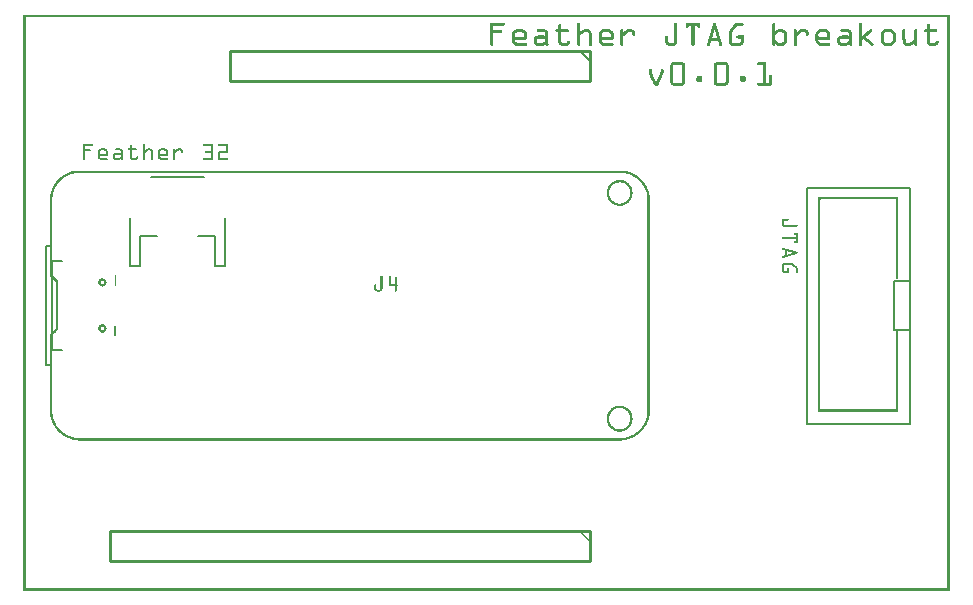
<source format=gto>
G04 MADE WITH FRITZING*
G04 WWW.FRITZING.ORG*
G04 DOUBLE SIDED*
G04 HOLES PLATED*
G04 CONTOUR ON CENTER OF CONTOUR VECTOR*
%ASAXBY*%
%FSLAX23Y23*%
%MOIN*%
%OFA0B0*%
%SFA1.0B1.0*%
%ADD10R,0.354200X0.795200X0.338200X0.779200*%
%ADD11C,0.008000*%
%ADD12R,0.063000X0.173200X0.047000X0.157200*%
%ADD13C,0.005000*%
%ADD14C,0.010000*%
%ADD15R,0.001000X0.001000*%
%LNSILK1*%
G90*
G70*
G54D11*
X2611Y1344D02*
X2957Y1344D01*
X2957Y557D01*
X2611Y557D01*
X2611Y1344D01*
D02*
X2902Y1033D02*
X2957Y1033D01*
X2957Y868D01*
X2902Y868D01*
X2902Y1033D01*
D02*
X425Y1379D02*
X603Y1379D01*
D02*
X671Y1241D02*
X671Y1083D01*
D02*
X671Y1083D02*
X638Y1083D01*
D02*
X638Y1083D02*
X638Y1182D01*
D02*
X638Y1182D02*
X583Y1182D01*
D02*
X445Y1182D02*
X390Y1182D01*
D02*
X390Y1182D02*
X390Y1083D01*
D02*
X390Y1083D02*
X356Y1083D01*
D02*
X356Y1083D02*
X356Y1241D01*
G54D13*
D02*
X307Y883D02*
X307Y852D01*
D02*
X130Y1100D02*
X95Y1100D01*
D02*
X95Y1100D02*
X95Y801D01*
D02*
X95Y801D02*
X130Y801D01*
G54D11*
D02*
X75Y752D02*
X89Y752D01*
D02*
X75Y1149D02*
X89Y1149D01*
D02*
X75Y752D02*
X75Y1149D01*
G54D14*
D02*
X1889Y1800D02*
X689Y1800D01*
D02*
X689Y1800D02*
X689Y1700D01*
D02*
X689Y1700D02*
X1889Y1700D01*
D02*
X1889Y1700D02*
X1889Y1800D01*
G54D13*
D02*
X1854Y1800D02*
X1889Y1765D01*
G54D14*
D02*
X1889Y200D02*
X289Y200D01*
D02*
X289Y200D02*
X289Y100D01*
D02*
X289Y100D02*
X1889Y100D01*
D02*
X1889Y100D02*
X1889Y200D01*
G54D15*
X0Y1920D02*
X3087Y1920D01*
X0Y1919D02*
X3087Y1919D01*
X0Y1918D02*
X3087Y1918D01*
X0Y1917D02*
X3087Y1917D01*
X0Y1916D02*
X3087Y1916D01*
X0Y1915D02*
X3087Y1915D01*
X0Y1914D02*
X3087Y1914D01*
X0Y1913D02*
X3087Y1913D01*
X0Y1912D02*
X7Y1912D01*
X3080Y1912D02*
X3087Y1912D01*
X0Y1911D02*
X7Y1911D01*
X3080Y1911D02*
X3087Y1911D01*
X0Y1910D02*
X7Y1910D01*
X3080Y1910D02*
X3087Y1910D01*
X0Y1909D02*
X7Y1909D01*
X3080Y1909D02*
X3087Y1909D01*
X0Y1908D02*
X7Y1908D01*
X3080Y1908D02*
X3087Y1908D01*
X0Y1907D02*
X7Y1907D01*
X3080Y1907D02*
X3087Y1907D01*
X0Y1906D02*
X7Y1906D01*
X3080Y1906D02*
X3087Y1906D01*
X0Y1905D02*
X7Y1905D01*
X3080Y1905D02*
X3087Y1905D01*
X0Y1904D02*
X7Y1904D01*
X3080Y1904D02*
X3087Y1904D01*
X0Y1903D02*
X7Y1903D01*
X3080Y1903D02*
X3087Y1903D01*
X0Y1902D02*
X7Y1902D01*
X3080Y1902D02*
X3087Y1902D01*
X0Y1901D02*
X7Y1901D01*
X3080Y1901D02*
X3087Y1901D01*
X0Y1900D02*
X7Y1900D01*
X3080Y1900D02*
X3087Y1900D01*
X0Y1899D02*
X7Y1899D01*
X3080Y1899D02*
X3087Y1899D01*
X0Y1898D02*
X7Y1898D01*
X3080Y1898D02*
X3087Y1898D01*
X0Y1897D02*
X7Y1897D01*
X3080Y1897D02*
X3087Y1897D01*
X0Y1896D02*
X7Y1896D01*
X3080Y1896D02*
X3087Y1896D01*
X0Y1895D02*
X7Y1895D01*
X3080Y1895D02*
X3087Y1895D01*
X0Y1894D02*
X7Y1894D01*
X3080Y1894D02*
X3087Y1894D01*
X0Y1893D02*
X7Y1893D01*
X1557Y1893D02*
X1603Y1893D01*
X1849Y1893D02*
X1852Y1893D01*
X2173Y1893D02*
X2176Y1893D01*
X2208Y1893D02*
X2256Y1893D01*
X2303Y1893D02*
X2306Y1893D01*
X2378Y1893D02*
X2398Y1893D01*
X2500Y1893D02*
X2503Y1893D01*
X2789Y1893D02*
X2792Y1893D01*
X3080Y1893D02*
X3087Y1893D01*
X0Y1892D02*
X7Y1892D01*
X1557Y1892D02*
X1604Y1892D01*
X1848Y1892D02*
X1854Y1892D01*
X2172Y1892D02*
X2178Y1892D01*
X2208Y1892D02*
X2256Y1892D01*
X2301Y1892D02*
X2307Y1892D01*
X2375Y1892D02*
X2399Y1892D01*
X2498Y1892D02*
X2504Y1892D01*
X2788Y1892D02*
X2793Y1892D01*
X3080Y1892D02*
X3087Y1892D01*
X0Y1891D02*
X7Y1891D01*
X1557Y1891D02*
X1605Y1891D01*
X1847Y1891D02*
X1855Y1891D01*
X2171Y1891D02*
X2178Y1891D01*
X2208Y1891D02*
X2256Y1891D01*
X2301Y1891D02*
X2308Y1891D01*
X2374Y1891D02*
X2400Y1891D01*
X2498Y1891D02*
X2505Y1891D01*
X2787Y1891D02*
X2794Y1891D01*
X3080Y1891D02*
X3087Y1891D01*
X0Y1890D02*
X7Y1890D01*
X1557Y1890D02*
X1606Y1890D01*
X1847Y1890D02*
X1855Y1890D01*
X2170Y1890D02*
X2179Y1890D01*
X2208Y1890D02*
X2256Y1890D01*
X2300Y1890D02*
X2309Y1890D01*
X2372Y1890D02*
X2401Y1890D01*
X2497Y1890D02*
X2506Y1890D01*
X2786Y1890D02*
X2795Y1890D01*
X3080Y1890D02*
X3087Y1890D01*
X0Y1889D02*
X7Y1889D01*
X1557Y1889D02*
X1606Y1889D01*
X1788Y1889D02*
X1789Y1889D01*
X1846Y1889D02*
X1855Y1889D01*
X2170Y1889D02*
X2179Y1889D01*
X2208Y1889D02*
X2256Y1889D01*
X2300Y1889D02*
X2309Y1889D01*
X2371Y1889D02*
X2401Y1889D01*
X2497Y1889D02*
X2506Y1889D01*
X2786Y1889D02*
X2795Y1889D01*
X3016Y1889D02*
X3018Y1889D01*
X3080Y1889D02*
X3087Y1889D01*
X0Y1888D02*
X7Y1888D01*
X1557Y1888D02*
X1606Y1888D01*
X1786Y1888D02*
X1791Y1888D01*
X1846Y1888D02*
X1855Y1888D01*
X2170Y1888D02*
X2179Y1888D01*
X2208Y1888D02*
X2256Y1888D01*
X2299Y1888D02*
X2309Y1888D01*
X2370Y1888D02*
X2401Y1888D01*
X2497Y1888D02*
X2506Y1888D01*
X2786Y1888D02*
X2795Y1888D01*
X3014Y1888D02*
X3020Y1888D01*
X3080Y1888D02*
X3087Y1888D01*
X0Y1887D02*
X7Y1887D01*
X1557Y1887D02*
X1606Y1887D01*
X1785Y1887D02*
X1792Y1887D01*
X1846Y1887D02*
X1855Y1887D01*
X2170Y1887D02*
X2179Y1887D01*
X2208Y1887D02*
X2256Y1887D01*
X2299Y1887D02*
X2309Y1887D01*
X2370Y1887D02*
X2401Y1887D01*
X2497Y1887D02*
X2506Y1887D01*
X2786Y1887D02*
X2795Y1887D01*
X3014Y1887D02*
X3021Y1887D01*
X3080Y1887D02*
X3087Y1887D01*
X0Y1886D02*
X7Y1886D01*
X1557Y1886D02*
X1605Y1886D01*
X1784Y1886D02*
X1793Y1886D01*
X1846Y1886D02*
X1855Y1886D01*
X2170Y1886D02*
X2179Y1886D01*
X2208Y1886D02*
X2256Y1886D01*
X2299Y1886D02*
X2310Y1886D01*
X2369Y1886D02*
X2400Y1886D01*
X2497Y1886D02*
X2506Y1886D01*
X2786Y1886D02*
X2795Y1886D01*
X3013Y1886D02*
X3021Y1886D01*
X3080Y1886D02*
X3087Y1886D01*
X0Y1885D02*
X7Y1885D01*
X1557Y1885D02*
X1605Y1885D01*
X1784Y1885D02*
X1793Y1885D01*
X1846Y1885D02*
X1855Y1885D01*
X2170Y1885D02*
X2179Y1885D01*
X2208Y1885D02*
X2256Y1885D01*
X2299Y1885D02*
X2310Y1885D01*
X2368Y1885D02*
X2400Y1885D01*
X2497Y1885D02*
X2506Y1885D01*
X2786Y1885D02*
X2795Y1885D01*
X3013Y1885D02*
X3022Y1885D01*
X3080Y1885D02*
X3087Y1885D01*
X0Y1884D02*
X7Y1884D01*
X1557Y1884D02*
X1603Y1884D01*
X1784Y1884D02*
X1793Y1884D01*
X1846Y1884D02*
X1855Y1884D01*
X2170Y1884D02*
X2179Y1884D01*
X2208Y1884D02*
X2256Y1884D01*
X2298Y1884D02*
X2310Y1884D01*
X2367Y1884D02*
X2398Y1884D01*
X2497Y1884D02*
X2506Y1884D01*
X2786Y1884D02*
X2795Y1884D01*
X3013Y1884D02*
X3022Y1884D01*
X3080Y1884D02*
X3087Y1884D01*
X0Y1883D02*
X7Y1883D01*
X1557Y1883D02*
X1566Y1883D01*
X1784Y1883D02*
X1793Y1883D01*
X1846Y1883D02*
X1855Y1883D01*
X2170Y1883D02*
X2179Y1883D01*
X2208Y1883D02*
X2217Y1883D01*
X2227Y1883D02*
X2237Y1883D01*
X2247Y1883D02*
X2256Y1883D01*
X2298Y1883D02*
X2311Y1883D01*
X2366Y1883D02*
X2379Y1883D01*
X2497Y1883D02*
X2506Y1883D01*
X2786Y1883D02*
X2795Y1883D01*
X3013Y1883D02*
X3022Y1883D01*
X3080Y1883D02*
X3087Y1883D01*
X0Y1882D02*
X7Y1882D01*
X1557Y1882D02*
X1566Y1882D01*
X1784Y1882D02*
X1793Y1882D01*
X1846Y1882D02*
X1855Y1882D01*
X2170Y1882D02*
X2179Y1882D01*
X2208Y1882D02*
X2217Y1882D01*
X2227Y1882D02*
X2237Y1882D01*
X2247Y1882D02*
X2256Y1882D01*
X2298Y1882D02*
X2311Y1882D01*
X2366Y1882D02*
X2378Y1882D01*
X2497Y1882D02*
X2506Y1882D01*
X2786Y1882D02*
X2795Y1882D01*
X3013Y1882D02*
X3022Y1882D01*
X3080Y1882D02*
X3087Y1882D01*
X0Y1881D02*
X7Y1881D01*
X1557Y1881D02*
X1566Y1881D01*
X1784Y1881D02*
X1793Y1881D01*
X1846Y1881D02*
X1855Y1881D01*
X2170Y1881D02*
X2179Y1881D01*
X2208Y1881D02*
X2217Y1881D01*
X2227Y1881D02*
X2237Y1881D01*
X2247Y1881D02*
X2256Y1881D01*
X2297Y1881D02*
X2311Y1881D01*
X2365Y1881D02*
X2377Y1881D01*
X2497Y1881D02*
X2506Y1881D01*
X2786Y1881D02*
X2795Y1881D01*
X3013Y1881D02*
X3022Y1881D01*
X3080Y1881D02*
X3087Y1881D01*
X0Y1880D02*
X7Y1880D01*
X1557Y1880D02*
X1566Y1880D01*
X1784Y1880D02*
X1793Y1880D01*
X1846Y1880D02*
X1855Y1880D01*
X2170Y1880D02*
X2179Y1880D01*
X2208Y1880D02*
X2217Y1880D01*
X2227Y1880D02*
X2237Y1880D01*
X2247Y1880D02*
X2256Y1880D01*
X2297Y1880D02*
X2312Y1880D01*
X2364Y1880D02*
X2376Y1880D01*
X2497Y1880D02*
X2506Y1880D01*
X2786Y1880D02*
X2795Y1880D01*
X3013Y1880D02*
X3022Y1880D01*
X3080Y1880D02*
X3087Y1880D01*
X0Y1879D02*
X7Y1879D01*
X1557Y1879D02*
X1566Y1879D01*
X1784Y1879D02*
X1793Y1879D01*
X1846Y1879D02*
X1855Y1879D01*
X2170Y1879D02*
X2179Y1879D01*
X2208Y1879D02*
X2217Y1879D01*
X2227Y1879D02*
X2237Y1879D01*
X2248Y1879D02*
X2256Y1879D01*
X2297Y1879D02*
X2312Y1879D01*
X2363Y1879D02*
X2375Y1879D01*
X2497Y1879D02*
X2506Y1879D01*
X2786Y1879D02*
X2795Y1879D01*
X3013Y1879D02*
X3022Y1879D01*
X3080Y1879D02*
X3087Y1879D01*
X0Y1878D02*
X7Y1878D01*
X1557Y1878D02*
X1566Y1878D01*
X1784Y1878D02*
X1793Y1878D01*
X1846Y1878D02*
X1855Y1878D01*
X2170Y1878D02*
X2179Y1878D01*
X2208Y1878D02*
X2216Y1878D01*
X2227Y1878D02*
X2237Y1878D01*
X2248Y1878D02*
X2256Y1878D01*
X2297Y1878D02*
X2312Y1878D01*
X2363Y1878D02*
X2374Y1878D01*
X2497Y1878D02*
X2506Y1878D01*
X2786Y1878D02*
X2795Y1878D01*
X3013Y1878D02*
X3022Y1878D01*
X3080Y1878D02*
X3087Y1878D01*
X0Y1877D02*
X7Y1877D01*
X1557Y1877D02*
X1566Y1877D01*
X1784Y1877D02*
X1793Y1877D01*
X1846Y1877D02*
X1855Y1877D01*
X2170Y1877D02*
X2179Y1877D01*
X2209Y1877D02*
X2216Y1877D01*
X2227Y1877D02*
X2237Y1877D01*
X2248Y1877D02*
X2255Y1877D01*
X2296Y1877D02*
X2312Y1877D01*
X2362Y1877D02*
X2374Y1877D01*
X2497Y1877D02*
X2506Y1877D01*
X2786Y1877D02*
X2795Y1877D01*
X3013Y1877D02*
X3022Y1877D01*
X3080Y1877D02*
X3087Y1877D01*
X0Y1876D02*
X7Y1876D01*
X1557Y1876D02*
X1566Y1876D01*
X1784Y1876D02*
X1793Y1876D01*
X1846Y1876D02*
X1855Y1876D01*
X2170Y1876D02*
X2179Y1876D01*
X2210Y1876D02*
X2215Y1876D01*
X2227Y1876D02*
X2237Y1876D01*
X2249Y1876D02*
X2255Y1876D01*
X2296Y1876D02*
X2313Y1876D01*
X2361Y1876D02*
X2373Y1876D01*
X2497Y1876D02*
X2506Y1876D01*
X2786Y1876D02*
X2795Y1876D01*
X3013Y1876D02*
X3022Y1876D01*
X3080Y1876D02*
X3087Y1876D01*
X0Y1875D02*
X7Y1875D01*
X1557Y1875D02*
X1566Y1875D01*
X1784Y1875D02*
X1793Y1875D01*
X1846Y1875D02*
X1855Y1875D01*
X2170Y1875D02*
X2179Y1875D01*
X2212Y1875D02*
X2213Y1875D01*
X2227Y1875D02*
X2237Y1875D01*
X2251Y1875D02*
X2252Y1875D01*
X2296Y1875D02*
X2313Y1875D01*
X2360Y1875D02*
X2372Y1875D01*
X2497Y1875D02*
X2506Y1875D01*
X2786Y1875D02*
X2795Y1875D01*
X3013Y1875D02*
X3022Y1875D01*
X3080Y1875D02*
X3087Y1875D01*
X0Y1874D02*
X7Y1874D01*
X1557Y1874D02*
X1566Y1874D01*
X1784Y1874D02*
X1793Y1874D01*
X1846Y1874D02*
X1855Y1874D01*
X2170Y1874D02*
X2179Y1874D01*
X2227Y1874D02*
X2237Y1874D01*
X2295Y1874D02*
X2313Y1874D01*
X2360Y1874D02*
X2371Y1874D01*
X2497Y1874D02*
X2506Y1874D01*
X2786Y1874D02*
X2795Y1874D01*
X3013Y1874D02*
X3022Y1874D01*
X3080Y1874D02*
X3087Y1874D01*
X0Y1873D02*
X7Y1873D01*
X1557Y1873D02*
X1566Y1873D01*
X1784Y1873D02*
X1793Y1873D01*
X1846Y1873D02*
X1855Y1873D01*
X2170Y1873D02*
X2179Y1873D01*
X2227Y1873D02*
X2237Y1873D01*
X2295Y1873D02*
X2314Y1873D01*
X2359Y1873D02*
X2371Y1873D01*
X2497Y1873D02*
X2506Y1873D01*
X2786Y1873D02*
X2795Y1873D01*
X3013Y1873D02*
X3022Y1873D01*
X3080Y1873D02*
X3087Y1873D01*
X0Y1872D02*
X7Y1872D01*
X1557Y1872D02*
X1566Y1872D01*
X1646Y1872D02*
X1662Y1872D01*
X1716Y1872D02*
X1737Y1872D01*
X1778Y1872D02*
X1814Y1872D01*
X1846Y1872D02*
X1855Y1872D01*
X1872Y1872D02*
X1881Y1872D01*
X1935Y1872D02*
X1951Y1872D01*
X1995Y1872D02*
X1996Y1872D01*
X2014Y1872D02*
X2027Y1872D01*
X2170Y1872D02*
X2179Y1872D01*
X2227Y1872D02*
X2237Y1872D01*
X2295Y1872D02*
X2314Y1872D01*
X2358Y1872D02*
X2370Y1872D01*
X2497Y1872D02*
X2506Y1872D01*
X2519Y1872D02*
X2530Y1872D01*
X2573Y1872D02*
X2574Y1872D01*
X2592Y1872D02*
X2605Y1872D01*
X2657Y1872D02*
X2674Y1872D01*
X2727Y1872D02*
X2749Y1872D01*
X2786Y1872D02*
X2795Y1872D01*
X2824Y1872D02*
X2826Y1872D01*
X2874Y1872D02*
X2891Y1872D01*
X2934Y1872D02*
X2936Y1872D01*
X2974Y1872D02*
X2975Y1872D01*
X3007Y1872D02*
X3043Y1872D01*
X3080Y1872D02*
X3087Y1872D01*
X0Y1871D02*
X7Y1871D01*
X1557Y1871D02*
X1566Y1871D01*
X1642Y1871D02*
X1666Y1871D01*
X1714Y1871D02*
X1740Y1871D01*
X1776Y1871D02*
X1816Y1871D01*
X1846Y1871D02*
X1855Y1871D01*
X1868Y1871D02*
X1885Y1871D01*
X1931Y1871D02*
X1955Y1871D01*
X1993Y1871D02*
X1998Y1871D01*
X2012Y1871D02*
X2030Y1871D01*
X2170Y1871D02*
X2179Y1871D01*
X2227Y1871D02*
X2237Y1871D01*
X2294Y1871D02*
X2314Y1871D01*
X2357Y1871D02*
X2369Y1871D01*
X2497Y1871D02*
X2506Y1871D01*
X2515Y1871D02*
X2533Y1871D01*
X2571Y1871D02*
X2576Y1871D01*
X2591Y1871D02*
X2609Y1871D01*
X2654Y1871D02*
X2677Y1871D01*
X2725Y1871D02*
X2752Y1871D01*
X2786Y1871D02*
X2795Y1871D01*
X2822Y1871D02*
X2828Y1871D01*
X2871Y1871D02*
X2894Y1871D01*
X2932Y1871D02*
X2938Y1871D01*
X2972Y1871D02*
X2977Y1871D01*
X3005Y1871D02*
X3045Y1871D01*
X3080Y1871D02*
X3087Y1871D01*
X0Y1870D02*
X7Y1870D01*
X1557Y1870D02*
X1566Y1870D01*
X1640Y1870D02*
X1667Y1870D01*
X1713Y1870D02*
X1742Y1870D01*
X1775Y1870D02*
X1817Y1870D01*
X1846Y1870D02*
X1855Y1870D01*
X1866Y1870D02*
X1887Y1870D01*
X1929Y1870D02*
X1956Y1870D01*
X1992Y1870D02*
X1999Y1870D01*
X2011Y1870D02*
X2032Y1870D01*
X2170Y1870D02*
X2179Y1870D01*
X2227Y1870D02*
X2237Y1870D01*
X2294Y1870D02*
X2314Y1870D01*
X2356Y1870D02*
X2368Y1870D01*
X2497Y1870D02*
X2506Y1870D01*
X2513Y1870D02*
X2535Y1870D01*
X2570Y1870D02*
X2577Y1870D01*
X2589Y1870D02*
X2611Y1870D01*
X2652Y1870D02*
X2679Y1870D01*
X2725Y1870D02*
X2754Y1870D01*
X2786Y1870D02*
X2795Y1870D01*
X2821Y1870D02*
X2829Y1870D01*
X2869Y1870D02*
X2896Y1870D01*
X2931Y1870D02*
X2939Y1870D01*
X2971Y1870D02*
X2978Y1870D01*
X3004Y1870D02*
X3045Y1870D01*
X3080Y1870D02*
X3087Y1870D01*
X0Y1869D02*
X7Y1869D01*
X1557Y1869D02*
X1566Y1869D01*
X1639Y1869D02*
X1669Y1869D01*
X1712Y1869D02*
X1743Y1869D01*
X1774Y1869D02*
X1817Y1869D01*
X1846Y1869D02*
X1855Y1869D01*
X1865Y1869D02*
X1888Y1869D01*
X1928Y1869D02*
X1958Y1869D01*
X1991Y1869D02*
X2000Y1869D01*
X2010Y1869D02*
X2034Y1869D01*
X2170Y1869D02*
X2179Y1869D01*
X2227Y1869D02*
X2237Y1869D01*
X2294Y1869D02*
X2303Y1869D01*
X2305Y1869D02*
X2315Y1869D01*
X2356Y1869D02*
X2367Y1869D01*
X2497Y1869D02*
X2506Y1869D01*
X2511Y1869D02*
X2536Y1869D01*
X2569Y1869D02*
X2578Y1869D01*
X2588Y1869D02*
X2612Y1869D01*
X2651Y1869D02*
X2681Y1869D01*
X2724Y1869D02*
X2755Y1869D01*
X2786Y1869D02*
X2795Y1869D01*
X2820Y1869D02*
X2829Y1869D01*
X2868Y1869D02*
X2897Y1869D01*
X2931Y1869D02*
X2939Y1869D01*
X2971Y1869D02*
X2979Y1869D01*
X3003Y1869D02*
X3046Y1869D01*
X3080Y1869D02*
X3087Y1869D01*
X0Y1868D02*
X7Y1868D01*
X1557Y1868D02*
X1567Y1868D01*
X1638Y1868D02*
X1670Y1868D01*
X1712Y1868D02*
X1745Y1868D01*
X1774Y1868D02*
X1818Y1868D01*
X1846Y1868D02*
X1855Y1868D01*
X1863Y1868D02*
X1889Y1868D01*
X1927Y1868D02*
X1959Y1868D01*
X1991Y1868D02*
X2000Y1868D01*
X2009Y1868D02*
X2035Y1868D01*
X2170Y1868D02*
X2179Y1868D01*
X2227Y1868D02*
X2237Y1868D01*
X2294Y1868D02*
X2303Y1868D01*
X2305Y1868D02*
X2315Y1868D01*
X2355Y1868D02*
X2367Y1868D01*
X2497Y1868D02*
X2506Y1868D01*
X2510Y1868D02*
X2537Y1868D01*
X2569Y1868D02*
X2578Y1868D01*
X2587Y1868D02*
X2613Y1868D01*
X2650Y1868D02*
X2682Y1868D01*
X2724Y1868D02*
X2757Y1868D01*
X2786Y1868D02*
X2795Y1868D01*
X2819Y1868D02*
X2830Y1868D01*
X2866Y1868D02*
X2899Y1868D01*
X2931Y1868D02*
X2939Y1868D01*
X2970Y1868D02*
X2979Y1868D01*
X3003Y1868D02*
X3046Y1868D01*
X3080Y1868D02*
X3087Y1868D01*
X0Y1867D02*
X7Y1867D01*
X1557Y1867D02*
X1594Y1867D01*
X1637Y1867D02*
X1671Y1867D01*
X1712Y1867D02*
X1746Y1867D01*
X1774Y1867D02*
X1818Y1867D01*
X1846Y1867D02*
X1855Y1867D01*
X1862Y1867D02*
X1890Y1867D01*
X1926Y1867D02*
X1960Y1867D01*
X1991Y1867D02*
X2000Y1867D01*
X2008Y1867D02*
X2036Y1867D01*
X2170Y1867D02*
X2179Y1867D01*
X2227Y1867D02*
X2237Y1867D01*
X2293Y1867D02*
X2303Y1867D01*
X2306Y1867D02*
X2315Y1867D01*
X2355Y1867D02*
X2366Y1867D01*
X2497Y1867D02*
X2506Y1867D01*
X2508Y1867D02*
X2539Y1867D01*
X2569Y1867D02*
X2578Y1867D01*
X2586Y1867D02*
X2614Y1867D01*
X2648Y1867D02*
X2683Y1867D01*
X2724Y1867D02*
X2757Y1867D01*
X2786Y1867D02*
X2795Y1867D01*
X2818Y1867D02*
X2830Y1867D01*
X2865Y1867D02*
X2900Y1867D01*
X2930Y1867D02*
X2939Y1867D01*
X2970Y1867D02*
X2979Y1867D01*
X3003Y1867D02*
X3046Y1867D01*
X3080Y1867D02*
X3087Y1867D01*
X0Y1866D02*
X7Y1866D01*
X1557Y1866D02*
X1595Y1866D01*
X1635Y1866D02*
X1672Y1866D01*
X1712Y1866D02*
X1746Y1866D01*
X1774Y1866D02*
X1818Y1866D01*
X1846Y1866D02*
X1855Y1866D01*
X1860Y1866D02*
X1891Y1866D01*
X1924Y1866D02*
X1962Y1866D01*
X1991Y1866D02*
X2000Y1866D01*
X2007Y1866D02*
X2037Y1866D01*
X2170Y1866D02*
X2179Y1866D01*
X2227Y1866D02*
X2237Y1866D01*
X2293Y1866D02*
X2303Y1866D01*
X2306Y1866D02*
X2316Y1866D01*
X2354Y1866D02*
X2365Y1866D01*
X2497Y1866D02*
X2540Y1866D01*
X2569Y1866D02*
X2578Y1866D01*
X2585Y1866D02*
X2615Y1866D01*
X2647Y1866D02*
X2684Y1866D01*
X2724Y1866D02*
X2758Y1866D01*
X2786Y1866D02*
X2795Y1866D01*
X2817Y1866D02*
X2830Y1866D01*
X2864Y1866D02*
X2901Y1866D01*
X2931Y1866D02*
X2940Y1866D01*
X2970Y1866D02*
X2979Y1866D01*
X3003Y1866D02*
X3046Y1866D01*
X3080Y1866D02*
X3087Y1866D01*
X0Y1865D02*
X7Y1865D01*
X1557Y1865D02*
X1596Y1865D01*
X1634Y1865D02*
X1673Y1865D01*
X1712Y1865D02*
X1747Y1865D01*
X1775Y1865D02*
X1817Y1865D01*
X1846Y1865D02*
X1855Y1865D01*
X1858Y1865D02*
X1892Y1865D01*
X1923Y1865D02*
X1963Y1865D01*
X1991Y1865D02*
X2000Y1865D01*
X2005Y1865D02*
X2037Y1865D01*
X2170Y1865D02*
X2179Y1865D01*
X2227Y1865D02*
X2237Y1865D01*
X2293Y1865D02*
X2302Y1865D01*
X2306Y1865D02*
X2316Y1865D01*
X2354Y1865D02*
X2364Y1865D01*
X2497Y1865D02*
X2541Y1865D01*
X2569Y1865D02*
X2578Y1865D01*
X2584Y1865D02*
X2616Y1865D01*
X2646Y1865D02*
X2685Y1865D01*
X2724Y1865D02*
X2759Y1865D01*
X2786Y1865D02*
X2795Y1865D01*
X2815Y1865D02*
X2829Y1865D01*
X2863Y1865D02*
X2902Y1865D01*
X2931Y1865D02*
X2940Y1865D01*
X2970Y1865D02*
X2979Y1865D01*
X3003Y1865D02*
X3046Y1865D01*
X3080Y1865D02*
X3087Y1865D01*
X0Y1864D02*
X7Y1864D01*
X1557Y1864D02*
X1596Y1864D01*
X1633Y1864D02*
X1674Y1864D01*
X1713Y1864D02*
X1748Y1864D01*
X1775Y1864D02*
X1817Y1864D01*
X1846Y1864D02*
X1892Y1864D01*
X1922Y1864D02*
X1964Y1864D01*
X1991Y1864D02*
X2000Y1864D01*
X2004Y1864D02*
X2038Y1864D01*
X2170Y1864D02*
X2179Y1864D01*
X2227Y1864D02*
X2237Y1864D01*
X2292Y1864D02*
X2302Y1864D01*
X2307Y1864D02*
X2316Y1864D01*
X2353Y1864D02*
X2364Y1864D01*
X2497Y1864D02*
X2542Y1864D01*
X2569Y1864D02*
X2578Y1864D01*
X2582Y1864D02*
X2616Y1864D01*
X2645Y1864D02*
X2686Y1864D01*
X2725Y1864D02*
X2759Y1864D01*
X2786Y1864D02*
X2795Y1864D01*
X2814Y1864D02*
X2828Y1864D01*
X2862Y1864D02*
X2903Y1864D01*
X2931Y1864D02*
X2940Y1864D01*
X2970Y1864D02*
X2979Y1864D01*
X3004Y1864D02*
X3045Y1864D01*
X3080Y1864D02*
X3087Y1864D01*
X0Y1863D02*
X7Y1863D01*
X1557Y1863D02*
X1596Y1863D01*
X1633Y1863D02*
X1675Y1863D01*
X1714Y1863D02*
X1748Y1863D01*
X1776Y1863D02*
X1815Y1863D01*
X1846Y1863D02*
X1893Y1863D01*
X1922Y1863D02*
X1964Y1863D01*
X1991Y1863D02*
X2000Y1863D01*
X2003Y1863D02*
X2038Y1863D01*
X2170Y1863D02*
X2179Y1863D01*
X2227Y1863D02*
X2237Y1863D01*
X2292Y1863D02*
X2302Y1863D01*
X2307Y1863D02*
X2316Y1863D01*
X2353Y1863D02*
X2363Y1863D01*
X2497Y1863D02*
X2543Y1863D01*
X2569Y1863D02*
X2578Y1863D01*
X2581Y1863D02*
X2617Y1863D01*
X2644Y1863D02*
X2687Y1863D01*
X2726Y1863D02*
X2760Y1863D01*
X2786Y1863D02*
X2795Y1863D01*
X2813Y1863D02*
X2828Y1863D01*
X2861Y1863D02*
X2904Y1863D01*
X2931Y1863D02*
X2940Y1863D01*
X2970Y1863D02*
X2979Y1863D01*
X3005Y1863D02*
X3044Y1863D01*
X3080Y1863D02*
X3087Y1863D01*
X0Y1862D02*
X7Y1862D01*
X1557Y1862D02*
X1596Y1862D01*
X1632Y1862D02*
X1646Y1862D01*
X1661Y1862D02*
X1676Y1862D01*
X1736Y1862D02*
X1748Y1862D01*
X1784Y1862D02*
X1793Y1862D01*
X1846Y1862D02*
X1872Y1862D01*
X1880Y1862D02*
X1893Y1862D01*
X1921Y1862D02*
X1935Y1862D01*
X1951Y1862D02*
X1965Y1862D01*
X1991Y1862D02*
X2000Y1862D01*
X2002Y1862D02*
X2017Y1862D01*
X2026Y1862D02*
X2039Y1862D01*
X2170Y1862D02*
X2179Y1862D01*
X2227Y1862D02*
X2237Y1862D01*
X2292Y1862D02*
X2301Y1862D01*
X2307Y1862D02*
X2317Y1862D01*
X2353Y1862D02*
X2362Y1862D01*
X2497Y1862D02*
X2519Y1862D01*
X2529Y1862D02*
X2543Y1862D01*
X2569Y1862D02*
X2578Y1862D01*
X2580Y1862D02*
X2595Y1862D01*
X2604Y1862D02*
X2617Y1862D01*
X2644Y1862D02*
X2658Y1862D01*
X2673Y1862D02*
X2688Y1862D01*
X2748Y1862D02*
X2760Y1862D01*
X2786Y1862D02*
X2795Y1862D01*
X2812Y1862D02*
X2826Y1862D01*
X2861Y1862D02*
X2875Y1862D01*
X2890Y1862D02*
X2905Y1862D01*
X2931Y1862D02*
X2940Y1862D01*
X2970Y1862D02*
X2979Y1862D01*
X3012Y1862D02*
X3022Y1862D01*
X3080Y1862D02*
X3087Y1862D01*
X0Y1861D02*
X7Y1861D01*
X1557Y1861D02*
X1596Y1861D01*
X1631Y1861D02*
X1644Y1861D01*
X1664Y1861D02*
X1677Y1861D01*
X1738Y1861D02*
X1749Y1861D01*
X1784Y1861D02*
X1793Y1861D01*
X1846Y1861D02*
X1870Y1861D01*
X1883Y1861D02*
X1893Y1861D01*
X1920Y1861D02*
X1933Y1861D01*
X1953Y1861D02*
X1966Y1861D01*
X1991Y1861D02*
X2015Y1861D01*
X2029Y1861D02*
X2039Y1861D01*
X2170Y1861D02*
X2179Y1861D01*
X2227Y1861D02*
X2237Y1861D01*
X2292Y1861D02*
X2301Y1861D01*
X2308Y1861D02*
X2317Y1861D01*
X2353Y1861D02*
X2362Y1861D01*
X2497Y1861D02*
X2516Y1861D01*
X2531Y1861D02*
X2544Y1861D01*
X2569Y1861D02*
X2593Y1861D01*
X2607Y1861D02*
X2617Y1861D01*
X2643Y1861D02*
X2656Y1861D01*
X2676Y1861D02*
X2688Y1861D01*
X2750Y1861D02*
X2761Y1861D01*
X2786Y1861D02*
X2795Y1861D01*
X2811Y1861D02*
X2825Y1861D01*
X2860Y1861D02*
X2873Y1861D01*
X2893Y1861D02*
X2905Y1861D01*
X2931Y1861D02*
X2940Y1861D01*
X2970Y1861D02*
X2979Y1861D01*
X3013Y1861D02*
X3022Y1861D01*
X3080Y1861D02*
X3087Y1861D01*
X0Y1860D02*
X7Y1860D01*
X1557Y1860D02*
X1595Y1860D01*
X1631Y1860D02*
X1643Y1860D01*
X1665Y1860D02*
X1677Y1860D01*
X1739Y1860D02*
X1749Y1860D01*
X1784Y1860D02*
X1793Y1860D01*
X1846Y1860D02*
X1868Y1860D01*
X1884Y1860D02*
X1894Y1860D01*
X1920Y1860D02*
X1932Y1860D01*
X1954Y1860D02*
X1966Y1860D01*
X1991Y1860D02*
X2014Y1860D01*
X2030Y1860D02*
X2039Y1860D01*
X2170Y1860D02*
X2179Y1860D01*
X2227Y1860D02*
X2237Y1860D01*
X2291Y1860D02*
X2301Y1860D01*
X2308Y1860D02*
X2317Y1860D01*
X2352Y1860D02*
X2362Y1860D01*
X2497Y1860D02*
X2515Y1860D01*
X2532Y1860D02*
X2544Y1860D01*
X2569Y1860D02*
X2592Y1860D01*
X2608Y1860D02*
X2618Y1860D01*
X2643Y1860D02*
X2655Y1860D01*
X2677Y1860D02*
X2689Y1860D01*
X2751Y1860D02*
X2761Y1860D01*
X2786Y1860D02*
X2795Y1860D01*
X2809Y1860D02*
X2824Y1860D01*
X2860Y1860D02*
X2871Y1860D01*
X2894Y1860D02*
X2906Y1860D01*
X2931Y1860D02*
X2940Y1860D01*
X2970Y1860D02*
X2979Y1860D01*
X3013Y1860D02*
X3022Y1860D01*
X3080Y1860D02*
X3087Y1860D01*
X0Y1859D02*
X7Y1859D01*
X1557Y1859D02*
X1594Y1859D01*
X1630Y1859D02*
X1642Y1859D01*
X1667Y1859D02*
X1677Y1859D01*
X1740Y1859D02*
X1749Y1859D01*
X1784Y1859D02*
X1793Y1859D01*
X1846Y1859D02*
X1867Y1859D01*
X1884Y1859D02*
X1894Y1859D01*
X1920Y1859D02*
X1931Y1859D01*
X1956Y1859D02*
X1967Y1859D01*
X1991Y1859D02*
X2013Y1859D01*
X2030Y1859D02*
X2039Y1859D01*
X2170Y1859D02*
X2179Y1859D01*
X2227Y1859D02*
X2237Y1859D01*
X2291Y1859D02*
X2300Y1859D01*
X2308Y1859D02*
X2318Y1859D01*
X2352Y1859D02*
X2361Y1859D01*
X2497Y1859D02*
X2514Y1859D01*
X2533Y1859D02*
X2545Y1859D01*
X2569Y1859D02*
X2591Y1859D01*
X2608Y1859D02*
X2618Y1859D01*
X2642Y1859D02*
X2653Y1859D01*
X2678Y1859D02*
X2689Y1859D01*
X2751Y1859D02*
X2761Y1859D01*
X2786Y1859D02*
X2795Y1859D01*
X2808Y1859D02*
X2823Y1859D01*
X2859Y1859D02*
X2870Y1859D01*
X2895Y1859D02*
X2906Y1859D01*
X2931Y1859D02*
X2940Y1859D01*
X2970Y1859D02*
X2979Y1859D01*
X3013Y1859D02*
X3022Y1859D01*
X3080Y1859D02*
X3087Y1859D01*
X0Y1858D02*
X7Y1858D01*
X1557Y1858D02*
X1592Y1858D01*
X1630Y1858D02*
X1640Y1858D01*
X1667Y1858D02*
X1678Y1858D01*
X1740Y1858D02*
X1749Y1858D01*
X1784Y1858D02*
X1793Y1858D01*
X1846Y1858D02*
X1865Y1858D01*
X1885Y1858D02*
X1894Y1858D01*
X1919Y1858D02*
X1930Y1858D01*
X1957Y1858D02*
X1967Y1858D01*
X1991Y1858D02*
X2012Y1858D01*
X2030Y1858D02*
X2040Y1858D01*
X2170Y1858D02*
X2179Y1858D01*
X2227Y1858D02*
X2237Y1858D01*
X2291Y1858D02*
X2300Y1858D01*
X2308Y1858D02*
X2318Y1858D01*
X2352Y1858D02*
X2361Y1858D01*
X2497Y1858D02*
X2513Y1858D01*
X2534Y1858D02*
X2545Y1858D01*
X2569Y1858D02*
X2590Y1858D01*
X2609Y1858D02*
X2618Y1858D01*
X2642Y1858D02*
X2652Y1858D01*
X2679Y1858D02*
X2690Y1858D01*
X2752Y1858D02*
X2761Y1858D01*
X2786Y1858D02*
X2795Y1858D01*
X2807Y1858D02*
X2822Y1858D01*
X2859Y1858D02*
X2869Y1858D01*
X2896Y1858D02*
X2906Y1858D01*
X2931Y1858D02*
X2940Y1858D01*
X2970Y1858D02*
X2979Y1858D01*
X3013Y1858D02*
X3022Y1858D01*
X3080Y1858D02*
X3087Y1858D01*
X0Y1857D02*
X7Y1857D01*
X1557Y1857D02*
X1566Y1857D01*
X1630Y1857D02*
X1640Y1857D01*
X1668Y1857D02*
X1678Y1857D01*
X1740Y1857D02*
X1749Y1857D01*
X1784Y1857D02*
X1793Y1857D01*
X1846Y1857D02*
X1864Y1857D01*
X1885Y1857D02*
X1894Y1857D01*
X1919Y1857D02*
X1929Y1857D01*
X1957Y1857D02*
X1967Y1857D01*
X1991Y1857D02*
X2011Y1857D01*
X2031Y1857D02*
X2040Y1857D01*
X2170Y1857D02*
X2179Y1857D01*
X2227Y1857D02*
X2237Y1857D01*
X2290Y1857D02*
X2300Y1857D01*
X2309Y1857D02*
X2318Y1857D01*
X2352Y1857D02*
X2361Y1857D01*
X2497Y1857D02*
X2512Y1857D01*
X2535Y1857D02*
X2545Y1857D01*
X2569Y1857D02*
X2589Y1857D01*
X2609Y1857D02*
X2618Y1857D01*
X2642Y1857D02*
X2652Y1857D01*
X2680Y1857D02*
X2690Y1857D01*
X2752Y1857D02*
X2761Y1857D01*
X2786Y1857D02*
X2795Y1857D01*
X2806Y1857D02*
X2821Y1857D01*
X2859Y1857D02*
X2868Y1857D01*
X2897Y1857D02*
X2907Y1857D01*
X2931Y1857D02*
X2940Y1857D01*
X2970Y1857D02*
X2979Y1857D01*
X3013Y1857D02*
X3022Y1857D01*
X3080Y1857D02*
X3087Y1857D01*
X0Y1856D02*
X7Y1856D01*
X1557Y1856D02*
X1566Y1856D01*
X1630Y1856D02*
X1639Y1856D01*
X1669Y1856D02*
X1678Y1856D01*
X1740Y1856D02*
X1749Y1856D01*
X1784Y1856D02*
X1793Y1856D01*
X1846Y1856D02*
X1862Y1856D01*
X1885Y1856D02*
X1894Y1856D01*
X1919Y1856D02*
X1928Y1856D01*
X1958Y1856D02*
X1967Y1856D01*
X1991Y1856D02*
X2009Y1856D01*
X2031Y1856D02*
X2040Y1856D01*
X2170Y1856D02*
X2179Y1856D01*
X2227Y1856D02*
X2237Y1856D01*
X2290Y1856D02*
X2300Y1856D01*
X2309Y1856D02*
X2319Y1856D01*
X2352Y1856D02*
X2361Y1856D01*
X2497Y1856D02*
X2510Y1856D01*
X2536Y1856D02*
X2545Y1856D01*
X2569Y1856D02*
X2588Y1856D01*
X2609Y1856D02*
X2618Y1856D01*
X2642Y1856D02*
X2651Y1856D01*
X2681Y1856D02*
X2690Y1856D01*
X2752Y1856D02*
X2761Y1856D01*
X2786Y1856D02*
X2795Y1856D01*
X2805Y1856D02*
X2819Y1856D01*
X2858Y1856D02*
X2868Y1856D01*
X2897Y1856D02*
X2907Y1856D01*
X2931Y1856D02*
X2940Y1856D01*
X2970Y1856D02*
X2979Y1856D01*
X3013Y1856D02*
X3022Y1856D01*
X3080Y1856D02*
X3087Y1856D01*
X0Y1855D02*
X7Y1855D01*
X1557Y1855D02*
X1566Y1855D01*
X1630Y1855D02*
X1639Y1855D01*
X1669Y1855D02*
X1678Y1855D01*
X1740Y1855D02*
X1749Y1855D01*
X1784Y1855D02*
X1793Y1855D01*
X1846Y1855D02*
X1861Y1855D01*
X1885Y1855D02*
X1894Y1855D01*
X1919Y1855D02*
X1928Y1855D01*
X1958Y1855D02*
X1967Y1855D01*
X1991Y1855D02*
X2008Y1855D01*
X2031Y1855D02*
X2040Y1855D01*
X2170Y1855D02*
X2179Y1855D01*
X2227Y1855D02*
X2237Y1855D01*
X2290Y1855D02*
X2299Y1855D01*
X2309Y1855D02*
X2319Y1855D01*
X2352Y1855D02*
X2361Y1855D01*
X2497Y1855D02*
X2509Y1855D01*
X2536Y1855D02*
X2546Y1855D01*
X2569Y1855D02*
X2587Y1855D01*
X2609Y1855D02*
X2618Y1855D01*
X2641Y1855D02*
X2651Y1855D01*
X2681Y1855D02*
X2690Y1855D01*
X2752Y1855D02*
X2761Y1855D01*
X2786Y1855D02*
X2795Y1855D01*
X2804Y1855D02*
X2818Y1855D01*
X2858Y1855D02*
X2867Y1855D01*
X2898Y1855D02*
X2907Y1855D01*
X2931Y1855D02*
X2940Y1855D01*
X2970Y1855D02*
X2979Y1855D01*
X3013Y1855D02*
X3022Y1855D01*
X3080Y1855D02*
X3087Y1855D01*
X0Y1854D02*
X7Y1854D01*
X1557Y1854D02*
X1566Y1854D01*
X1629Y1854D02*
X1639Y1854D01*
X1669Y1854D02*
X1678Y1854D01*
X1740Y1854D02*
X1749Y1854D01*
X1784Y1854D02*
X1793Y1854D01*
X1846Y1854D02*
X1859Y1854D01*
X1885Y1854D02*
X1894Y1854D01*
X1919Y1854D02*
X1928Y1854D01*
X1958Y1854D02*
X1967Y1854D01*
X1991Y1854D02*
X2007Y1854D01*
X2031Y1854D02*
X2040Y1854D01*
X2170Y1854D02*
X2179Y1854D01*
X2227Y1854D02*
X2237Y1854D01*
X2289Y1854D02*
X2299Y1854D01*
X2310Y1854D02*
X2319Y1854D01*
X2352Y1854D02*
X2361Y1854D01*
X2497Y1854D02*
X2508Y1854D01*
X2536Y1854D02*
X2546Y1854D01*
X2569Y1854D02*
X2585Y1854D01*
X2609Y1854D02*
X2618Y1854D01*
X2641Y1854D02*
X2650Y1854D01*
X2681Y1854D02*
X2690Y1854D01*
X2752Y1854D02*
X2761Y1854D01*
X2786Y1854D02*
X2795Y1854D01*
X2802Y1854D02*
X2817Y1854D01*
X2858Y1854D02*
X2867Y1854D01*
X2898Y1854D02*
X2907Y1854D01*
X2931Y1854D02*
X2940Y1854D01*
X2970Y1854D02*
X2979Y1854D01*
X3013Y1854D02*
X3022Y1854D01*
X3080Y1854D02*
X3087Y1854D01*
X0Y1853D02*
X7Y1853D01*
X1557Y1853D02*
X1566Y1853D01*
X1629Y1853D02*
X1639Y1853D01*
X1669Y1853D02*
X1678Y1853D01*
X1740Y1853D02*
X1749Y1853D01*
X1784Y1853D02*
X1793Y1853D01*
X1846Y1853D02*
X1858Y1853D01*
X1885Y1853D02*
X1894Y1853D01*
X1919Y1853D02*
X1928Y1853D01*
X1958Y1853D02*
X1967Y1853D01*
X1991Y1853D02*
X2006Y1853D01*
X2031Y1853D02*
X2039Y1853D01*
X2170Y1853D02*
X2179Y1853D01*
X2227Y1853D02*
X2237Y1853D01*
X2289Y1853D02*
X2299Y1853D01*
X2310Y1853D02*
X2319Y1853D01*
X2352Y1853D02*
X2361Y1853D01*
X2497Y1853D02*
X2507Y1853D01*
X2536Y1853D02*
X2546Y1853D01*
X2569Y1853D02*
X2584Y1853D01*
X2609Y1853D02*
X2618Y1853D01*
X2641Y1853D02*
X2650Y1853D01*
X2681Y1853D02*
X2690Y1853D01*
X2752Y1853D02*
X2761Y1853D01*
X2786Y1853D02*
X2795Y1853D01*
X2801Y1853D02*
X2816Y1853D01*
X2858Y1853D02*
X2867Y1853D01*
X2898Y1853D02*
X2907Y1853D01*
X2931Y1853D02*
X2940Y1853D01*
X2970Y1853D02*
X2979Y1853D01*
X3013Y1853D02*
X3022Y1853D01*
X3080Y1853D02*
X3087Y1853D01*
X0Y1852D02*
X7Y1852D01*
X1557Y1852D02*
X1566Y1852D01*
X1629Y1852D02*
X1639Y1852D01*
X1669Y1852D02*
X1678Y1852D01*
X1740Y1852D02*
X1749Y1852D01*
X1784Y1852D02*
X1793Y1852D01*
X1846Y1852D02*
X1856Y1852D01*
X1885Y1852D02*
X1894Y1852D01*
X1919Y1852D02*
X1928Y1852D01*
X1958Y1852D02*
X1967Y1852D01*
X1991Y1852D02*
X2005Y1852D01*
X2031Y1852D02*
X2039Y1852D01*
X2170Y1852D02*
X2179Y1852D01*
X2227Y1852D02*
X2237Y1852D01*
X2289Y1852D02*
X2298Y1852D01*
X2310Y1852D02*
X2320Y1852D01*
X2352Y1852D02*
X2361Y1852D01*
X2497Y1852D02*
X2506Y1852D01*
X2536Y1852D02*
X2546Y1852D01*
X2569Y1852D02*
X2583Y1852D01*
X2609Y1852D02*
X2617Y1852D01*
X2641Y1852D02*
X2650Y1852D01*
X2681Y1852D02*
X2690Y1852D01*
X2752Y1852D02*
X2761Y1852D01*
X2786Y1852D02*
X2795Y1852D01*
X2800Y1852D02*
X2815Y1852D01*
X2858Y1852D02*
X2867Y1852D01*
X2898Y1852D02*
X2907Y1852D01*
X2931Y1852D02*
X2940Y1852D01*
X2970Y1852D02*
X2979Y1852D01*
X3013Y1852D02*
X3022Y1852D01*
X3080Y1852D02*
X3087Y1852D01*
X0Y1851D02*
X7Y1851D01*
X1557Y1851D02*
X1566Y1851D01*
X1629Y1851D02*
X1639Y1851D01*
X1669Y1851D02*
X1678Y1851D01*
X1717Y1851D02*
X1735Y1851D01*
X1740Y1851D02*
X1749Y1851D01*
X1784Y1851D02*
X1793Y1851D01*
X1846Y1851D02*
X1855Y1851D01*
X1885Y1851D02*
X1894Y1851D01*
X1919Y1851D02*
X1928Y1851D01*
X1958Y1851D02*
X1967Y1851D01*
X1991Y1851D02*
X2004Y1851D01*
X2032Y1851D02*
X2038Y1851D01*
X2170Y1851D02*
X2179Y1851D01*
X2227Y1851D02*
X2237Y1851D01*
X2289Y1851D02*
X2298Y1851D01*
X2310Y1851D02*
X2320Y1851D01*
X2352Y1851D02*
X2361Y1851D01*
X2382Y1851D02*
X2401Y1851D01*
X2497Y1851D02*
X2506Y1851D01*
X2536Y1851D02*
X2546Y1851D01*
X2569Y1851D02*
X2582Y1851D01*
X2610Y1851D02*
X2616Y1851D01*
X2641Y1851D02*
X2650Y1851D01*
X2681Y1851D02*
X2690Y1851D01*
X2728Y1851D02*
X2747Y1851D01*
X2752Y1851D02*
X2761Y1851D01*
X2786Y1851D02*
X2795Y1851D01*
X2799Y1851D02*
X2814Y1851D01*
X2858Y1851D02*
X2867Y1851D01*
X2898Y1851D02*
X2907Y1851D01*
X2931Y1851D02*
X2940Y1851D01*
X2970Y1851D02*
X2979Y1851D01*
X3013Y1851D02*
X3022Y1851D01*
X3080Y1851D02*
X3087Y1851D01*
X0Y1850D02*
X7Y1850D01*
X1557Y1850D02*
X1566Y1850D01*
X1629Y1850D02*
X1639Y1850D01*
X1669Y1850D02*
X1678Y1850D01*
X1711Y1850D02*
X1750Y1850D01*
X1784Y1850D02*
X1793Y1850D01*
X1846Y1850D02*
X1855Y1850D01*
X1885Y1850D02*
X1894Y1850D01*
X1919Y1850D02*
X1928Y1850D01*
X1958Y1850D02*
X1967Y1850D01*
X1991Y1850D02*
X2003Y1850D01*
X2033Y1850D02*
X2037Y1850D01*
X2143Y1850D02*
X2147Y1850D01*
X2170Y1850D02*
X2179Y1850D01*
X2227Y1850D02*
X2237Y1850D01*
X2288Y1850D02*
X2298Y1850D01*
X2311Y1850D02*
X2320Y1850D01*
X2352Y1850D02*
X2361Y1850D01*
X2379Y1850D02*
X2401Y1850D01*
X2497Y1850D02*
X2506Y1850D01*
X2536Y1850D02*
X2546Y1850D01*
X2569Y1850D02*
X2581Y1850D01*
X2612Y1850D02*
X2615Y1850D01*
X2641Y1850D02*
X2650Y1850D01*
X2681Y1850D02*
X2690Y1850D01*
X2723Y1850D02*
X2761Y1850D01*
X2786Y1850D02*
X2795Y1850D01*
X2798Y1850D02*
X2812Y1850D01*
X2858Y1850D02*
X2867Y1850D01*
X2898Y1850D02*
X2907Y1850D01*
X2931Y1850D02*
X2940Y1850D01*
X2970Y1850D02*
X2979Y1850D01*
X3013Y1850D02*
X3022Y1850D01*
X3080Y1850D02*
X3087Y1850D01*
X0Y1849D02*
X7Y1849D01*
X1557Y1849D02*
X1566Y1849D01*
X1629Y1849D02*
X1639Y1849D01*
X1669Y1849D02*
X1678Y1849D01*
X1709Y1849D02*
X1750Y1849D01*
X1784Y1849D02*
X1793Y1849D01*
X1846Y1849D02*
X1855Y1849D01*
X1885Y1849D02*
X1894Y1849D01*
X1919Y1849D02*
X1928Y1849D01*
X1958Y1849D02*
X1967Y1849D01*
X1991Y1849D02*
X2001Y1849D01*
X2141Y1849D02*
X2148Y1849D01*
X2170Y1849D02*
X2179Y1849D01*
X2227Y1849D02*
X2237Y1849D01*
X2288Y1849D02*
X2298Y1849D01*
X2311Y1849D02*
X2321Y1849D01*
X2352Y1849D02*
X2361Y1849D01*
X2378Y1849D02*
X2401Y1849D01*
X2497Y1849D02*
X2506Y1849D01*
X2536Y1849D02*
X2546Y1849D01*
X2569Y1849D02*
X2580Y1849D01*
X2641Y1849D02*
X2650Y1849D01*
X2681Y1849D02*
X2690Y1849D01*
X2721Y1849D02*
X2761Y1849D01*
X2786Y1849D02*
X2795Y1849D01*
X2797Y1849D02*
X2811Y1849D01*
X2858Y1849D02*
X2867Y1849D01*
X2898Y1849D02*
X2907Y1849D01*
X2931Y1849D02*
X2940Y1849D01*
X2970Y1849D02*
X2979Y1849D01*
X3013Y1849D02*
X3022Y1849D01*
X3080Y1849D02*
X3087Y1849D01*
X0Y1848D02*
X7Y1848D01*
X1557Y1848D02*
X1566Y1848D01*
X1629Y1848D02*
X1639Y1848D01*
X1669Y1848D02*
X1678Y1848D01*
X1708Y1848D02*
X1750Y1848D01*
X1784Y1848D02*
X1793Y1848D01*
X1846Y1848D02*
X1855Y1848D01*
X1885Y1848D02*
X1894Y1848D01*
X1919Y1848D02*
X1928Y1848D01*
X1958Y1848D02*
X1967Y1848D01*
X1991Y1848D02*
X2000Y1848D01*
X2141Y1848D02*
X2149Y1848D01*
X2170Y1848D02*
X2179Y1848D01*
X2227Y1848D02*
X2237Y1848D01*
X2288Y1848D02*
X2297Y1848D01*
X2311Y1848D02*
X2321Y1848D01*
X2352Y1848D02*
X2361Y1848D01*
X2378Y1848D02*
X2401Y1848D01*
X2497Y1848D02*
X2506Y1848D01*
X2536Y1848D02*
X2546Y1848D01*
X2569Y1848D02*
X2578Y1848D01*
X2641Y1848D02*
X2650Y1848D01*
X2681Y1848D02*
X2690Y1848D01*
X2720Y1848D02*
X2761Y1848D01*
X2786Y1848D02*
X2810Y1848D01*
X2858Y1848D02*
X2867Y1848D01*
X2898Y1848D02*
X2907Y1848D01*
X2931Y1848D02*
X2940Y1848D01*
X2970Y1848D02*
X2979Y1848D01*
X3013Y1848D02*
X3022Y1848D01*
X3080Y1848D02*
X3087Y1848D01*
X0Y1847D02*
X7Y1847D01*
X1557Y1847D02*
X1566Y1847D01*
X1629Y1847D02*
X1639Y1847D01*
X1669Y1847D02*
X1678Y1847D01*
X1707Y1847D02*
X1750Y1847D01*
X1784Y1847D02*
X1793Y1847D01*
X1846Y1847D02*
X1855Y1847D01*
X1885Y1847D02*
X1894Y1847D01*
X1919Y1847D02*
X1928Y1847D01*
X1958Y1847D02*
X1967Y1847D01*
X1991Y1847D02*
X2000Y1847D01*
X2141Y1847D02*
X2149Y1847D01*
X2170Y1847D02*
X2179Y1847D01*
X2227Y1847D02*
X2237Y1847D01*
X2287Y1847D02*
X2297Y1847D01*
X2312Y1847D02*
X2321Y1847D01*
X2352Y1847D02*
X2361Y1847D01*
X2377Y1847D02*
X2401Y1847D01*
X2497Y1847D02*
X2506Y1847D01*
X2536Y1847D02*
X2546Y1847D01*
X2569Y1847D02*
X2578Y1847D01*
X2641Y1847D02*
X2651Y1847D01*
X2681Y1847D02*
X2690Y1847D01*
X2718Y1847D02*
X2761Y1847D01*
X2786Y1847D02*
X2809Y1847D01*
X2858Y1847D02*
X2867Y1847D01*
X2898Y1847D02*
X2907Y1847D01*
X2931Y1847D02*
X2940Y1847D01*
X2970Y1847D02*
X2979Y1847D01*
X3013Y1847D02*
X3022Y1847D01*
X3080Y1847D02*
X3087Y1847D01*
X0Y1846D02*
X7Y1846D01*
X1557Y1846D02*
X1566Y1846D01*
X1629Y1846D02*
X1678Y1846D01*
X1706Y1846D02*
X1750Y1846D01*
X1784Y1846D02*
X1793Y1846D01*
X1846Y1846D02*
X1855Y1846D01*
X1885Y1846D02*
X1894Y1846D01*
X1919Y1846D02*
X1967Y1846D01*
X1991Y1846D02*
X2000Y1846D01*
X2140Y1846D02*
X2149Y1846D01*
X2170Y1846D02*
X2179Y1846D01*
X2227Y1846D02*
X2237Y1846D01*
X2287Y1846D02*
X2297Y1846D01*
X2312Y1846D02*
X2321Y1846D01*
X2352Y1846D02*
X2361Y1846D01*
X2377Y1846D02*
X2401Y1846D01*
X2497Y1846D02*
X2506Y1846D01*
X2536Y1846D02*
X2546Y1846D01*
X2569Y1846D02*
X2578Y1846D01*
X2641Y1846D02*
X2690Y1846D01*
X2718Y1846D02*
X2762Y1846D01*
X2786Y1846D02*
X2808Y1846D01*
X2858Y1846D02*
X2867Y1846D01*
X2898Y1846D02*
X2907Y1846D01*
X2931Y1846D02*
X2940Y1846D01*
X2970Y1846D02*
X2979Y1846D01*
X3013Y1846D02*
X3022Y1846D01*
X3080Y1846D02*
X3087Y1846D01*
X0Y1845D02*
X7Y1845D01*
X1557Y1845D02*
X1566Y1845D01*
X1629Y1845D02*
X1678Y1845D01*
X1705Y1845D02*
X1750Y1845D01*
X1784Y1845D02*
X1793Y1845D01*
X1846Y1845D02*
X1855Y1845D01*
X1885Y1845D02*
X1894Y1845D01*
X1919Y1845D02*
X1967Y1845D01*
X1991Y1845D02*
X2000Y1845D01*
X2140Y1845D02*
X2149Y1845D01*
X2170Y1845D02*
X2179Y1845D01*
X2227Y1845D02*
X2237Y1845D01*
X2287Y1845D02*
X2296Y1845D01*
X2312Y1845D02*
X2322Y1845D01*
X2352Y1845D02*
X2361Y1845D01*
X2377Y1845D02*
X2401Y1845D01*
X2497Y1845D02*
X2506Y1845D01*
X2536Y1845D02*
X2546Y1845D01*
X2569Y1845D02*
X2578Y1845D01*
X2641Y1845D02*
X2690Y1845D01*
X2717Y1845D02*
X2762Y1845D01*
X2786Y1845D02*
X2809Y1845D01*
X2858Y1845D02*
X2867Y1845D01*
X2898Y1845D02*
X2907Y1845D01*
X2931Y1845D02*
X2940Y1845D01*
X2970Y1845D02*
X2979Y1845D01*
X3013Y1845D02*
X3022Y1845D01*
X3080Y1845D02*
X3087Y1845D01*
X0Y1844D02*
X7Y1844D01*
X1557Y1844D02*
X1566Y1844D01*
X1629Y1844D02*
X1678Y1844D01*
X1704Y1844D02*
X1750Y1844D01*
X1784Y1844D02*
X1793Y1844D01*
X1846Y1844D02*
X1855Y1844D01*
X1885Y1844D02*
X1894Y1844D01*
X1919Y1844D02*
X1967Y1844D01*
X1991Y1844D02*
X2000Y1844D01*
X2140Y1844D02*
X2149Y1844D01*
X2170Y1844D02*
X2179Y1844D01*
X2227Y1844D02*
X2237Y1844D01*
X2287Y1844D02*
X2296Y1844D01*
X2313Y1844D02*
X2322Y1844D01*
X2352Y1844D02*
X2361Y1844D01*
X2377Y1844D02*
X2401Y1844D01*
X2497Y1844D02*
X2506Y1844D01*
X2536Y1844D02*
X2546Y1844D01*
X2569Y1844D02*
X2578Y1844D01*
X2641Y1844D02*
X2690Y1844D01*
X2716Y1844D02*
X2762Y1844D01*
X2786Y1844D02*
X2810Y1844D01*
X2858Y1844D02*
X2867Y1844D01*
X2898Y1844D02*
X2907Y1844D01*
X2931Y1844D02*
X2940Y1844D01*
X2970Y1844D02*
X2979Y1844D01*
X3013Y1844D02*
X3022Y1844D01*
X3080Y1844D02*
X3087Y1844D01*
X0Y1843D02*
X7Y1843D01*
X1557Y1843D02*
X1566Y1843D01*
X1629Y1843D02*
X1678Y1843D01*
X1704Y1843D02*
X1750Y1843D01*
X1784Y1843D02*
X1793Y1843D01*
X1846Y1843D02*
X1855Y1843D01*
X1885Y1843D02*
X1894Y1843D01*
X1919Y1843D02*
X1967Y1843D01*
X1991Y1843D02*
X2000Y1843D01*
X2140Y1843D02*
X2149Y1843D01*
X2170Y1843D02*
X2179Y1843D01*
X2227Y1843D02*
X2237Y1843D01*
X2286Y1843D02*
X2296Y1843D01*
X2313Y1843D02*
X2322Y1843D01*
X2352Y1843D02*
X2361Y1843D01*
X2378Y1843D02*
X2401Y1843D01*
X2497Y1843D02*
X2506Y1843D01*
X2536Y1843D02*
X2546Y1843D01*
X2569Y1843D02*
X2578Y1843D01*
X2641Y1843D02*
X2690Y1843D01*
X2715Y1843D02*
X2762Y1843D01*
X2786Y1843D02*
X2811Y1843D01*
X2858Y1843D02*
X2867Y1843D01*
X2898Y1843D02*
X2907Y1843D01*
X2931Y1843D02*
X2940Y1843D01*
X2970Y1843D02*
X2979Y1843D01*
X3013Y1843D02*
X3022Y1843D01*
X3080Y1843D02*
X3087Y1843D01*
X0Y1842D02*
X7Y1842D01*
X1557Y1842D02*
X1566Y1842D01*
X1629Y1842D02*
X1678Y1842D01*
X1703Y1842D02*
X1750Y1842D01*
X1784Y1842D02*
X1793Y1842D01*
X1846Y1842D02*
X1855Y1842D01*
X1885Y1842D02*
X1894Y1842D01*
X1919Y1842D02*
X1967Y1842D01*
X1991Y1842D02*
X2000Y1842D01*
X2140Y1842D02*
X2149Y1842D01*
X2170Y1842D02*
X2179Y1842D01*
X2227Y1842D02*
X2237Y1842D01*
X2286Y1842D02*
X2323Y1842D01*
X2352Y1842D02*
X2361Y1842D01*
X2379Y1842D02*
X2401Y1842D01*
X2497Y1842D02*
X2506Y1842D01*
X2536Y1842D02*
X2546Y1842D01*
X2569Y1842D02*
X2578Y1842D01*
X2641Y1842D02*
X2690Y1842D01*
X2715Y1842D02*
X2762Y1842D01*
X2786Y1842D02*
X2812Y1842D01*
X2858Y1842D02*
X2867Y1842D01*
X2898Y1842D02*
X2907Y1842D01*
X2931Y1842D02*
X2940Y1842D01*
X2970Y1842D02*
X2979Y1842D01*
X3013Y1842D02*
X3022Y1842D01*
X3080Y1842D02*
X3087Y1842D01*
X0Y1841D02*
X7Y1841D01*
X1557Y1841D02*
X1566Y1841D01*
X1629Y1841D02*
X1678Y1841D01*
X1703Y1841D02*
X1750Y1841D01*
X1784Y1841D02*
X1793Y1841D01*
X1846Y1841D02*
X1855Y1841D01*
X1885Y1841D02*
X1894Y1841D01*
X1919Y1841D02*
X1967Y1841D01*
X1991Y1841D02*
X2000Y1841D01*
X2140Y1841D02*
X2149Y1841D01*
X2170Y1841D02*
X2179Y1841D01*
X2227Y1841D02*
X2237Y1841D01*
X2286Y1841D02*
X2323Y1841D01*
X2352Y1841D02*
X2361Y1841D01*
X2382Y1841D02*
X2401Y1841D01*
X2497Y1841D02*
X2506Y1841D01*
X2536Y1841D02*
X2546Y1841D01*
X2569Y1841D02*
X2578Y1841D01*
X2641Y1841D02*
X2690Y1841D01*
X2714Y1841D02*
X2762Y1841D01*
X2786Y1841D02*
X2813Y1841D01*
X2858Y1841D02*
X2867Y1841D01*
X2898Y1841D02*
X2907Y1841D01*
X2931Y1841D02*
X2940Y1841D01*
X2970Y1841D02*
X2979Y1841D01*
X3013Y1841D02*
X3022Y1841D01*
X3080Y1841D02*
X3087Y1841D01*
X0Y1840D02*
X7Y1840D01*
X1557Y1840D02*
X1566Y1840D01*
X1629Y1840D02*
X1678Y1840D01*
X1702Y1840D02*
X1713Y1840D01*
X1738Y1840D02*
X1750Y1840D01*
X1784Y1840D02*
X1793Y1840D01*
X1846Y1840D02*
X1855Y1840D01*
X1885Y1840D02*
X1894Y1840D01*
X1919Y1840D02*
X1967Y1840D01*
X1991Y1840D02*
X2000Y1840D01*
X2140Y1840D02*
X2149Y1840D01*
X2170Y1840D02*
X2179Y1840D01*
X2227Y1840D02*
X2237Y1840D01*
X2285Y1840D02*
X2323Y1840D01*
X2352Y1840D02*
X2361Y1840D01*
X2392Y1840D02*
X2401Y1840D01*
X2497Y1840D02*
X2506Y1840D01*
X2536Y1840D02*
X2546Y1840D01*
X2569Y1840D02*
X2578Y1840D01*
X2641Y1840D02*
X2690Y1840D01*
X2714Y1840D02*
X2725Y1840D01*
X2750Y1840D02*
X2762Y1840D01*
X2786Y1840D02*
X2815Y1840D01*
X2858Y1840D02*
X2867Y1840D01*
X2898Y1840D02*
X2907Y1840D01*
X2931Y1840D02*
X2940Y1840D01*
X2970Y1840D02*
X2979Y1840D01*
X3013Y1840D02*
X3022Y1840D01*
X3080Y1840D02*
X3087Y1840D01*
X0Y1839D02*
X7Y1839D01*
X1557Y1839D02*
X1566Y1839D01*
X1629Y1839D02*
X1677Y1839D01*
X1702Y1839D02*
X1712Y1839D01*
X1740Y1839D02*
X1750Y1839D01*
X1784Y1839D02*
X1793Y1839D01*
X1846Y1839D02*
X1855Y1839D01*
X1885Y1839D02*
X1894Y1839D01*
X1919Y1839D02*
X1966Y1839D01*
X1991Y1839D02*
X2000Y1839D01*
X2140Y1839D02*
X2149Y1839D01*
X2170Y1839D02*
X2179Y1839D01*
X2227Y1839D02*
X2237Y1839D01*
X2285Y1839D02*
X2323Y1839D01*
X2352Y1839D02*
X2361Y1839D01*
X2392Y1839D02*
X2401Y1839D01*
X2497Y1839D02*
X2506Y1839D01*
X2536Y1839D02*
X2546Y1839D01*
X2569Y1839D02*
X2578Y1839D01*
X2641Y1839D02*
X2689Y1839D01*
X2714Y1839D02*
X2724Y1839D01*
X2752Y1839D02*
X2762Y1839D01*
X2786Y1839D02*
X2799Y1839D01*
X2801Y1839D02*
X2816Y1839D01*
X2858Y1839D02*
X2867Y1839D01*
X2898Y1839D02*
X2907Y1839D01*
X2931Y1839D02*
X2940Y1839D01*
X2970Y1839D02*
X2979Y1839D01*
X3013Y1839D02*
X3022Y1839D01*
X3080Y1839D02*
X3087Y1839D01*
X0Y1838D02*
X7Y1838D01*
X1557Y1838D02*
X1566Y1838D01*
X1629Y1838D02*
X1677Y1838D01*
X1702Y1838D02*
X1711Y1838D01*
X1740Y1838D02*
X1750Y1838D01*
X1784Y1838D02*
X1793Y1838D01*
X1846Y1838D02*
X1855Y1838D01*
X1885Y1838D02*
X1894Y1838D01*
X1919Y1838D02*
X1966Y1838D01*
X1991Y1838D02*
X2000Y1838D01*
X2140Y1838D02*
X2149Y1838D01*
X2170Y1838D02*
X2179Y1838D01*
X2227Y1838D02*
X2237Y1838D01*
X2285Y1838D02*
X2324Y1838D01*
X2352Y1838D02*
X2361Y1838D01*
X2392Y1838D02*
X2401Y1838D01*
X2497Y1838D02*
X2506Y1838D01*
X2536Y1838D02*
X2546Y1838D01*
X2569Y1838D02*
X2578Y1838D01*
X2641Y1838D02*
X2688Y1838D01*
X2714Y1838D02*
X2723Y1838D01*
X2752Y1838D02*
X2762Y1838D01*
X2786Y1838D02*
X2798Y1838D01*
X2802Y1838D02*
X2817Y1838D01*
X2858Y1838D02*
X2867Y1838D01*
X2898Y1838D02*
X2907Y1838D01*
X2931Y1838D02*
X2940Y1838D01*
X2970Y1838D02*
X2979Y1838D01*
X3013Y1838D02*
X3022Y1838D01*
X3080Y1838D02*
X3087Y1838D01*
X0Y1837D02*
X7Y1837D01*
X1557Y1837D02*
X1566Y1837D01*
X1629Y1837D02*
X1675Y1837D01*
X1702Y1837D02*
X1711Y1837D01*
X1741Y1837D02*
X1750Y1837D01*
X1784Y1837D02*
X1793Y1837D01*
X1846Y1837D02*
X1855Y1837D01*
X1885Y1837D02*
X1894Y1837D01*
X1919Y1837D02*
X1964Y1837D01*
X1991Y1837D02*
X2000Y1837D01*
X2140Y1837D02*
X2149Y1837D01*
X2170Y1837D02*
X2179Y1837D01*
X2227Y1837D02*
X2237Y1837D01*
X2284Y1837D02*
X2324Y1837D01*
X2352Y1837D02*
X2361Y1837D01*
X2392Y1837D02*
X2401Y1837D01*
X2497Y1837D02*
X2506Y1837D01*
X2536Y1837D02*
X2546Y1837D01*
X2569Y1837D02*
X2578Y1837D01*
X2641Y1837D02*
X2687Y1837D01*
X2714Y1837D02*
X2723Y1837D01*
X2753Y1837D02*
X2762Y1837D01*
X2786Y1837D02*
X2797Y1837D01*
X2804Y1837D02*
X2818Y1837D01*
X2858Y1837D02*
X2867Y1837D01*
X2898Y1837D02*
X2907Y1837D01*
X2931Y1837D02*
X2941Y1837D01*
X2970Y1837D02*
X2979Y1837D01*
X3013Y1837D02*
X3022Y1837D01*
X3080Y1837D02*
X3087Y1837D01*
X0Y1836D02*
X7Y1836D01*
X1557Y1836D02*
X1566Y1836D01*
X1629Y1836D02*
X1639Y1836D01*
X1702Y1836D02*
X1711Y1836D01*
X1741Y1836D02*
X1750Y1836D01*
X1784Y1836D02*
X1793Y1836D01*
X1846Y1836D02*
X1855Y1836D01*
X1885Y1836D02*
X1894Y1836D01*
X1919Y1836D02*
X1928Y1836D01*
X1991Y1836D02*
X2000Y1836D01*
X2140Y1836D02*
X2149Y1836D01*
X2170Y1836D02*
X2179Y1836D01*
X2227Y1836D02*
X2237Y1836D01*
X2284Y1836D02*
X2324Y1836D01*
X2352Y1836D02*
X2361Y1836D01*
X2392Y1836D02*
X2401Y1836D01*
X2497Y1836D02*
X2506Y1836D01*
X2536Y1836D02*
X2546Y1836D01*
X2569Y1836D02*
X2578Y1836D01*
X2641Y1836D02*
X2650Y1836D01*
X2714Y1836D02*
X2723Y1836D01*
X2753Y1836D02*
X2762Y1836D01*
X2786Y1836D02*
X2796Y1836D01*
X2805Y1836D02*
X2819Y1836D01*
X2858Y1836D02*
X2867Y1836D01*
X2898Y1836D02*
X2907Y1836D01*
X2931Y1836D02*
X2941Y1836D01*
X2970Y1836D02*
X2979Y1836D01*
X3013Y1836D02*
X3022Y1836D01*
X3080Y1836D02*
X3087Y1836D01*
X0Y1835D02*
X7Y1835D01*
X1557Y1835D02*
X1566Y1835D01*
X1629Y1835D02*
X1639Y1835D01*
X1702Y1835D02*
X1711Y1835D01*
X1741Y1835D02*
X1750Y1835D01*
X1784Y1835D02*
X1793Y1835D01*
X1846Y1835D02*
X1855Y1835D01*
X1885Y1835D02*
X1895Y1835D01*
X1919Y1835D02*
X1928Y1835D01*
X1991Y1835D02*
X2000Y1835D01*
X2140Y1835D02*
X2149Y1835D01*
X2170Y1835D02*
X2179Y1835D01*
X2227Y1835D02*
X2237Y1835D01*
X2284Y1835D02*
X2325Y1835D01*
X2352Y1835D02*
X2361Y1835D01*
X2392Y1835D02*
X2401Y1835D01*
X2497Y1835D02*
X2507Y1835D01*
X2536Y1835D02*
X2546Y1835D01*
X2569Y1835D02*
X2578Y1835D01*
X2641Y1835D02*
X2650Y1835D01*
X2714Y1835D02*
X2723Y1835D01*
X2753Y1835D02*
X2762Y1835D01*
X2786Y1835D02*
X2795Y1835D01*
X2806Y1835D02*
X2820Y1835D01*
X2858Y1835D02*
X2867Y1835D01*
X2898Y1835D02*
X2907Y1835D01*
X2932Y1835D02*
X2941Y1835D01*
X2969Y1835D02*
X2979Y1835D01*
X3013Y1835D02*
X3022Y1835D01*
X3080Y1835D02*
X3087Y1835D01*
X0Y1834D02*
X7Y1834D01*
X1557Y1834D02*
X1566Y1834D01*
X1629Y1834D02*
X1639Y1834D01*
X1702Y1834D02*
X1711Y1834D01*
X1741Y1834D02*
X1750Y1834D01*
X1784Y1834D02*
X1793Y1834D01*
X1846Y1834D02*
X1855Y1834D01*
X1886Y1834D02*
X1895Y1834D01*
X1919Y1834D02*
X1928Y1834D01*
X1991Y1834D02*
X2000Y1834D01*
X2140Y1834D02*
X2149Y1834D01*
X2170Y1834D02*
X2179Y1834D01*
X2227Y1834D02*
X2237Y1834D01*
X2284Y1834D02*
X2325Y1834D01*
X2352Y1834D02*
X2361Y1834D01*
X2392Y1834D02*
X2401Y1834D01*
X2497Y1834D02*
X2508Y1834D01*
X2536Y1834D02*
X2546Y1834D01*
X2569Y1834D02*
X2578Y1834D01*
X2641Y1834D02*
X2650Y1834D01*
X2714Y1834D02*
X2723Y1834D01*
X2753Y1834D02*
X2762Y1834D01*
X2786Y1834D02*
X2795Y1834D01*
X2807Y1834D02*
X2822Y1834D01*
X2858Y1834D02*
X2867Y1834D01*
X2898Y1834D02*
X2907Y1834D01*
X2932Y1834D02*
X2941Y1834D01*
X2967Y1834D02*
X2979Y1834D01*
X3013Y1834D02*
X3022Y1834D01*
X3080Y1834D02*
X3087Y1834D01*
X0Y1833D02*
X7Y1833D01*
X1557Y1833D02*
X1566Y1833D01*
X1630Y1833D02*
X1639Y1833D01*
X1702Y1833D02*
X1711Y1833D01*
X1741Y1833D02*
X1750Y1833D01*
X1784Y1833D02*
X1793Y1833D01*
X1816Y1833D02*
X1821Y1833D01*
X1846Y1833D02*
X1855Y1833D01*
X1886Y1833D02*
X1895Y1833D01*
X1919Y1833D02*
X1928Y1833D01*
X1991Y1833D02*
X2000Y1833D01*
X2140Y1833D02*
X2149Y1833D01*
X2170Y1833D02*
X2179Y1833D01*
X2227Y1833D02*
X2237Y1833D01*
X2283Y1833D02*
X2325Y1833D01*
X2352Y1833D02*
X2361Y1833D01*
X2392Y1833D02*
X2401Y1833D01*
X2497Y1833D02*
X2509Y1833D01*
X2536Y1833D02*
X2546Y1833D01*
X2569Y1833D02*
X2578Y1833D01*
X2641Y1833D02*
X2651Y1833D01*
X2714Y1833D02*
X2723Y1833D01*
X2753Y1833D02*
X2762Y1833D01*
X2786Y1833D02*
X2795Y1833D01*
X2808Y1833D02*
X2823Y1833D01*
X2858Y1833D02*
X2867Y1833D01*
X2898Y1833D02*
X2907Y1833D01*
X2932Y1833D02*
X2941Y1833D01*
X2966Y1833D02*
X2979Y1833D01*
X3013Y1833D02*
X3022Y1833D01*
X3045Y1833D02*
X3049Y1833D01*
X3080Y1833D02*
X3087Y1833D01*
X0Y1832D02*
X7Y1832D01*
X1557Y1832D02*
X1566Y1832D01*
X1630Y1832D02*
X1639Y1832D01*
X1702Y1832D02*
X1711Y1832D01*
X1741Y1832D02*
X1750Y1832D01*
X1784Y1832D02*
X1793Y1832D01*
X1815Y1832D02*
X1822Y1832D01*
X1846Y1832D02*
X1855Y1832D01*
X1886Y1832D02*
X1895Y1832D01*
X1919Y1832D02*
X1928Y1832D01*
X1991Y1832D02*
X2000Y1832D01*
X2140Y1832D02*
X2149Y1832D01*
X2170Y1832D02*
X2179Y1832D01*
X2227Y1832D02*
X2237Y1832D01*
X2283Y1832D02*
X2293Y1832D01*
X2316Y1832D02*
X2326Y1832D01*
X2352Y1832D02*
X2361Y1832D01*
X2392Y1832D02*
X2401Y1832D01*
X2497Y1832D02*
X2510Y1832D01*
X2536Y1832D02*
X2545Y1832D01*
X2569Y1832D02*
X2578Y1832D01*
X2642Y1832D02*
X2651Y1832D01*
X2714Y1832D02*
X2723Y1832D01*
X2753Y1832D02*
X2762Y1832D01*
X2786Y1832D02*
X2795Y1832D01*
X2809Y1832D02*
X2824Y1832D01*
X2858Y1832D02*
X2868Y1832D01*
X2898Y1832D02*
X2907Y1832D01*
X2932Y1832D02*
X2941Y1832D01*
X2964Y1832D02*
X2979Y1832D01*
X3013Y1832D02*
X3022Y1832D01*
X3044Y1832D02*
X3050Y1832D01*
X3080Y1832D02*
X3087Y1832D01*
X0Y1831D02*
X7Y1831D01*
X1557Y1831D02*
X1566Y1831D01*
X1630Y1831D02*
X1639Y1831D01*
X1702Y1831D02*
X1711Y1831D01*
X1739Y1831D02*
X1750Y1831D01*
X1784Y1831D02*
X1793Y1831D01*
X1814Y1831D02*
X1822Y1831D01*
X1846Y1831D02*
X1855Y1831D01*
X1886Y1831D02*
X1895Y1831D01*
X1919Y1831D02*
X1928Y1831D01*
X1991Y1831D02*
X2000Y1831D01*
X2140Y1831D02*
X2149Y1831D01*
X2170Y1831D02*
X2179Y1831D01*
X2227Y1831D02*
X2237Y1831D01*
X2283Y1831D02*
X2292Y1831D01*
X2316Y1831D02*
X2326Y1831D01*
X2352Y1831D02*
X2361Y1831D01*
X2392Y1831D02*
X2401Y1831D01*
X2497Y1831D02*
X2511Y1831D01*
X2536Y1831D02*
X2545Y1831D01*
X2569Y1831D02*
X2578Y1831D01*
X2642Y1831D02*
X2651Y1831D01*
X2714Y1831D02*
X2723Y1831D01*
X2751Y1831D02*
X2762Y1831D01*
X2786Y1831D02*
X2795Y1831D01*
X2811Y1831D02*
X2825Y1831D01*
X2858Y1831D02*
X2868Y1831D01*
X2897Y1831D02*
X2907Y1831D01*
X2932Y1831D02*
X2941Y1831D01*
X2962Y1831D02*
X2979Y1831D01*
X3013Y1831D02*
X3022Y1831D01*
X3043Y1831D02*
X3051Y1831D01*
X3080Y1831D02*
X3087Y1831D01*
X0Y1830D02*
X7Y1830D01*
X1557Y1830D02*
X1566Y1830D01*
X1630Y1830D02*
X1640Y1830D01*
X1702Y1830D02*
X1711Y1830D01*
X1738Y1830D02*
X1750Y1830D01*
X1784Y1830D02*
X1793Y1830D01*
X1814Y1830D02*
X1823Y1830D01*
X1846Y1830D02*
X1855Y1830D01*
X1886Y1830D02*
X1895Y1830D01*
X1919Y1830D02*
X1929Y1830D01*
X1991Y1830D02*
X2000Y1830D01*
X2140Y1830D02*
X2150Y1830D01*
X2170Y1830D02*
X2179Y1830D01*
X2227Y1830D02*
X2237Y1830D01*
X2282Y1830D02*
X2292Y1830D01*
X2317Y1830D02*
X2326Y1830D01*
X2352Y1830D02*
X2361Y1830D01*
X2392Y1830D02*
X2401Y1830D01*
X2497Y1830D02*
X2512Y1830D01*
X2535Y1830D02*
X2545Y1830D01*
X2569Y1830D02*
X2578Y1830D01*
X2642Y1830D02*
X2652Y1830D01*
X2714Y1830D02*
X2723Y1830D01*
X2750Y1830D02*
X2762Y1830D01*
X2786Y1830D02*
X2795Y1830D01*
X2812Y1830D02*
X2826Y1830D01*
X2859Y1830D02*
X2869Y1830D01*
X2896Y1830D02*
X2907Y1830D01*
X2932Y1830D02*
X2941Y1830D01*
X2961Y1830D02*
X2979Y1830D01*
X3013Y1830D02*
X3022Y1830D01*
X3043Y1830D02*
X3051Y1830D01*
X3080Y1830D02*
X3087Y1830D01*
X0Y1829D02*
X7Y1829D01*
X1557Y1829D02*
X1566Y1829D01*
X1630Y1829D02*
X1641Y1829D01*
X1702Y1829D02*
X1711Y1829D01*
X1736Y1829D02*
X1750Y1829D01*
X1784Y1829D02*
X1793Y1829D01*
X1813Y1829D02*
X1823Y1829D01*
X1846Y1829D02*
X1855Y1829D01*
X1886Y1829D02*
X1895Y1829D01*
X1919Y1829D02*
X1930Y1829D01*
X1991Y1829D02*
X2000Y1829D01*
X2140Y1829D02*
X2150Y1829D01*
X2170Y1829D02*
X2179Y1829D01*
X2227Y1829D02*
X2237Y1829D01*
X2282Y1829D02*
X2292Y1829D01*
X2317Y1829D02*
X2326Y1829D01*
X2352Y1829D02*
X2362Y1829D01*
X2392Y1829D02*
X2401Y1829D01*
X2497Y1829D02*
X2514Y1829D01*
X2534Y1829D02*
X2545Y1829D01*
X2569Y1829D02*
X2578Y1829D01*
X2642Y1829D02*
X2653Y1829D01*
X2714Y1829D02*
X2723Y1829D01*
X2748Y1829D02*
X2762Y1829D01*
X2786Y1829D02*
X2795Y1829D01*
X2813Y1829D02*
X2827Y1829D01*
X2859Y1829D02*
X2870Y1829D01*
X2895Y1829D02*
X2906Y1829D01*
X2932Y1829D02*
X2941Y1829D01*
X2959Y1829D02*
X2979Y1829D01*
X3013Y1829D02*
X3022Y1829D01*
X3042Y1829D02*
X3052Y1829D01*
X3080Y1829D02*
X3087Y1829D01*
X0Y1828D02*
X7Y1828D01*
X1557Y1828D02*
X1566Y1828D01*
X1630Y1828D02*
X1642Y1828D01*
X1702Y1828D02*
X1712Y1828D01*
X1734Y1828D02*
X1750Y1828D01*
X1784Y1828D02*
X1794Y1828D01*
X1813Y1828D02*
X1823Y1828D01*
X1846Y1828D02*
X1855Y1828D01*
X1886Y1828D02*
X1895Y1828D01*
X1920Y1828D02*
X1931Y1828D01*
X1991Y1828D02*
X2000Y1828D01*
X2141Y1828D02*
X2150Y1828D01*
X2169Y1828D02*
X2179Y1828D01*
X2227Y1828D02*
X2237Y1828D01*
X2282Y1828D02*
X2291Y1828D01*
X2317Y1828D02*
X2327Y1828D01*
X2352Y1828D02*
X2362Y1828D01*
X2391Y1828D02*
X2401Y1828D01*
X2497Y1828D02*
X2515Y1828D01*
X2533Y1828D02*
X2545Y1828D01*
X2569Y1828D02*
X2578Y1828D01*
X2642Y1828D02*
X2654Y1828D01*
X2714Y1828D02*
X2723Y1828D01*
X2746Y1828D02*
X2762Y1828D01*
X2786Y1828D02*
X2795Y1828D01*
X2814Y1828D02*
X2829Y1828D01*
X2859Y1828D02*
X2871Y1828D01*
X2894Y1828D02*
X2906Y1828D01*
X2932Y1828D02*
X2942Y1828D01*
X2958Y1828D02*
X2979Y1828D01*
X3013Y1828D02*
X3022Y1828D01*
X3042Y1828D02*
X3051Y1828D01*
X3080Y1828D02*
X3087Y1828D01*
X0Y1827D02*
X7Y1827D01*
X1557Y1827D02*
X1566Y1827D01*
X1631Y1827D02*
X1644Y1827D01*
X1702Y1827D02*
X1712Y1827D01*
X1733Y1827D02*
X1750Y1827D01*
X1784Y1827D02*
X1794Y1827D01*
X1812Y1827D02*
X1823Y1827D01*
X1846Y1827D02*
X1855Y1827D01*
X1886Y1827D02*
X1895Y1827D01*
X1920Y1827D02*
X1933Y1827D01*
X1991Y1827D02*
X2000Y1827D01*
X2141Y1827D02*
X2151Y1827D01*
X2168Y1827D02*
X2179Y1827D01*
X2227Y1827D02*
X2237Y1827D01*
X2282Y1827D02*
X2291Y1827D01*
X2318Y1827D02*
X2327Y1827D01*
X2353Y1827D02*
X2363Y1827D01*
X2390Y1827D02*
X2401Y1827D01*
X2497Y1827D02*
X2516Y1827D01*
X2531Y1827D02*
X2544Y1827D01*
X2569Y1827D02*
X2578Y1827D01*
X2643Y1827D02*
X2655Y1827D01*
X2714Y1827D02*
X2724Y1827D01*
X2745Y1827D02*
X2762Y1827D01*
X2786Y1827D02*
X2795Y1827D01*
X2815Y1827D02*
X2830Y1827D01*
X2860Y1827D02*
X2872Y1827D01*
X2893Y1827D02*
X2905Y1827D01*
X2932Y1827D02*
X2942Y1827D01*
X2956Y1827D02*
X2979Y1827D01*
X3013Y1827D02*
X3023Y1827D01*
X3041Y1827D02*
X3051Y1827D01*
X3080Y1827D02*
X3087Y1827D01*
X0Y1826D02*
X7Y1826D01*
X1557Y1826D02*
X1566Y1826D01*
X1631Y1826D02*
X1645Y1826D01*
X1702Y1826D02*
X1714Y1826D01*
X1731Y1826D02*
X1750Y1826D01*
X1785Y1826D02*
X1796Y1826D01*
X1811Y1826D02*
X1822Y1826D01*
X1846Y1826D02*
X1855Y1826D01*
X1886Y1826D02*
X1895Y1826D01*
X1921Y1826D02*
X1934Y1826D01*
X1991Y1826D02*
X2000Y1826D01*
X2141Y1826D02*
X2152Y1826D01*
X2167Y1826D02*
X2178Y1826D01*
X2227Y1826D02*
X2237Y1826D01*
X2281Y1826D02*
X2291Y1826D01*
X2318Y1826D02*
X2327Y1826D01*
X2353Y1826D02*
X2364Y1826D01*
X2389Y1826D02*
X2400Y1826D01*
X2497Y1826D02*
X2517Y1826D01*
X2530Y1826D02*
X2543Y1826D01*
X2569Y1826D02*
X2578Y1826D01*
X2643Y1826D02*
X2657Y1826D01*
X2714Y1826D02*
X2726Y1826D01*
X2743Y1826D02*
X2762Y1826D01*
X2786Y1826D02*
X2795Y1826D01*
X2816Y1826D02*
X2831Y1826D01*
X2860Y1826D02*
X2874Y1826D01*
X2891Y1826D02*
X2905Y1826D01*
X2932Y1826D02*
X2944Y1826D01*
X2955Y1826D02*
X2979Y1826D01*
X3013Y1826D02*
X3025Y1826D01*
X3040Y1826D02*
X3051Y1826D01*
X3080Y1826D02*
X3087Y1826D01*
X0Y1825D02*
X7Y1825D01*
X1557Y1825D02*
X1566Y1825D01*
X1632Y1825D02*
X1675Y1825D01*
X1703Y1825D02*
X1750Y1825D01*
X1785Y1825D02*
X1822Y1825D01*
X1846Y1825D02*
X1855Y1825D01*
X1886Y1825D02*
X1895Y1825D01*
X1921Y1825D02*
X1964Y1825D01*
X1991Y1825D02*
X2000Y1825D01*
X2141Y1825D02*
X2178Y1825D01*
X2227Y1825D02*
X2237Y1825D01*
X2281Y1825D02*
X2291Y1825D01*
X2318Y1825D02*
X2328Y1825D01*
X2353Y1825D02*
X2400Y1825D01*
X2497Y1825D02*
X2543Y1825D01*
X2569Y1825D02*
X2578Y1825D01*
X2644Y1825D02*
X2687Y1825D01*
X2715Y1825D02*
X2762Y1825D01*
X2786Y1825D02*
X2795Y1825D01*
X2818Y1825D02*
X2832Y1825D01*
X2861Y1825D02*
X2904Y1825D01*
X2933Y1825D02*
X2979Y1825D01*
X3014Y1825D02*
X3051Y1825D01*
X3080Y1825D02*
X3087Y1825D01*
X0Y1824D02*
X7Y1824D01*
X1557Y1824D02*
X1566Y1824D01*
X1633Y1824D02*
X1677Y1824D01*
X1703Y1824D02*
X1750Y1824D01*
X1785Y1824D02*
X1821Y1824D01*
X1846Y1824D02*
X1855Y1824D01*
X1886Y1824D02*
X1895Y1824D01*
X1922Y1824D02*
X1966Y1824D01*
X1991Y1824D02*
X2000Y1824D01*
X2142Y1824D02*
X2178Y1824D01*
X2227Y1824D02*
X2237Y1824D01*
X2281Y1824D02*
X2290Y1824D01*
X2318Y1824D02*
X2328Y1824D01*
X2354Y1824D02*
X2399Y1824D01*
X2497Y1824D02*
X2542Y1824D01*
X2569Y1824D02*
X2578Y1824D01*
X2645Y1824D02*
X2689Y1824D01*
X2715Y1824D02*
X2762Y1824D01*
X2786Y1824D02*
X2795Y1824D01*
X2819Y1824D02*
X2833Y1824D01*
X2862Y1824D02*
X2903Y1824D01*
X2933Y1824D02*
X2979Y1824D01*
X3014Y1824D02*
X3050Y1824D01*
X3080Y1824D02*
X3087Y1824D01*
X0Y1823D02*
X7Y1823D01*
X1557Y1823D02*
X1566Y1823D01*
X1634Y1823D02*
X1677Y1823D01*
X1704Y1823D02*
X1750Y1823D01*
X1786Y1823D02*
X1821Y1823D01*
X1846Y1823D02*
X1855Y1823D01*
X1886Y1823D02*
X1895Y1823D01*
X1923Y1823D02*
X1967Y1823D01*
X1991Y1823D02*
X2000Y1823D01*
X2142Y1823D02*
X2177Y1823D01*
X2227Y1823D02*
X2237Y1823D01*
X2280Y1823D02*
X2290Y1823D01*
X2319Y1823D02*
X2328Y1823D01*
X2354Y1823D02*
X2399Y1823D01*
X2497Y1823D02*
X2541Y1823D01*
X2569Y1823D02*
X2578Y1823D01*
X2646Y1823D02*
X2689Y1823D01*
X2716Y1823D02*
X2762Y1823D01*
X2786Y1823D02*
X2795Y1823D01*
X2820Y1823D02*
X2834Y1823D01*
X2863Y1823D02*
X2902Y1823D01*
X2934Y1823D02*
X2968Y1823D01*
X2970Y1823D02*
X2979Y1823D01*
X3015Y1823D02*
X3050Y1823D01*
X3080Y1823D02*
X3087Y1823D01*
X0Y1822D02*
X7Y1822D01*
X1557Y1822D02*
X1566Y1822D01*
X1635Y1822D02*
X1678Y1822D01*
X1704Y1822D02*
X1750Y1822D01*
X1787Y1822D02*
X1820Y1822D01*
X1846Y1822D02*
X1855Y1822D01*
X1886Y1822D02*
X1895Y1822D01*
X1924Y1822D02*
X1967Y1822D01*
X1991Y1822D02*
X2000Y1822D01*
X2143Y1822D02*
X2177Y1822D01*
X2227Y1822D02*
X2237Y1822D01*
X2280Y1822D02*
X2290Y1822D01*
X2319Y1822D02*
X2328Y1822D01*
X2355Y1822D02*
X2398Y1822D01*
X2497Y1822D02*
X2540Y1822D01*
X2569Y1822D02*
X2578Y1822D01*
X2647Y1822D02*
X2690Y1822D01*
X2716Y1822D02*
X2762Y1822D01*
X2786Y1822D02*
X2795Y1822D01*
X2821Y1822D02*
X2834Y1822D01*
X2864Y1822D02*
X2901Y1822D01*
X2934Y1822D02*
X2966Y1822D01*
X2970Y1822D02*
X2979Y1822D01*
X3015Y1822D02*
X3049Y1822D01*
X3080Y1822D02*
X3087Y1822D01*
X0Y1821D02*
X7Y1821D01*
X1557Y1821D02*
X1566Y1821D01*
X1636Y1821D02*
X1678Y1821D01*
X1705Y1821D02*
X1751Y1821D01*
X1787Y1821D02*
X1819Y1821D01*
X1846Y1821D02*
X1855Y1821D01*
X1886Y1821D02*
X1895Y1821D01*
X1925Y1821D02*
X1967Y1821D01*
X1991Y1821D02*
X2000Y1821D01*
X2144Y1821D02*
X2176Y1821D01*
X2227Y1821D02*
X2237Y1821D01*
X2280Y1821D02*
X2289Y1821D01*
X2319Y1821D02*
X2329Y1821D01*
X2356Y1821D02*
X2397Y1821D01*
X2497Y1821D02*
X2506Y1821D01*
X2508Y1821D02*
X2539Y1821D01*
X2569Y1821D02*
X2578Y1821D01*
X2648Y1821D02*
X2690Y1821D01*
X2717Y1821D02*
X2762Y1821D01*
X2786Y1821D02*
X2795Y1821D01*
X2822Y1821D02*
X2835Y1821D01*
X2865Y1821D02*
X2900Y1821D01*
X2935Y1821D02*
X2964Y1821D01*
X2970Y1821D02*
X2979Y1821D01*
X3016Y1821D02*
X3048Y1821D01*
X3080Y1821D02*
X3087Y1821D01*
X0Y1820D02*
X7Y1820D01*
X1557Y1820D02*
X1566Y1820D01*
X1637Y1820D02*
X1678Y1820D01*
X1706Y1820D02*
X1750Y1820D01*
X1788Y1820D02*
X1818Y1820D01*
X1846Y1820D02*
X1855Y1820D01*
X1886Y1820D02*
X1895Y1820D01*
X1926Y1820D02*
X1967Y1820D01*
X1991Y1820D02*
X2000Y1820D01*
X2145Y1820D02*
X2175Y1820D01*
X2228Y1820D02*
X2236Y1820D01*
X2280Y1820D02*
X2289Y1820D01*
X2320Y1820D02*
X2329Y1820D01*
X2357Y1820D02*
X2397Y1820D01*
X2497Y1820D02*
X2506Y1820D01*
X2509Y1820D02*
X2538Y1820D01*
X2569Y1820D02*
X2578Y1820D01*
X2649Y1820D02*
X2690Y1820D01*
X2718Y1820D02*
X2762Y1820D01*
X2786Y1820D02*
X2795Y1820D01*
X2823Y1820D02*
X2835Y1820D01*
X2866Y1820D02*
X2899Y1820D01*
X2936Y1820D02*
X2963Y1820D01*
X2970Y1820D02*
X2979Y1820D01*
X3017Y1820D02*
X3047Y1820D01*
X3080Y1820D02*
X3087Y1820D01*
X0Y1819D02*
X7Y1819D01*
X1557Y1819D02*
X1566Y1819D01*
X1638Y1819D02*
X1678Y1819D01*
X1707Y1819D02*
X1738Y1819D01*
X1742Y1819D02*
X1750Y1819D01*
X1789Y1819D02*
X1817Y1819D01*
X1847Y1819D02*
X1855Y1819D01*
X1886Y1819D02*
X1895Y1819D01*
X1927Y1819D02*
X1967Y1819D01*
X1991Y1819D02*
X2000Y1819D01*
X2146Y1819D02*
X2174Y1819D01*
X2228Y1819D02*
X2236Y1819D01*
X2280Y1819D02*
X2289Y1819D01*
X2320Y1819D02*
X2329Y1819D01*
X2358Y1819D02*
X2395Y1819D01*
X2497Y1819D02*
X2506Y1819D01*
X2510Y1819D02*
X2537Y1819D01*
X2569Y1819D02*
X2578Y1819D01*
X2650Y1819D02*
X2690Y1819D01*
X2719Y1819D02*
X2750Y1819D01*
X2754Y1819D02*
X2762Y1819D01*
X2786Y1819D02*
X2795Y1819D01*
X2825Y1819D02*
X2834Y1819D01*
X2867Y1819D02*
X2898Y1819D01*
X2937Y1819D02*
X2961Y1819D01*
X2970Y1819D02*
X2979Y1819D01*
X3018Y1819D02*
X3046Y1819D01*
X3080Y1819D02*
X3087Y1819D01*
X0Y1818D02*
X7Y1818D01*
X1558Y1818D02*
X1566Y1818D01*
X1640Y1818D02*
X1678Y1818D01*
X1708Y1818D02*
X1736Y1818D01*
X1742Y1818D02*
X1750Y1818D01*
X1791Y1818D02*
X1816Y1818D01*
X1847Y1818D02*
X1855Y1818D01*
X1887Y1818D02*
X1894Y1818D01*
X1929Y1818D02*
X1967Y1818D01*
X1992Y1818D02*
X1999Y1818D01*
X2147Y1818D02*
X2172Y1818D01*
X2228Y1818D02*
X2236Y1818D01*
X2280Y1818D02*
X2288Y1818D01*
X2320Y1818D02*
X2328Y1818D01*
X2359Y1818D02*
X2394Y1818D01*
X2498Y1818D02*
X2505Y1818D01*
X2512Y1818D02*
X2535Y1818D01*
X2570Y1818D02*
X2577Y1818D01*
X2652Y1818D02*
X2689Y1818D01*
X2720Y1818D02*
X2748Y1818D01*
X2754Y1818D02*
X2762Y1818D01*
X2787Y1818D02*
X2794Y1818D01*
X2826Y1818D02*
X2834Y1818D01*
X2869Y1818D02*
X2897Y1818D01*
X2938Y1818D02*
X2960Y1818D01*
X2971Y1818D02*
X2978Y1818D01*
X3019Y1818D02*
X3045Y1818D01*
X3080Y1818D02*
X3087Y1818D01*
X0Y1817D02*
X7Y1817D01*
X1559Y1817D02*
X1565Y1817D01*
X1641Y1817D02*
X1677Y1817D01*
X1710Y1817D02*
X1735Y1817D01*
X1743Y1817D02*
X1749Y1817D01*
X1792Y1817D02*
X1814Y1817D01*
X1848Y1817D02*
X1854Y1817D01*
X1887Y1817D02*
X1894Y1817D01*
X1930Y1817D02*
X1966Y1817D01*
X1992Y1817D02*
X1998Y1817D01*
X2149Y1817D02*
X2171Y1817D01*
X2229Y1817D02*
X2235Y1817D01*
X2281Y1817D02*
X2288Y1817D01*
X2321Y1817D02*
X2327Y1817D01*
X2361Y1817D02*
X2392Y1817D01*
X2498Y1817D02*
X2504Y1817D01*
X2514Y1817D02*
X2534Y1817D01*
X2571Y1817D02*
X2577Y1817D01*
X2653Y1817D02*
X2689Y1817D01*
X2722Y1817D02*
X2746Y1817D01*
X2755Y1817D02*
X2761Y1817D01*
X2787Y1817D02*
X2794Y1817D01*
X2827Y1817D02*
X2833Y1817D01*
X2870Y1817D02*
X2895Y1817D01*
X2940Y1817D02*
X2958Y1817D01*
X2972Y1817D02*
X2978Y1817D01*
X3021Y1817D02*
X3043Y1817D01*
X3080Y1817D02*
X3087Y1817D01*
X0Y1816D02*
X7Y1816D01*
X1560Y1816D02*
X1563Y1816D01*
X1644Y1816D02*
X1675Y1816D01*
X1713Y1816D02*
X1733Y1816D01*
X1744Y1816D02*
X1748Y1816D01*
X1795Y1816D02*
X1812Y1816D01*
X1849Y1816D02*
X1853Y1816D01*
X1889Y1816D02*
X1892Y1816D01*
X1933Y1816D02*
X1965Y1816D01*
X1994Y1816D02*
X1997Y1816D01*
X2151Y1816D02*
X2168Y1816D01*
X2230Y1816D02*
X2234Y1816D01*
X2283Y1816D02*
X2286Y1816D01*
X2322Y1816D02*
X2326Y1816D01*
X2363Y1816D02*
X2390Y1816D01*
X2500Y1816D02*
X2503Y1816D01*
X2517Y1816D02*
X2531Y1816D01*
X2572Y1816D02*
X2575Y1816D01*
X2656Y1816D02*
X2687Y1816D01*
X2725Y1816D02*
X2745Y1816D01*
X2756Y1816D02*
X2760Y1816D01*
X2789Y1816D02*
X2792Y1816D01*
X2828Y1816D02*
X2832Y1816D01*
X2873Y1816D02*
X2892Y1816D01*
X2943Y1816D02*
X2955Y1816D01*
X2973Y1816D02*
X2976Y1816D01*
X3024Y1816D02*
X3040Y1816D01*
X3080Y1816D02*
X3087Y1816D01*
X0Y1815D02*
X7Y1815D01*
X3080Y1815D02*
X3087Y1815D01*
X0Y1814D02*
X7Y1814D01*
X3080Y1814D02*
X3087Y1814D01*
X0Y1813D02*
X7Y1813D01*
X3080Y1813D02*
X3087Y1813D01*
X0Y1812D02*
X7Y1812D01*
X3080Y1812D02*
X3087Y1812D01*
X0Y1811D02*
X7Y1811D01*
X3080Y1811D02*
X3087Y1811D01*
X0Y1810D02*
X7Y1810D01*
X3080Y1810D02*
X3087Y1810D01*
X0Y1809D02*
X7Y1809D01*
X3080Y1809D02*
X3087Y1809D01*
X0Y1808D02*
X7Y1808D01*
X3080Y1808D02*
X3087Y1808D01*
X0Y1807D02*
X7Y1807D01*
X3080Y1807D02*
X3087Y1807D01*
X0Y1806D02*
X7Y1806D01*
X3080Y1806D02*
X3087Y1806D01*
X0Y1805D02*
X7Y1805D01*
X3080Y1805D02*
X3087Y1805D01*
X0Y1804D02*
X7Y1804D01*
X3080Y1804D02*
X3087Y1804D01*
X0Y1803D02*
X7Y1803D01*
X3080Y1803D02*
X3087Y1803D01*
X0Y1802D02*
X7Y1802D01*
X3080Y1802D02*
X3087Y1802D01*
X0Y1801D02*
X7Y1801D01*
X3080Y1801D02*
X3087Y1801D01*
X0Y1800D02*
X7Y1800D01*
X3080Y1800D02*
X3087Y1800D01*
X0Y1799D02*
X7Y1799D01*
X3080Y1799D02*
X3087Y1799D01*
X0Y1798D02*
X7Y1798D01*
X3080Y1798D02*
X3087Y1798D01*
X0Y1797D02*
X7Y1797D01*
X3080Y1797D02*
X3087Y1797D01*
X0Y1796D02*
X7Y1796D01*
X3080Y1796D02*
X3087Y1796D01*
X0Y1795D02*
X7Y1795D01*
X3080Y1795D02*
X3087Y1795D01*
X0Y1794D02*
X7Y1794D01*
X3080Y1794D02*
X3087Y1794D01*
X0Y1793D02*
X7Y1793D01*
X3080Y1793D02*
X3087Y1793D01*
X0Y1792D02*
X7Y1792D01*
X3080Y1792D02*
X3087Y1792D01*
X0Y1791D02*
X7Y1791D01*
X3080Y1791D02*
X3087Y1791D01*
X0Y1790D02*
X7Y1790D01*
X3080Y1790D02*
X3087Y1790D01*
X0Y1789D02*
X7Y1789D01*
X3080Y1789D02*
X3087Y1789D01*
X0Y1788D02*
X7Y1788D01*
X3080Y1788D02*
X3087Y1788D01*
X0Y1787D02*
X7Y1787D01*
X3080Y1787D02*
X3087Y1787D01*
X0Y1786D02*
X7Y1786D01*
X3080Y1786D02*
X3087Y1786D01*
X0Y1785D02*
X7Y1785D01*
X3080Y1785D02*
X3087Y1785D01*
X0Y1784D02*
X7Y1784D01*
X3080Y1784D02*
X3087Y1784D01*
X0Y1783D02*
X7Y1783D01*
X3080Y1783D02*
X3087Y1783D01*
X0Y1782D02*
X7Y1782D01*
X3080Y1782D02*
X3087Y1782D01*
X0Y1781D02*
X7Y1781D01*
X3080Y1781D02*
X3087Y1781D01*
X0Y1780D02*
X7Y1780D01*
X3080Y1780D02*
X3087Y1780D01*
X0Y1779D02*
X7Y1779D01*
X3080Y1779D02*
X3087Y1779D01*
X0Y1778D02*
X7Y1778D01*
X3080Y1778D02*
X3087Y1778D01*
X0Y1777D02*
X7Y1777D01*
X3080Y1777D02*
X3087Y1777D01*
X0Y1776D02*
X7Y1776D01*
X3080Y1776D02*
X3087Y1776D01*
X0Y1775D02*
X7Y1775D01*
X3080Y1775D02*
X3087Y1775D01*
X0Y1774D02*
X7Y1774D01*
X3080Y1774D02*
X3087Y1774D01*
X0Y1773D02*
X7Y1773D01*
X3080Y1773D02*
X3087Y1773D01*
X0Y1772D02*
X7Y1772D01*
X3080Y1772D02*
X3087Y1772D01*
X0Y1771D02*
X7Y1771D01*
X3080Y1771D02*
X3087Y1771D01*
X0Y1770D02*
X7Y1770D01*
X3080Y1770D02*
X3087Y1770D01*
X0Y1769D02*
X7Y1769D01*
X3080Y1769D02*
X3087Y1769D01*
X0Y1768D02*
X7Y1768D01*
X3080Y1768D02*
X3087Y1768D01*
X0Y1767D02*
X7Y1767D01*
X3080Y1767D02*
X3087Y1767D01*
X0Y1766D02*
X7Y1766D01*
X3080Y1766D02*
X3087Y1766D01*
X0Y1765D02*
X7Y1765D01*
X3080Y1765D02*
X3087Y1765D01*
X0Y1764D02*
X7Y1764D01*
X3080Y1764D02*
X3087Y1764D01*
X0Y1763D02*
X7Y1763D01*
X3080Y1763D02*
X3087Y1763D01*
X0Y1762D02*
X7Y1762D01*
X3080Y1762D02*
X3087Y1762D01*
X0Y1761D02*
X7Y1761D01*
X2164Y1761D02*
X2199Y1761D01*
X2309Y1761D02*
X2344Y1761D01*
X2449Y1761D02*
X2475Y1761D01*
X3080Y1761D02*
X3087Y1761D01*
X0Y1760D02*
X7Y1760D01*
X2162Y1760D02*
X2201Y1760D01*
X2307Y1760D02*
X2346Y1760D01*
X2448Y1760D02*
X2475Y1760D01*
X3080Y1760D02*
X3087Y1760D01*
X0Y1759D02*
X7Y1759D01*
X2161Y1759D02*
X2203Y1759D01*
X2305Y1759D02*
X2347Y1759D01*
X2447Y1759D02*
X2475Y1759D01*
X3080Y1759D02*
X3087Y1759D01*
X0Y1758D02*
X7Y1758D01*
X2160Y1758D02*
X2204Y1758D01*
X2304Y1758D02*
X2348Y1758D01*
X2447Y1758D02*
X2475Y1758D01*
X3080Y1758D02*
X3087Y1758D01*
X0Y1757D02*
X7Y1757D01*
X2159Y1757D02*
X2204Y1757D01*
X2304Y1757D02*
X2349Y1757D01*
X2446Y1757D02*
X2475Y1757D01*
X3080Y1757D02*
X3087Y1757D01*
X0Y1756D02*
X7Y1756D01*
X2158Y1756D02*
X2205Y1756D01*
X2303Y1756D02*
X2349Y1756D01*
X2446Y1756D02*
X2475Y1756D01*
X3080Y1756D02*
X3087Y1756D01*
X0Y1755D02*
X7Y1755D01*
X2158Y1755D02*
X2205Y1755D01*
X2302Y1755D02*
X2350Y1755D01*
X2447Y1755D02*
X2475Y1755D01*
X3080Y1755D02*
X3087Y1755D01*
X0Y1754D02*
X7Y1754D01*
X2158Y1754D02*
X2206Y1754D01*
X2302Y1754D02*
X2350Y1754D01*
X2447Y1754D02*
X2475Y1754D01*
X3080Y1754D02*
X3087Y1754D01*
X0Y1753D02*
X7Y1753D01*
X2157Y1753D02*
X2206Y1753D01*
X2302Y1753D02*
X2350Y1753D01*
X2448Y1753D02*
X2475Y1753D01*
X3080Y1753D02*
X3087Y1753D01*
X0Y1752D02*
X7Y1752D01*
X2157Y1752D02*
X2206Y1752D01*
X2302Y1752D02*
X2351Y1752D01*
X2449Y1752D02*
X2475Y1752D01*
X3080Y1752D02*
X3087Y1752D01*
X0Y1751D02*
X7Y1751D01*
X2157Y1751D02*
X2166Y1751D01*
X2197Y1751D02*
X2206Y1751D01*
X2302Y1751D02*
X2311Y1751D01*
X2342Y1751D02*
X2351Y1751D01*
X2466Y1751D02*
X2475Y1751D01*
X3080Y1751D02*
X3087Y1751D01*
X0Y1750D02*
X7Y1750D01*
X2157Y1750D02*
X2166Y1750D01*
X2197Y1750D02*
X2206Y1750D01*
X2302Y1750D02*
X2311Y1750D01*
X2342Y1750D02*
X2351Y1750D01*
X2466Y1750D02*
X2475Y1750D01*
X3080Y1750D02*
X3087Y1750D01*
X0Y1749D02*
X7Y1749D01*
X2157Y1749D02*
X2166Y1749D01*
X2197Y1749D02*
X2206Y1749D01*
X2302Y1749D02*
X2311Y1749D01*
X2342Y1749D02*
X2351Y1749D01*
X2466Y1749D02*
X2475Y1749D01*
X3080Y1749D02*
X3087Y1749D01*
X0Y1748D02*
X7Y1748D01*
X2157Y1748D02*
X2166Y1748D01*
X2197Y1748D02*
X2206Y1748D01*
X2302Y1748D02*
X2311Y1748D01*
X2342Y1748D02*
X2351Y1748D01*
X2466Y1748D02*
X2475Y1748D01*
X3080Y1748D02*
X3087Y1748D01*
X0Y1747D02*
X7Y1747D01*
X2157Y1747D02*
X2166Y1747D01*
X2197Y1747D02*
X2206Y1747D01*
X2302Y1747D02*
X2311Y1747D01*
X2342Y1747D02*
X2351Y1747D01*
X2466Y1747D02*
X2475Y1747D01*
X3080Y1747D02*
X3087Y1747D01*
X0Y1746D02*
X7Y1746D01*
X2157Y1746D02*
X2166Y1746D01*
X2197Y1746D02*
X2206Y1746D01*
X2302Y1746D02*
X2311Y1746D01*
X2342Y1746D02*
X2351Y1746D01*
X2466Y1746D02*
X2475Y1746D01*
X3080Y1746D02*
X3087Y1746D01*
X0Y1745D02*
X7Y1745D01*
X2157Y1745D02*
X2166Y1745D01*
X2197Y1745D02*
X2206Y1745D01*
X2302Y1745D02*
X2311Y1745D01*
X2342Y1745D02*
X2351Y1745D01*
X2466Y1745D02*
X2475Y1745D01*
X3080Y1745D02*
X3087Y1745D01*
X0Y1744D02*
X7Y1744D01*
X2157Y1744D02*
X2166Y1744D01*
X2197Y1744D02*
X2206Y1744D01*
X2302Y1744D02*
X2311Y1744D01*
X2342Y1744D02*
X2351Y1744D01*
X2466Y1744D02*
X2475Y1744D01*
X3080Y1744D02*
X3087Y1744D01*
X0Y1743D02*
X7Y1743D01*
X2157Y1743D02*
X2166Y1743D01*
X2197Y1743D02*
X2206Y1743D01*
X2302Y1743D02*
X2311Y1743D01*
X2342Y1743D02*
X2351Y1743D01*
X2466Y1743D02*
X2475Y1743D01*
X3080Y1743D02*
X3087Y1743D01*
X0Y1742D02*
X7Y1742D01*
X2157Y1742D02*
X2166Y1742D01*
X2197Y1742D02*
X2206Y1742D01*
X2302Y1742D02*
X2311Y1742D01*
X2342Y1742D02*
X2351Y1742D01*
X2466Y1742D02*
X2475Y1742D01*
X3080Y1742D02*
X3087Y1742D01*
X0Y1741D02*
X7Y1741D01*
X2157Y1741D02*
X2166Y1741D01*
X2197Y1741D02*
X2206Y1741D01*
X2302Y1741D02*
X2311Y1741D01*
X2342Y1741D02*
X2351Y1741D01*
X2466Y1741D02*
X2475Y1741D01*
X3080Y1741D02*
X3087Y1741D01*
X0Y1740D02*
X7Y1740D01*
X2088Y1740D02*
X2091Y1740D01*
X2128Y1740D02*
X2131Y1740D01*
X2157Y1740D02*
X2166Y1740D01*
X2197Y1740D02*
X2206Y1740D01*
X2302Y1740D02*
X2311Y1740D01*
X2342Y1740D02*
X2351Y1740D01*
X2466Y1740D02*
X2475Y1740D01*
X3080Y1740D02*
X3087Y1740D01*
X0Y1739D02*
X7Y1739D01*
X2087Y1739D02*
X2092Y1739D01*
X2126Y1739D02*
X2132Y1739D01*
X2157Y1739D02*
X2166Y1739D01*
X2197Y1739D02*
X2206Y1739D01*
X2302Y1739D02*
X2311Y1739D01*
X2342Y1739D02*
X2351Y1739D01*
X2466Y1739D02*
X2475Y1739D01*
X3080Y1739D02*
X3087Y1739D01*
X0Y1738D02*
X7Y1738D01*
X2086Y1738D02*
X2093Y1738D01*
X2126Y1738D02*
X2133Y1738D01*
X2157Y1738D02*
X2166Y1738D01*
X2197Y1738D02*
X2206Y1738D01*
X2302Y1738D02*
X2311Y1738D01*
X2342Y1738D02*
X2351Y1738D01*
X2466Y1738D02*
X2475Y1738D01*
X3080Y1738D02*
X3087Y1738D01*
X0Y1737D02*
X7Y1737D01*
X2085Y1737D02*
X2094Y1737D01*
X2125Y1737D02*
X2133Y1737D01*
X2157Y1737D02*
X2166Y1737D01*
X2197Y1737D02*
X2206Y1737D01*
X2302Y1737D02*
X2311Y1737D01*
X2342Y1737D02*
X2351Y1737D01*
X2466Y1737D02*
X2475Y1737D01*
X3080Y1737D02*
X3087Y1737D01*
X0Y1736D02*
X7Y1736D01*
X2085Y1736D02*
X2094Y1736D01*
X2125Y1736D02*
X2134Y1736D01*
X2157Y1736D02*
X2166Y1736D01*
X2197Y1736D02*
X2206Y1736D01*
X2302Y1736D02*
X2311Y1736D01*
X2342Y1736D02*
X2351Y1736D01*
X2466Y1736D02*
X2475Y1736D01*
X3080Y1736D02*
X3087Y1736D01*
X0Y1735D02*
X7Y1735D01*
X2085Y1735D02*
X2094Y1735D01*
X2125Y1735D02*
X2134Y1735D01*
X2157Y1735D02*
X2166Y1735D01*
X2197Y1735D02*
X2206Y1735D01*
X2302Y1735D02*
X2311Y1735D01*
X2342Y1735D02*
X2351Y1735D01*
X2466Y1735D02*
X2475Y1735D01*
X3080Y1735D02*
X3087Y1735D01*
X0Y1734D02*
X7Y1734D01*
X2085Y1734D02*
X2094Y1734D01*
X2125Y1734D02*
X2134Y1734D01*
X2157Y1734D02*
X2166Y1734D01*
X2197Y1734D02*
X2206Y1734D01*
X2302Y1734D02*
X2311Y1734D01*
X2342Y1734D02*
X2351Y1734D01*
X2466Y1734D02*
X2475Y1734D01*
X3080Y1734D02*
X3087Y1734D01*
X0Y1733D02*
X7Y1733D01*
X2085Y1733D02*
X2094Y1733D01*
X2125Y1733D02*
X2134Y1733D01*
X2157Y1733D02*
X2166Y1733D01*
X2197Y1733D02*
X2206Y1733D01*
X2302Y1733D02*
X2311Y1733D01*
X2342Y1733D02*
X2351Y1733D01*
X2466Y1733D02*
X2475Y1733D01*
X3080Y1733D02*
X3087Y1733D01*
X0Y1732D02*
X7Y1732D01*
X2085Y1732D02*
X2094Y1732D01*
X2125Y1732D02*
X2134Y1732D01*
X2157Y1732D02*
X2166Y1732D01*
X2197Y1732D02*
X2206Y1732D01*
X2302Y1732D02*
X2311Y1732D01*
X2342Y1732D02*
X2351Y1732D01*
X2466Y1732D02*
X2475Y1732D01*
X3080Y1732D02*
X3087Y1732D01*
X0Y1731D02*
X7Y1731D01*
X2085Y1731D02*
X2094Y1731D01*
X2125Y1731D02*
X2134Y1731D01*
X2157Y1731D02*
X2166Y1731D01*
X2197Y1731D02*
X2206Y1731D01*
X2302Y1731D02*
X2311Y1731D01*
X2342Y1731D02*
X2351Y1731D01*
X2466Y1731D02*
X2475Y1731D01*
X3080Y1731D02*
X3087Y1731D01*
X0Y1730D02*
X7Y1730D01*
X2085Y1730D02*
X2094Y1730D01*
X2125Y1730D02*
X2134Y1730D01*
X2157Y1730D02*
X2166Y1730D01*
X2197Y1730D02*
X2206Y1730D01*
X2302Y1730D02*
X2311Y1730D01*
X2342Y1730D02*
X2351Y1730D01*
X2466Y1730D02*
X2475Y1730D01*
X3080Y1730D02*
X3087Y1730D01*
X0Y1729D02*
X7Y1729D01*
X2085Y1729D02*
X2094Y1729D01*
X2125Y1729D02*
X2134Y1729D01*
X2157Y1729D02*
X2166Y1729D01*
X2197Y1729D02*
X2206Y1729D01*
X2302Y1729D02*
X2311Y1729D01*
X2342Y1729D02*
X2351Y1729D01*
X2466Y1729D02*
X2475Y1729D01*
X3080Y1729D02*
X3087Y1729D01*
X0Y1728D02*
X7Y1728D01*
X2085Y1728D02*
X2094Y1728D01*
X2125Y1728D02*
X2134Y1728D01*
X2157Y1728D02*
X2166Y1728D01*
X2197Y1728D02*
X2206Y1728D01*
X2302Y1728D02*
X2311Y1728D01*
X2342Y1728D02*
X2351Y1728D01*
X2466Y1728D02*
X2475Y1728D01*
X3080Y1728D02*
X3087Y1728D01*
X0Y1727D02*
X7Y1727D01*
X2085Y1727D02*
X2094Y1727D01*
X2124Y1727D02*
X2134Y1727D01*
X2157Y1727D02*
X2166Y1727D01*
X2197Y1727D02*
X2206Y1727D01*
X2302Y1727D02*
X2311Y1727D01*
X2342Y1727D02*
X2351Y1727D01*
X2466Y1727D02*
X2475Y1727D01*
X3080Y1727D02*
X3087Y1727D01*
X0Y1726D02*
X7Y1726D01*
X2085Y1726D02*
X2095Y1726D01*
X2124Y1726D02*
X2134Y1726D01*
X2157Y1726D02*
X2166Y1726D01*
X2197Y1726D02*
X2206Y1726D01*
X2302Y1726D02*
X2311Y1726D01*
X2342Y1726D02*
X2351Y1726D01*
X2466Y1726D02*
X2475Y1726D01*
X3080Y1726D02*
X3087Y1726D01*
X0Y1725D02*
X7Y1725D01*
X2085Y1725D02*
X2095Y1725D01*
X2123Y1725D02*
X2133Y1725D01*
X2157Y1725D02*
X2166Y1725D01*
X2197Y1725D02*
X2206Y1725D01*
X2302Y1725D02*
X2311Y1725D01*
X2342Y1725D02*
X2351Y1725D01*
X2466Y1725D02*
X2475Y1725D01*
X3080Y1725D02*
X3087Y1725D01*
X0Y1724D02*
X7Y1724D01*
X2086Y1724D02*
X2096Y1724D01*
X2123Y1724D02*
X2133Y1724D01*
X2157Y1724D02*
X2166Y1724D01*
X2197Y1724D02*
X2206Y1724D01*
X2302Y1724D02*
X2311Y1724D01*
X2342Y1724D02*
X2351Y1724D01*
X2466Y1724D02*
X2475Y1724D01*
X3080Y1724D02*
X3087Y1724D01*
X0Y1723D02*
X7Y1723D01*
X2086Y1723D02*
X2096Y1723D01*
X2123Y1723D02*
X2132Y1723D01*
X2157Y1723D02*
X2166Y1723D01*
X2197Y1723D02*
X2206Y1723D01*
X2302Y1723D02*
X2311Y1723D01*
X2342Y1723D02*
X2351Y1723D01*
X2466Y1723D02*
X2475Y1723D01*
X3080Y1723D02*
X3087Y1723D01*
X0Y1722D02*
X7Y1722D01*
X2087Y1722D02*
X2097Y1722D01*
X2122Y1722D02*
X2132Y1722D01*
X2157Y1722D02*
X2166Y1722D01*
X2197Y1722D02*
X2206Y1722D01*
X2302Y1722D02*
X2311Y1722D01*
X2342Y1722D02*
X2351Y1722D01*
X2466Y1722D02*
X2475Y1722D01*
X3080Y1722D02*
X3087Y1722D01*
X0Y1721D02*
X7Y1721D01*
X2087Y1721D02*
X2097Y1721D01*
X2122Y1721D02*
X2132Y1721D01*
X2157Y1721D02*
X2166Y1721D01*
X2197Y1721D02*
X2206Y1721D01*
X2302Y1721D02*
X2311Y1721D01*
X2342Y1721D02*
X2351Y1721D01*
X2466Y1721D02*
X2475Y1721D01*
X3080Y1721D02*
X3087Y1721D01*
X0Y1720D02*
X7Y1720D01*
X2087Y1720D02*
X2098Y1720D01*
X2121Y1720D02*
X2131Y1720D01*
X2157Y1720D02*
X2166Y1720D01*
X2197Y1720D02*
X2206Y1720D01*
X2302Y1720D02*
X2311Y1720D01*
X2342Y1720D02*
X2351Y1720D01*
X2466Y1720D02*
X2475Y1720D01*
X3080Y1720D02*
X3087Y1720D01*
X0Y1719D02*
X7Y1719D01*
X2088Y1719D02*
X2098Y1719D01*
X2121Y1719D02*
X2131Y1719D01*
X2157Y1719D02*
X2166Y1719D01*
X2197Y1719D02*
X2206Y1719D01*
X2302Y1719D02*
X2311Y1719D01*
X2342Y1719D02*
X2351Y1719D01*
X2466Y1719D02*
X2475Y1719D01*
X2490Y1719D02*
X2491Y1719D01*
X3080Y1719D02*
X3087Y1719D01*
X0Y1718D02*
X7Y1718D01*
X2088Y1718D02*
X2098Y1718D01*
X2120Y1718D02*
X2130Y1718D01*
X2157Y1718D02*
X2166Y1718D01*
X2197Y1718D02*
X2206Y1718D01*
X2302Y1718D02*
X2311Y1718D01*
X2342Y1718D02*
X2351Y1718D01*
X2466Y1718D02*
X2475Y1718D01*
X2488Y1718D02*
X2493Y1718D01*
X3080Y1718D02*
X3087Y1718D01*
X0Y1717D02*
X7Y1717D01*
X2089Y1717D02*
X2099Y1717D01*
X2120Y1717D02*
X2130Y1717D01*
X2157Y1717D02*
X2166Y1717D01*
X2197Y1717D02*
X2206Y1717D01*
X2302Y1717D02*
X2311Y1717D01*
X2342Y1717D02*
X2351Y1717D01*
X2466Y1717D02*
X2475Y1717D01*
X2487Y1717D02*
X2494Y1717D01*
X3080Y1717D02*
X3087Y1717D01*
X0Y1716D02*
X7Y1716D01*
X2089Y1716D02*
X2099Y1716D01*
X2119Y1716D02*
X2129Y1716D01*
X2157Y1716D02*
X2166Y1716D01*
X2197Y1716D02*
X2206Y1716D01*
X2302Y1716D02*
X2311Y1716D01*
X2342Y1716D02*
X2351Y1716D01*
X2466Y1716D02*
X2475Y1716D01*
X2486Y1716D02*
X2495Y1716D01*
X3080Y1716D02*
X3087Y1716D01*
X0Y1715D02*
X7Y1715D01*
X2090Y1715D02*
X2100Y1715D01*
X2119Y1715D02*
X2129Y1715D01*
X2157Y1715D02*
X2166Y1715D01*
X2197Y1715D02*
X2206Y1715D01*
X2302Y1715D02*
X2311Y1715D01*
X2342Y1715D02*
X2351Y1715D01*
X2466Y1715D02*
X2475Y1715D01*
X2486Y1715D02*
X2495Y1715D01*
X3080Y1715D02*
X3087Y1715D01*
X0Y1714D02*
X7Y1714D01*
X2090Y1714D02*
X2100Y1714D01*
X2119Y1714D02*
X2129Y1714D01*
X2157Y1714D02*
X2166Y1714D01*
X2197Y1714D02*
X2206Y1714D01*
X2247Y1714D02*
X2261Y1714D01*
X2302Y1714D02*
X2311Y1714D01*
X2342Y1714D02*
X2351Y1714D01*
X2391Y1714D02*
X2406Y1714D01*
X2466Y1714D02*
X2475Y1714D01*
X2486Y1714D02*
X2495Y1714D01*
X3080Y1714D02*
X3087Y1714D01*
X0Y1713D02*
X7Y1713D01*
X2091Y1713D02*
X2101Y1713D01*
X2118Y1713D02*
X2128Y1713D01*
X2157Y1713D02*
X2166Y1713D01*
X2197Y1713D02*
X2206Y1713D01*
X2246Y1713D02*
X2262Y1713D01*
X2302Y1713D02*
X2311Y1713D01*
X2342Y1713D02*
X2351Y1713D01*
X2390Y1713D02*
X2407Y1713D01*
X2466Y1713D02*
X2475Y1713D01*
X2486Y1713D02*
X2495Y1713D01*
X3080Y1713D02*
X3087Y1713D01*
X0Y1712D02*
X7Y1712D01*
X2091Y1712D02*
X2101Y1712D01*
X2118Y1712D02*
X2128Y1712D01*
X2157Y1712D02*
X2166Y1712D01*
X2197Y1712D02*
X2206Y1712D01*
X2245Y1712D02*
X2263Y1712D01*
X2302Y1712D02*
X2311Y1712D01*
X2342Y1712D02*
X2351Y1712D01*
X2389Y1712D02*
X2407Y1712D01*
X2466Y1712D02*
X2475Y1712D01*
X2486Y1712D02*
X2495Y1712D01*
X3080Y1712D02*
X3087Y1712D01*
X0Y1711D02*
X7Y1711D01*
X2091Y1711D02*
X2101Y1711D01*
X2117Y1711D02*
X2127Y1711D01*
X2157Y1711D02*
X2166Y1711D01*
X2197Y1711D02*
X2206Y1711D01*
X2245Y1711D02*
X2263Y1711D01*
X2302Y1711D02*
X2311Y1711D01*
X2342Y1711D02*
X2351Y1711D01*
X2389Y1711D02*
X2408Y1711D01*
X2466Y1711D02*
X2475Y1711D01*
X2486Y1711D02*
X2495Y1711D01*
X3080Y1711D02*
X3087Y1711D01*
X0Y1710D02*
X7Y1710D01*
X2092Y1710D02*
X2102Y1710D01*
X2117Y1710D02*
X2127Y1710D01*
X2157Y1710D02*
X2166Y1710D01*
X2197Y1710D02*
X2206Y1710D01*
X2244Y1710D02*
X2263Y1710D01*
X2302Y1710D02*
X2311Y1710D01*
X2342Y1710D02*
X2351Y1710D01*
X2389Y1710D02*
X2408Y1710D01*
X2466Y1710D02*
X2475Y1710D01*
X2486Y1710D02*
X2495Y1710D01*
X3080Y1710D02*
X3087Y1710D01*
X0Y1709D02*
X7Y1709D01*
X2092Y1709D02*
X2102Y1709D01*
X2116Y1709D02*
X2126Y1709D01*
X2157Y1709D02*
X2166Y1709D01*
X2197Y1709D02*
X2206Y1709D01*
X2244Y1709D02*
X2263Y1709D01*
X2302Y1709D02*
X2311Y1709D01*
X2342Y1709D02*
X2351Y1709D01*
X2389Y1709D02*
X2408Y1709D01*
X2466Y1709D02*
X2475Y1709D01*
X2486Y1709D02*
X2495Y1709D01*
X3080Y1709D02*
X3087Y1709D01*
X0Y1708D02*
X7Y1708D01*
X2093Y1708D02*
X2103Y1708D01*
X2116Y1708D02*
X2126Y1708D01*
X2157Y1708D02*
X2166Y1708D01*
X2197Y1708D02*
X2206Y1708D01*
X2244Y1708D02*
X2263Y1708D01*
X2302Y1708D02*
X2311Y1708D01*
X2342Y1708D02*
X2351Y1708D01*
X2389Y1708D02*
X2408Y1708D01*
X2466Y1708D02*
X2475Y1708D01*
X2486Y1708D02*
X2495Y1708D01*
X3080Y1708D02*
X3087Y1708D01*
X0Y1707D02*
X7Y1707D01*
X2093Y1707D02*
X2103Y1707D01*
X2115Y1707D02*
X2125Y1707D01*
X2157Y1707D02*
X2166Y1707D01*
X2197Y1707D02*
X2206Y1707D01*
X2244Y1707D02*
X2263Y1707D01*
X2302Y1707D02*
X2311Y1707D01*
X2342Y1707D02*
X2351Y1707D01*
X2389Y1707D02*
X2408Y1707D01*
X2466Y1707D02*
X2475Y1707D01*
X2486Y1707D02*
X2495Y1707D01*
X3080Y1707D02*
X3087Y1707D01*
X0Y1706D02*
X7Y1706D01*
X2094Y1706D02*
X2104Y1706D01*
X2115Y1706D02*
X2125Y1706D01*
X2157Y1706D02*
X2166Y1706D01*
X2197Y1706D02*
X2206Y1706D01*
X2244Y1706D02*
X2263Y1706D01*
X2302Y1706D02*
X2311Y1706D01*
X2342Y1706D02*
X2351Y1706D01*
X2389Y1706D02*
X2408Y1706D01*
X2466Y1706D02*
X2475Y1706D01*
X2486Y1706D02*
X2495Y1706D01*
X3080Y1706D02*
X3087Y1706D01*
X0Y1705D02*
X7Y1705D01*
X2094Y1705D02*
X2104Y1705D01*
X2115Y1705D02*
X2125Y1705D01*
X2157Y1705D02*
X2166Y1705D01*
X2197Y1705D02*
X2206Y1705D01*
X2244Y1705D02*
X2263Y1705D01*
X2302Y1705D02*
X2311Y1705D01*
X2342Y1705D02*
X2351Y1705D01*
X2389Y1705D02*
X2408Y1705D01*
X2466Y1705D02*
X2475Y1705D01*
X2486Y1705D02*
X2495Y1705D01*
X3080Y1705D02*
X3087Y1705D01*
X0Y1704D02*
X7Y1704D01*
X2094Y1704D02*
X2104Y1704D01*
X2114Y1704D02*
X2124Y1704D01*
X2157Y1704D02*
X2166Y1704D01*
X2197Y1704D02*
X2206Y1704D01*
X2244Y1704D02*
X2263Y1704D01*
X2302Y1704D02*
X2311Y1704D01*
X2342Y1704D02*
X2351Y1704D01*
X2389Y1704D02*
X2408Y1704D01*
X2466Y1704D02*
X2475Y1704D01*
X2486Y1704D02*
X2495Y1704D01*
X3080Y1704D02*
X3087Y1704D01*
X0Y1703D02*
X7Y1703D01*
X2095Y1703D02*
X2105Y1703D01*
X2114Y1703D02*
X2124Y1703D01*
X2157Y1703D02*
X2166Y1703D01*
X2197Y1703D02*
X2206Y1703D01*
X2244Y1703D02*
X2263Y1703D01*
X2302Y1703D02*
X2311Y1703D01*
X2342Y1703D02*
X2351Y1703D01*
X2389Y1703D02*
X2408Y1703D01*
X2466Y1703D02*
X2475Y1703D01*
X2486Y1703D02*
X2495Y1703D01*
X3080Y1703D02*
X3087Y1703D01*
X0Y1702D02*
X7Y1702D01*
X2095Y1702D02*
X2105Y1702D01*
X2113Y1702D02*
X2123Y1702D01*
X2157Y1702D02*
X2166Y1702D01*
X2197Y1702D02*
X2206Y1702D01*
X2244Y1702D02*
X2263Y1702D01*
X2302Y1702D02*
X2311Y1702D01*
X2342Y1702D02*
X2351Y1702D01*
X2389Y1702D02*
X2408Y1702D01*
X2466Y1702D02*
X2475Y1702D01*
X2486Y1702D02*
X2495Y1702D01*
X3080Y1702D02*
X3087Y1702D01*
X0Y1701D02*
X7Y1701D01*
X2096Y1701D02*
X2106Y1701D01*
X2113Y1701D02*
X2123Y1701D01*
X2157Y1701D02*
X2166Y1701D01*
X2197Y1701D02*
X2206Y1701D01*
X2244Y1701D02*
X2263Y1701D01*
X2302Y1701D02*
X2311Y1701D01*
X2342Y1701D02*
X2351Y1701D01*
X2389Y1701D02*
X2408Y1701D01*
X2466Y1701D02*
X2475Y1701D01*
X2486Y1701D02*
X2495Y1701D01*
X3080Y1701D02*
X3087Y1701D01*
X0Y1700D02*
X7Y1700D01*
X2096Y1700D02*
X2106Y1700D01*
X2112Y1700D02*
X2122Y1700D01*
X2157Y1700D02*
X2166Y1700D01*
X2197Y1700D02*
X2206Y1700D01*
X2245Y1700D02*
X2263Y1700D01*
X2302Y1700D02*
X2311Y1700D01*
X2342Y1700D02*
X2351Y1700D01*
X2389Y1700D02*
X2408Y1700D01*
X2466Y1700D02*
X2475Y1700D01*
X2486Y1700D02*
X2495Y1700D01*
X3080Y1700D02*
X3087Y1700D01*
X0Y1699D02*
X7Y1699D01*
X2097Y1699D02*
X2107Y1699D01*
X2112Y1699D02*
X2122Y1699D01*
X2157Y1699D02*
X2166Y1699D01*
X2197Y1699D02*
X2206Y1699D01*
X2245Y1699D02*
X2263Y1699D01*
X2302Y1699D02*
X2311Y1699D01*
X2342Y1699D02*
X2351Y1699D01*
X2390Y1699D02*
X2407Y1699D01*
X2466Y1699D02*
X2475Y1699D01*
X2486Y1699D02*
X2495Y1699D01*
X3080Y1699D02*
X3087Y1699D01*
X0Y1698D02*
X7Y1698D01*
X2097Y1698D02*
X2107Y1698D01*
X2112Y1698D02*
X2122Y1698D01*
X2157Y1698D02*
X2166Y1698D01*
X2197Y1698D02*
X2206Y1698D01*
X2246Y1698D02*
X2262Y1698D01*
X2302Y1698D02*
X2311Y1698D01*
X2342Y1698D02*
X2351Y1698D01*
X2390Y1698D02*
X2407Y1698D01*
X2466Y1698D02*
X2475Y1698D01*
X2486Y1698D02*
X2495Y1698D01*
X3080Y1698D02*
X3087Y1698D01*
X0Y1697D02*
X7Y1697D01*
X2098Y1697D02*
X2107Y1697D01*
X2111Y1697D02*
X2121Y1697D01*
X2157Y1697D02*
X2166Y1697D01*
X2197Y1697D02*
X2206Y1697D01*
X2247Y1697D02*
X2261Y1697D01*
X2302Y1697D02*
X2311Y1697D01*
X2342Y1697D02*
X2351Y1697D01*
X2392Y1697D02*
X2405Y1697D01*
X2466Y1697D02*
X2475Y1697D01*
X2486Y1697D02*
X2495Y1697D01*
X3080Y1697D02*
X3087Y1697D01*
X0Y1696D02*
X7Y1696D01*
X2098Y1696D02*
X2108Y1696D01*
X2111Y1696D02*
X2121Y1696D01*
X2157Y1696D02*
X2166Y1696D01*
X2197Y1696D02*
X2206Y1696D01*
X2302Y1696D02*
X2311Y1696D01*
X2342Y1696D02*
X2351Y1696D01*
X2466Y1696D02*
X2475Y1696D01*
X2486Y1696D02*
X2495Y1696D01*
X3080Y1696D02*
X3087Y1696D01*
X0Y1695D02*
X7Y1695D01*
X2098Y1695D02*
X2108Y1695D01*
X2110Y1695D02*
X2120Y1695D01*
X2157Y1695D02*
X2166Y1695D01*
X2197Y1695D02*
X2206Y1695D01*
X2302Y1695D02*
X2311Y1695D01*
X2342Y1695D02*
X2351Y1695D01*
X2466Y1695D02*
X2475Y1695D01*
X2486Y1695D02*
X2495Y1695D01*
X3080Y1695D02*
X3087Y1695D01*
X0Y1694D02*
X7Y1694D01*
X2099Y1694D02*
X2120Y1694D01*
X2157Y1694D02*
X2166Y1694D01*
X2197Y1694D02*
X2206Y1694D01*
X2302Y1694D02*
X2311Y1694D01*
X2341Y1694D02*
X2351Y1694D01*
X2466Y1694D02*
X2475Y1694D01*
X2486Y1694D02*
X2495Y1694D01*
X3080Y1694D02*
X3087Y1694D01*
X0Y1693D02*
X7Y1693D01*
X2099Y1693D02*
X2119Y1693D01*
X2157Y1693D02*
X2206Y1693D01*
X2302Y1693D02*
X2351Y1693D01*
X2449Y1693D02*
X2495Y1693D01*
X3080Y1693D02*
X3087Y1693D01*
X0Y1692D02*
X7Y1692D01*
X2100Y1692D02*
X2119Y1692D01*
X2157Y1692D02*
X2206Y1692D01*
X2302Y1692D02*
X2350Y1692D01*
X2448Y1692D02*
X2495Y1692D01*
X3080Y1692D02*
X3087Y1692D01*
X0Y1691D02*
X7Y1691D01*
X2100Y1691D02*
X2118Y1691D01*
X2158Y1691D02*
X2206Y1691D01*
X2302Y1691D02*
X2350Y1691D01*
X2447Y1691D02*
X2495Y1691D01*
X3080Y1691D02*
X3087Y1691D01*
X0Y1690D02*
X7Y1690D01*
X2101Y1690D02*
X2118Y1690D01*
X2158Y1690D02*
X2205Y1690D01*
X2303Y1690D02*
X2350Y1690D01*
X2447Y1690D02*
X2495Y1690D01*
X3080Y1690D02*
X3087Y1690D01*
X0Y1689D02*
X7Y1689D01*
X2101Y1689D02*
X2118Y1689D01*
X2158Y1689D02*
X2205Y1689D01*
X2303Y1689D02*
X2349Y1689D01*
X2446Y1689D02*
X2495Y1689D01*
X3080Y1689D02*
X3087Y1689D01*
X0Y1688D02*
X7Y1688D01*
X2101Y1688D02*
X2117Y1688D01*
X2159Y1688D02*
X2204Y1688D01*
X2304Y1688D02*
X2349Y1688D01*
X2447Y1688D02*
X2495Y1688D01*
X3080Y1688D02*
X3087Y1688D01*
X0Y1687D02*
X7Y1687D01*
X2102Y1687D02*
X2117Y1687D01*
X2160Y1687D02*
X2203Y1687D01*
X2304Y1687D02*
X2348Y1687D01*
X2447Y1687D02*
X2495Y1687D01*
X3080Y1687D02*
X3087Y1687D01*
X0Y1686D02*
X7Y1686D01*
X2102Y1686D02*
X2116Y1686D01*
X2161Y1686D02*
X2202Y1686D01*
X2306Y1686D02*
X2347Y1686D01*
X2447Y1686D02*
X2494Y1686D01*
X3080Y1686D02*
X3087Y1686D01*
X0Y1685D02*
X7Y1685D01*
X2103Y1685D02*
X2115Y1685D01*
X2162Y1685D02*
X2201Y1685D01*
X2307Y1685D02*
X2345Y1685D01*
X2448Y1685D02*
X2493Y1685D01*
X3080Y1685D02*
X3087Y1685D01*
X0Y1684D02*
X7Y1684D01*
X2105Y1684D02*
X2114Y1684D01*
X2165Y1684D02*
X2199Y1684D01*
X2309Y1684D02*
X2343Y1684D01*
X2450Y1684D02*
X2492Y1684D01*
X3080Y1684D02*
X3087Y1684D01*
X0Y1683D02*
X7Y1683D01*
X3080Y1683D02*
X3087Y1683D01*
X0Y1682D02*
X7Y1682D01*
X3080Y1682D02*
X3087Y1682D01*
X0Y1681D02*
X7Y1681D01*
X3080Y1681D02*
X3087Y1681D01*
X0Y1680D02*
X7Y1680D01*
X3080Y1680D02*
X3087Y1680D01*
X0Y1679D02*
X7Y1679D01*
X3080Y1679D02*
X3087Y1679D01*
X0Y1678D02*
X7Y1678D01*
X3080Y1678D02*
X3087Y1678D01*
X0Y1677D02*
X7Y1677D01*
X3080Y1677D02*
X3087Y1677D01*
X0Y1676D02*
X7Y1676D01*
X3080Y1676D02*
X3087Y1676D01*
X0Y1675D02*
X7Y1675D01*
X3080Y1675D02*
X3087Y1675D01*
X0Y1674D02*
X7Y1674D01*
X3080Y1674D02*
X3087Y1674D01*
X0Y1673D02*
X7Y1673D01*
X3080Y1673D02*
X3087Y1673D01*
X0Y1672D02*
X7Y1672D01*
X3080Y1672D02*
X3087Y1672D01*
X0Y1671D02*
X7Y1671D01*
X3080Y1671D02*
X3087Y1671D01*
X0Y1670D02*
X7Y1670D01*
X3080Y1670D02*
X3087Y1670D01*
X0Y1669D02*
X7Y1669D01*
X3080Y1669D02*
X3087Y1669D01*
X0Y1668D02*
X7Y1668D01*
X3080Y1668D02*
X3087Y1668D01*
X0Y1667D02*
X7Y1667D01*
X3080Y1667D02*
X3087Y1667D01*
X0Y1666D02*
X7Y1666D01*
X3080Y1666D02*
X3087Y1666D01*
X0Y1665D02*
X7Y1665D01*
X3080Y1665D02*
X3087Y1665D01*
X0Y1664D02*
X7Y1664D01*
X3080Y1664D02*
X3087Y1664D01*
X0Y1663D02*
X7Y1663D01*
X3080Y1663D02*
X3087Y1663D01*
X0Y1662D02*
X7Y1662D01*
X3080Y1662D02*
X3087Y1662D01*
X0Y1661D02*
X7Y1661D01*
X3080Y1661D02*
X3087Y1661D01*
X0Y1660D02*
X7Y1660D01*
X3080Y1660D02*
X3087Y1660D01*
X0Y1659D02*
X7Y1659D01*
X3080Y1659D02*
X3087Y1659D01*
X0Y1658D02*
X7Y1658D01*
X3080Y1658D02*
X3087Y1658D01*
X0Y1657D02*
X7Y1657D01*
X3080Y1657D02*
X3087Y1657D01*
X0Y1656D02*
X7Y1656D01*
X3080Y1656D02*
X3087Y1656D01*
X0Y1655D02*
X7Y1655D01*
X3080Y1655D02*
X3087Y1655D01*
X0Y1654D02*
X7Y1654D01*
X3080Y1654D02*
X3087Y1654D01*
X0Y1653D02*
X7Y1653D01*
X3080Y1653D02*
X3087Y1653D01*
X0Y1652D02*
X7Y1652D01*
X3080Y1652D02*
X3087Y1652D01*
X0Y1651D02*
X7Y1651D01*
X3080Y1651D02*
X3087Y1651D01*
X0Y1650D02*
X7Y1650D01*
X3080Y1650D02*
X3087Y1650D01*
X0Y1649D02*
X7Y1649D01*
X3080Y1649D02*
X3087Y1649D01*
X0Y1648D02*
X7Y1648D01*
X3080Y1648D02*
X3087Y1648D01*
X0Y1647D02*
X7Y1647D01*
X3080Y1647D02*
X3087Y1647D01*
X0Y1646D02*
X7Y1646D01*
X3080Y1646D02*
X3087Y1646D01*
X0Y1645D02*
X7Y1645D01*
X3080Y1645D02*
X3087Y1645D01*
X0Y1644D02*
X7Y1644D01*
X3080Y1644D02*
X3087Y1644D01*
X0Y1643D02*
X7Y1643D01*
X3080Y1643D02*
X3087Y1643D01*
X0Y1642D02*
X7Y1642D01*
X3080Y1642D02*
X3087Y1642D01*
X0Y1641D02*
X7Y1641D01*
X3080Y1641D02*
X3087Y1641D01*
X0Y1640D02*
X7Y1640D01*
X3080Y1640D02*
X3087Y1640D01*
X0Y1639D02*
X7Y1639D01*
X3080Y1639D02*
X3087Y1639D01*
X0Y1638D02*
X7Y1638D01*
X3080Y1638D02*
X3087Y1638D01*
X0Y1637D02*
X7Y1637D01*
X3080Y1637D02*
X3087Y1637D01*
X0Y1636D02*
X7Y1636D01*
X3080Y1636D02*
X3087Y1636D01*
X0Y1635D02*
X7Y1635D01*
X3080Y1635D02*
X3087Y1635D01*
X0Y1634D02*
X7Y1634D01*
X3080Y1634D02*
X3087Y1634D01*
X0Y1633D02*
X7Y1633D01*
X3080Y1633D02*
X3087Y1633D01*
X0Y1632D02*
X7Y1632D01*
X3080Y1632D02*
X3087Y1632D01*
X0Y1631D02*
X7Y1631D01*
X3080Y1631D02*
X3087Y1631D01*
X0Y1630D02*
X7Y1630D01*
X3080Y1630D02*
X3087Y1630D01*
X0Y1629D02*
X7Y1629D01*
X3080Y1629D02*
X3087Y1629D01*
X0Y1628D02*
X7Y1628D01*
X3080Y1628D02*
X3087Y1628D01*
X0Y1627D02*
X7Y1627D01*
X3080Y1627D02*
X3087Y1627D01*
X0Y1626D02*
X7Y1626D01*
X3080Y1626D02*
X3087Y1626D01*
X0Y1625D02*
X7Y1625D01*
X3080Y1625D02*
X3087Y1625D01*
X0Y1624D02*
X7Y1624D01*
X3080Y1624D02*
X3087Y1624D01*
X0Y1623D02*
X7Y1623D01*
X3080Y1623D02*
X3087Y1623D01*
X0Y1622D02*
X7Y1622D01*
X3080Y1622D02*
X3087Y1622D01*
X0Y1621D02*
X7Y1621D01*
X3080Y1621D02*
X3087Y1621D01*
X0Y1620D02*
X7Y1620D01*
X3080Y1620D02*
X3087Y1620D01*
X0Y1619D02*
X7Y1619D01*
X3080Y1619D02*
X3087Y1619D01*
X0Y1618D02*
X7Y1618D01*
X3080Y1618D02*
X3087Y1618D01*
X0Y1617D02*
X7Y1617D01*
X3080Y1617D02*
X3087Y1617D01*
X0Y1616D02*
X7Y1616D01*
X3080Y1616D02*
X3087Y1616D01*
X0Y1615D02*
X7Y1615D01*
X3080Y1615D02*
X3087Y1615D01*
X0Y1614D02*
X7Y1614D01*
X3080Y1614D02*
X3087Y1614D01*
X0Y1613D02*
X7Y1613D01*
X3080Y1613D02*
X3087Y1613D01*
X0Y1612D02*
X7Y1612D01*
X3080Y1612D02*
X3087Y1612D01*
X0Y1611D02*
X7Y1611D01*
X3080Y1611D02*
X3087Y1611D01*
X0Y1610D02*
X7Y1610D01*
X3080Y1610D02*
X3087Y1610D01*
X0Y1609D02*
X7Y1609D01*
X3080Y1609D02*
X3087Y1609D01*
X0Y1608D02*
X7Y1608D01*
X3080Y1608D02*
X3087Y1608D01*
X0Y1607D02*
X7Y1607D01*
X3080Y1607D02*
X3087Y1607D01*
X0Y1606D02*
X7Y1606D01*
X3080Y1606D02*
X3087Y1606D01*
X0Y1605D02*
X7Y1605D01*
X3080Y1605D02*
X3087Y1605D01*
X0Y1604D02*
X7Y1604D01*
X3080Y1604D02*
X3087Y1604D01*
X0Y1603D02*
X7Y1603D01*
X3080Y1603D02*
X3087Y1603D01*
X0Y1602D02*
X7Y1602D01*
X3080Y1602D02*
X3087Y1602D01*
X0Y1601D02*
X7Y1601D01*
X3080Y1601D02*
X3087Y1601D01*
X0Y1600D02*
X7Y1600D01*
X3080Y1600D02*
X3087Y1600D01*
X0Y1599D02*
X7Y1599D01*
X3080Y1599D02*
X3087Y1599D01*
X0Y1598D02*
X7Y1598D01*
X3080Y1598D02*
X3087Y1598D01*
X0Y1597D02*
X7Y1597D01*
X3080Y1597D02*
X3087Y1597D01*
X0Y1596D02*
X7Y1596D01*
X3080Y1596D02*
X3087Y1596D01*
X0Y1595D02*
X7Y1595D01*
X3080Y1595D02*
X3087Y1595D01*
X0Y1594D02*
X7Y1594D01*
X3080Y1594D02*
X3087Y1594D01*
X0Y1593D02*
X7Y1593D01*
X3080Y1593D02*
X3087Y1593D01*
X0Y1592D02*
X7Y1592D01*
X3080Y1592D02*
X3087Y1592D01*
X0Y1591D02*
X7Y1591D01*
X3080Y1591D02*
X3087Y1591D01*
X0Y1590D02*
X7Y1590D01*
X3080Y1590D02*
X3087Y1590D01*
X0Y1589D02*
X7Y1589D01*
X3080Y1589D02*
X3087Y1589D01*
X0Y1588D02*
X7Y1588D01*
X3080Y1588D02*
X3087Y1588D01*
X0Y1587D02*
X7Y1587D01*
X3080Y1587D02*
X3087Y1587D01*
X0Y1586D02*
X7Y1586D01*
X3080Y1586D02*
X3087Y1586D01*
X0Y1585D02*
X7Y1585D01*
X3080Y1585D02*
X3087Y1585D01*
X0Y1584D02*
X7Y1584D01*
X3080Y1584D02*
X3087Y1584D01*
X0Y1583D02*
X7Y1583D01*
X3080Y1583D02*
X3087Y1583D01*
X0Y1582D02*
X7Y1582D01*
X3080Y1582D02*
X3087Y1582D01*
X0Y1581D02*
X7Y1581D01*
X3080Y1581D02*
X3087Y1581D01*
X0Y1580D02*
X7Y1580D01*
X3080Y1580D02*
X3087Y1580D01*
X0Y1579D02*
X7Y1579D01*
X3080Y1579D02*
X3087Y1579D01*
X0Y1578D02*
X7Y1578D01*
X3080Y1578D02*
X3087Y1578D01*
X0Y1577D02*
X7Y1577D01*
X3080Y1577D02*
X3087Y1577D01*
X0Y1576D02*
X7Y1576D01*
X3080Y1576D02*
X3087Y1576D01*
X0Y1575D02*
X7Y1575D01*
X3080Y1575D02*
X3087Y1575D01*
X0Y1574D02*
X7Y1574D01*
X3080Y1574D02*
X3087Y1574D01*
X0Y1573D02*
X7Y1573D01*
X3080Y1573D02*
X3087Y1573D01*
X0Y1572D02*
X7Y1572D01*
X3080Y1572D02*
X3087Y1572D01*
X0Y1571D02*
X7Y1571D01*
X3080Y1571D02*
X3087Y1571D01*
X0Y1570D02*
X7Y1570D01*
X3080Y1570D02*
X3087Y1570D01*
X0Y1569D02*
X7Y1569D01*
X3080Y1569D02*
X3087Y1569D01*
X0Y1568D02*
X7Y1568D01*
X3080Y1568D02*
X3087Y1568D01*
X0Y1567D02*
X7Y1567D01*
X3080Y1567D02*
X3087Y1567D01*
X0Y1566D02*
X7Y1566D01*
X3080Y1566D02*
X3087Y1566D01*
X0Y1565D02*
X7Y1565D01*
X3080Y1565D02*
X3087Y1565D01*
X0Y1564D02*
X7Y1564D01*
X3080Y1564D02*
X3087Y1564D01*
X0Y1563D02*
X7Y1563D01*
X3080Y1563D02*
X3087Y1563D01*
X0Y1562D02*
X7Y1562D01*
X3080Y1562D02*
X3087Y1562D01*
X0Y1561D02*
X7Y1561D01*
X3080Y1561D02*
X3087Y1561D01*
X0Y1560D02*
X7Y1560D01*
X3080Y1560D02*
X3087Y1560D01*
X0Y1559D02*
X7Y1559D01*
X3080Y1559D02*
X3087Y1559D01*
X0Y1558D02*
X7Y1558D01*
X3080Y1558D02*
X3087Y1558D01*
X0Y1557D02*
X7Y1557D01*
X3080Y1557D02*
X3087Y1557D01*
X0Y1556D02*
X7Y1556D01*
X3080Y1556D02*
X3087Y1556D01*
X0Y1555D02*
X7Y1555D01*
X3080Y1555D02*
X3087Y1555D01*
X0Y1554D02*
X7Y1554D01*
X3080Y1554D02*
X3087Y1554D01*
X0Y1553D02*
X7Y1553D01*
X3080Y1553D02*
X3087Y1553D01*
X0Y1552D02*
X7Y1552D01*
X3080Y1552D02*
X3087Y1552D01*
X0Y1551D02*
X7Y1551D01*
X3080Y1551D02*
X3087Y1551D01*
X0Y1550D02*
X7Y1550D01*
X3080Y1550D02*
X3087Y1550D01*
X0Y1549D02*
X7Y1549D01*
X3080Y1549D02*
X3087Y1549D01*
X0Y1548D02*
X7Y1548D01*
X3080Y1548D02*
X3087Y1548D01*
X0Y1547D02*
X7Y1547D01*
X3080Y1547D02*
X3087Y1547D01*
X0Y1546D02*
X7Y1546D01*
X3080Y1546D02*
X3087Y1546D01*
X0Y1545D02*
X7Y1545D01*
X3080Y1545D02*
X3087Y1545D01*
X0Y1544D02*
X7Y1544D01*
X3080Y1544D02*
X3087Y1544D01*
X0Y1543D02*
X7Y1543D01*
X3080Y1543D02*
X3087Y1543D01*
X0Y1542D02*
X7Y1542D01*
X3080Y1542D02*
X3087Y1542D01*
X0Y1541D02*
X7Y1541D01*
X3080Y1541D02*
X3087Y1541D01*
X0Y1540D02*
X7Y1540D01*
X3080Y1540D02*
X3087Y1540D01*
X0Y1539D02*
X7Y1539D01*
X3080Y1539D02*
X3087Y1539D01*
X0Y1538D02*
X7Y1538D01*
X3080Y1538D02*
X3087Y1538D01*
X0Y1537D02*
X7Y1537D01*
X3080Y1537D02*
X3087Y1537D01*
X0Y1536D02*
X7Y1536D01*
X3080Y1536D02*
X3087Y1536D01*
X0Y1535D02*
X7Y1535D01*
X3080Y1535D02*
X3087Y1535D01*
X0Y1534D02*
X7Y1534D01*
X3080Y1534D02*
X3087Y1534D01*
X0Y1533D02*
X7Y1533D01*
X3080Y1533D02*
X3087Y1533D01*
X0Y1532D02*
X7Y1532D01*
X3080Y1532D02*
X3087Y1532D01*
X0Y1531D02*
X7Y1531D01*
X3080Y1531D02*
X3087Y1531D01*
X0Y1530D02*
X7Y1530D01*
X3080Y1530D02*
X3087Y1530D01*
X0Y1529D02*
X7Y1529D01*
X3080Y1529D02*
X3087Y1529D01*
X0Y1528D02*
X7Y1528D01*
X3080Y1528D02*
X3087Y1528D01*
X0Y1527D02*
X7Y1527D01*
X3080Y1527D02*
X3087Y1527D01*
X0Y1526D02*
X7Y1526D01*
X3080Y1526D02*
X3087Y1526D01*
X0Y1525D02*
X7Y1525D01*
X3080Y1525D02*
X3087Y1525D01*
X0Y1524D02*
X7Y1524D01*
X3080Y1524D02*
X3087Y1524D01*
X0Y1523D02*
X7Y1523D01*
X3080Y1523D02*
X3087Y1523D01*
X0Y1522D02*
X7Y1522D01*
X3080Y1522D02*
X3087Y1522D01*
X0Y1521D02*
X7Y1521D01*
X3080Y1521D02*
X3087Y1521D01*
X0Y1520D02*
X7Y1520D01*
X3080Y1520D02*
X3087Y1520D01*
X0Y1519D02*
X7Y1519D01*
X3080Y1519D02*
X3087Y1519D01*
X0Y1518D02*
X7Y1518D01*
X3080Y1518D02*
X3087Y1518D01*
X0Y1517D02*
X7Y1517D01*
X3080Y1517D02*
X3087Y1517D01*
X0Y1516D02*
X7Y1516D01*
X3080Y1516D02*
X3087Y1516D01*
X0Y1515D02*
X7Y1515D01*
X3080Y1515D02*
X3087Y1515D01*
X0Y1514D02*
X7Y1514D01*
X3080Y1514D02*
X3087Y1514D01*
X0Y1513D02*
X7Y1513D01*
X3080Y1513D02*
X3087Y1513D01*
X0Y1512D02*
X7Y1512D01*
X3080Y1512D02*
X3087Y1512D01*
X0Y1511D02*
X7Y1511D01*
X3080Y1511D02*
X3087Y1511D01*
X0Y1510D02*
X7Y1510D01*
X3080Y1510D02*
X3087Y1510D01*
X0Y1509D02*
X7Y1509D01*
X3080Y1509D02*
X3087Y1509D01*
X0Y1508D02*
X7Y1508D01*
X3080Y1508D02*
X3087Y1508D01*
X0Y1507D02*
X7Y1507D01*
X3080Y1507D02*
X3087Y1507D01*
X0Y1506D02*
X7Y1506D01*
X3080Y1506D02*
X3087Y1506D01*
X0Y1505D02*
X7Y1505D01*
X3080Y1505D02*
X3087Y1505D01*
X0Y1504D02*
X7Y1504D01*
X3080Y1504D02*
X3087Y1504D01*
X0Y1503D02*
X7Y1503D01*
X3080Y1503D02*
X3087Y1503D01*
X0Y1502D02*
X7Y1502D01*
X3080Y1502D02*
X3087Y1502D01*
X0Y1501D02*
X7Y1501D01*
X3080Y1501D02*
X3087Y1501D01*
X0Y1500D02*
X7Y1500D01*
X3080Y1500D02*
X3087Y1500D01*
X0Y1499D02*
X7Y1499D01*
X3080Y1499D02*
X3087Y1499D01*
X0Y1498D02*
X7Y1498D01*
X3080Y1498D02*
X3087Y1498D01*
X0Y1497D02*
X7Y1497D01*
X3080Y1497D02*
X3087Y1497D01*
X0Y1496D02*
X7Y1496D01*
X3080Y1496D02*
X3087Y1496D01*
X0Y1495D02*
X7Y1495D01*
X3080Y1495D02*
X3087Y1495D01*
X0Y1494D02*
X7Y1494D01*
X3080Y1494D02*
X3087Y1494D01*
X0Y1493D02*
X7Y1493D01*
X3080Y1493D02*
X3087Y1493D01*
X0Y1492D02*
X7Y1492D01*
X3080Y1492D02*
X3087Y1492D01*
X0Y1491D02*
X7Y1491D01*
X3080Y1491D02*
X3087Y1491D01*
X0Y1490D02*
X7Y1490D01*
X3080Y1490D02*
X3087Y1490D01*
X0Y1489D02*
X7Y1489D01*
X3080Y1489D02*
X3087Y1489D01*
X0Y1488D02*
X7Y1488D01*
X198Y1488D02*
X230Y1488D01*
X400Y1488D02*
X404Y1488D01*
X601Y1488D02*
X630Y1488D01*
X651Y1488D02*
X680Y1488D01*
X3080Y1488D02*
X3087Y1488D01*
X0Y1487D02*
X7Y1487D01*
X198Y1487D02*
X231Y1487D01*
X399Y1487D02*
X404Y1487D01*
X600Y1487D02*
X631Y1487D01*
X650Y1487D02*
X681Y1487D01*
X3080Y1487D02*
X3087Y1487D01*
X0Y1486D02*
X7Y1486D01*
X198Y1486D02*
X232Y1486D01*
X399Y1486D02*
X405Y1486D01*
X600Y1486D02*
X632Y1486D01*
X650Y1486D02*
X682Y1486D01*
X3080Y1486D02*
X3087Y1486D01*
X0Y1485D02*
X7Y1485D01*
X198Y1485D02*
X232Y1485D01*
X357Y1485D02*
X360Y1485D01*
X399Y1485D02*
X405Y1485D01*
X600Y1485D02*
X632Y1485D01*
X650Y1485D02*
X683Y1485D01*
X3080Y1485D02*
X3087Y1485D01*
X0Y1484D02*
X7Y1484D01*
X198Y1484D02*
X231Y1484D01*
X356Y1484D02*
X361Y1484D01*
X399Y1484D02*
X405Y1484D01*
X600Y1484D02*
X633Y1484D01*
X650Y1484D02*
X683Y1484D01*
X3080Y1484D02*
X3087Y1484D01*
X0Y1483D02*
X7Y1483D01*
X198Y1483D02*
X231Y1483D01*
X356Y1483D02*
X361Y1483D01*
X399Y1483D02*
X405Y1483D01*
X601Y1483D02*
X633Y1483D01*
X651Y1483D02*
X683Y1483D01*
X3080Y1483D02*
X3087Y1483D01*
X0Y1482D02*
X7Y1482D01*
X198Y1482D02*
X228Y1482D01*
X355Y1482D02*
X362Y1482D01*
X399Y1482D02*
X405Y1482D01*
X603Y1482D02*
X633Y1482D01*
X653Y1482D02*
X683Y1482D01*
X3080Y1482D02*
X3087Y1482D01*
X0Y1481D02*
X7Y1481D01*
X198Y1481D02*
X204Y1481D01*
X355Y1481D02*
X362Y1481D01*
X399Y1481D02*
X405Y1481D01*
X627Y1481D02*
X633Y1481D01*
X677Y1481D02*
X683Y1481D01*
X3080Y1481D02*
X3087Y1481D01*
X0Y1480D02*
X7Y1480D01*
X198Y1480D02*
X204Y1480D01*
X355Y1480D02*
X362Y1480D01*
X399Y1480D02*
X405Y1480D01*
X627Y1480D02*
X633Y1480D01*
X677Y1480D02*
X683Y1480D01*
X3080Y1480D02*
X3087Y1480D01*
X0Y1479D02*
X7Y1479D01*
X198Y1479D02*
X204Y1479D01*
X355Y1479D02*
X362Y1479D01*
X399Y1479D02*
X405Y1479D01*
X627Y1479D02*
X633Y1479D01*
X677Y1479D02*
X683Y1479D01*
X3080Y1479D02*
X3087Y1479D01*
X0Y1478D02*
X7Y1478D01*
X198Y1478D02*
X204Y1478D01*
X355Y1478D02*
X362Y1478D01*
X399Y1478D02*
X405Y1478D01*
X627Y1478D02*
X633Y1478D01*
X677Y1478D02*
X683Y1478D01*
X3080Y1478D02*
X3087Y1478D01*
X0Y1477D02*
X7Y1477D01*
X198Y1477D02*
X204Y1477D01*
X355Y1477D02*
X362Y1477D01*
X399Y1477D02*
X405Y1477D01*
X627Y1477D02*
X633Y1477D01*
X677Y1477D02*
X683Y1477D01*
X3080Y1477D02*
X3087Y1477D01*
X0Y1476D02*
X7Y1476D01*
X198Y1476D02*
X204Y1476D01*
X355Y1476D02*
X362Y1476D01*
X399Y1476D02*
X405Y1476D01*
X627Y1476D02*
X633Y1476D01*
X677Y1476D02*
X683Y1476D01*
X3080Y1476D02*
X3087Y1476D01*
X0Y1475D02*
X7Y1475D01*
X198Y1475D02*
X204Y1475D01*
X355Y1475D02*
X362Y1475D01*
X399Y1475D02*
X405Y1475D01*
X627Y1475D02*
X633Y1475D01*
X677Y1475D02*
X683Y1475D01*
X3080Y1475D02*
X3087Y1475D01*
X0Y1474D02*
X7Y1474D01*
X198Y1474D02*
X204Y1474D01*
X259Y1474D02*
X271Y1474D01*
X308Y1474D02*
X323Y1474D01*
X351Y1474D02*
X376Y1474D01*
X399Y1474D02*
X405Y1474D01*
X416Y1474D02*
X423Y1474D01*
X460Y1474D02*
X472Y1474D01*
X502Y1474D02*
X503Y1474D01*
X515Y1474D02*
X525Y1474D01*
X627Y1474D02*
X633Y1474D01*
X677Y1474D02*
X683Y1474D01*
X3080Y1474D02*
X3087Y1474D01*
X0Y1473D02*
X7Y1473D01*
X198Y1473D02*
X204Y1473D01*
X256Y1473D02*
X274Y1473D01*
X306Y1473D02*
X326Y1473D01*
X350Y1473D02*
X378Y1473D01*
X399Y1473D02*
X405Y1473D01*
X413Y1473D02*
X426Y1473D01*
X457Y1473D02*
X474Y1473D01*
X500Y1473D02*
X504Y1473D01*
X514Y1473D02*
X527Y1473D01*
X627Y1473D02*
X633Y1473D01*
X677Y1473D02*
X683Y1473D01*
X3080Y1473D02*
X3087Y1473D01*
X0Y1472D02*
X7Y1472D01*
X198Y1472D02*
X204Y1472D01*
X255Y1472D02*
X275Y1472D01*
X306Y1472D02*
X327Y1472D01*
X349Y1472D02*
X378Y1472D01*
X399Y1472D02*
X405Y1472D01*
X412Y1472D02*
X427Y1472D01*
X456Y1472D02*
X476Y1472D01*
X499Y1472D02*
X505Y1472D01*
X513Y1472D02*
X529Y1472D01*
X627Y1472D02*
X633Y1472D01*
X677Y1472D02*
X683Y1472D01*
X3080Y1472D02*
X3087Y1472D01*
X0Y1471D02*
X7Y1471D01*
X198Y1471D02*
X222Y1471D01*
X254Y1471D02*
X277Y1471D01*
X305Y1471D02*
X328Y1471D01*
X349Y1471D02*
X379Y1471D01*
X399Y1471D02*
X405Y1471D01*
X410Y1471D02*
X429Y1471D01*
X454Y1471D02*
X477Y1471D01*
X499Y1471D02*
X505Y1471D01*
X511Y1471D02*
X530Y1471D01*
X627Y1471D02*
X633Y1471D01*
X677Y1471D02*
X683Y1471D01*
X3080Y1471D02*
X3087Y1471D01*
X0Y1470D02*
X7Y1470D01*
X198Y1470D02*
X224Y1470D01*
X252Y1470D02*
X278Y1470D01*
X305Y1470D02*
X329Y1470D01*
X349Y1470D02*
X379Y1470D01*
X399Y1470D02*
X405Y1470D01*
X408Y1470D02*
X429Y1470D01*
X453Y1470D02*
X478Y1470D01*
X499Y1470D02*
X505Y1470D01*
X510Y1470D02*
X531Y1470D01*
X627Y1470D02*
X633Y1470D01*
X677Y1470D02*
X683Y1470D01*
X3080Y1470D02*
X3087Y1470D01*
X0Y1469D02*
X7Y1469D01*
X198Y1469D02*
X224Y1469D01*
X251Y1469D02*
X279Y1469D01*
X306Y1469D02*
X330Y1469D01*
X349Y1469D02*
X378Y1469D01*
X399Y1469D02*
X405Y1469D01*
X407Y1469D02*
X430Y1469D01*
X452Y1469D02*
X479Y1469D01*
X499Y1469D02*
X505Y1469D01*
X509Y1469D02*
X531Y1469D01*
X627Y1469D02*
X633Y1469D01*
X677Y1469D02*
X683Y1469D01*
X3080Y1469D02*
X3087Y1469D01*
X0Y1468D02*
X7Y1468D01*
X198Y1468D02*
X225Y1468D01*
X250Y1468D02*
X280Y1468D01*
X307Y1468D02*
X330Y1468D01*
X350Y1468D02*
X377Y1468D01*
X399Y1468D02*
X431Y1468D01*
X451Y1468D02*
X480Y1468D01*
X499Y1468D02*
X505Y1468D01*
X508Y1468D02*
X532Y1468D01*
X627Y1468D02*
X633Y1468D01*
X677Y1468D02*
X683Y1468D01*
X3080Y1468D02*
X3087Y1468D01*
X0Y1467D02*
X7Y1467D01*
X198Y1467D02*
X225Y1467D01*
X250Y1467D02*
X259Y1467D01*
X271Y1467D02*
X280Y1467D01*
X323Y1467D02*
X331Y1467D01*
X355Y1467D02*
X362Y1467D01*
X399Y1467D02*
X416Y1467D01*
X423Y1467D02*
X431Y1467D01*
X451Y1467D02*
X460Y1467D01*
X471Y1467D02*
X481Y1467D01*
X499Y1467D02*
X517Y1467D01*
X524Y1467D02*
X532Y1467D01*
X626Y1467D02*
X633Y1467D01*
X677Y1467D02*
X683Y1467D01*
X3080Y1467D02*
X3087Y1467D01*
X0Y1466D02*
X7Y1466D01*
X198Y1466D02*
X224Y1466D01*
X249Y1466D02*
X257Y1466D01*
X273Y1466D02*
X281Y1466D01*
X324Y1466D02*
X331Y1466D01*
X355Y1466D02*
X362Y1466D01*
X399Y1466D02*
X414Y1466D01*
X425Y1466D02*
X431Y1466D01*
X450Y1466D02*
X458Y1466D01*
X474Y1466D02*
X482Y1466D01*
X499Y1466D02*
X515Y1466D01*
X526Y1466D02*
X533Y1466D01*
X625Y1466D02*
X633Y1466D01*
X677Y1466D02*
X683Y1466D01*
X3080Y1466D02*
X3087Y1466D01*
X0Y1465D02*
X7Y1465D01*
X198Y1465D02*
X223Y1465D01*
X249Y1465D02*
X256Y1465D01*
X274Y1465D02*
X281Y1465D01*
X325Y1465D02*
X331Y1465D01*
X355Y1465D02*
X362Y1465D01*
X399Y1465D02*
X413Y1465D01*
X425Y1465D02*
X431Y1465D01*
X450Y1465D02*
X457Y1465D01*
X475Y1465D02*
X482Y1465D01*
X499Y1465D02*
X514Y1465D01*
X526Y1465D02*
X533Y1465D01*
X608Y1465D02*
X632Y1465D01*
X655Y1465D02*
X683Y1465D01*
X3080Y1465D02*
X3087Y1465D01*
X0Y1464D02*
X7Y1464D01*
X198Y1464D02*
X204Y1464D01*
X249Y1464D02*
X255Y1464D01*
X275Y1464D02*
X282Y1464D01*
X325Y1464D02*
X331Y1464D01*
X355Y1464D02*
X362Y1464D01*
X399Y1464D02*
X411Y1464D01*
X425Y1464D02*
X432Y1464D01*
X449Y1464D02*
X456Y1464D01*
X476Y1464D02*
X482Y1464D01*
X499Y1464D02*
X513Y1464D01*
X527Y1464D02*
X533Y1464D01*
X607Y1464D02*
X632Y1464D01*
X653Y1464D02*
X683Y1464D01*
X3080Y1464D02*
X3087Y1464D01*
X0Y1463D02*
X7Y1463D01*
X198Y1463D02*
X204Y1463D01*
X248Y1463D02*
X255Y1463D01*
X275Y1463D02*
X282Y1463D01*
X325Y1463D02*
X331Y1463D01*
X355Y1463D02*
X362Y1463D01*
X399Y1463D02*
X410Y1463D01*
X426Y1463D02*
X432Y1463D01*
X449Y1463D02*
X455Y1463D01*
X476Y1463D02*
X482Y1463D01*
X499Y1463D02*
X512Y1463D01*
X527Y1463D02*
X533Y1463D01*
X607Y1463D02*
X631Y1463D01*
X652Y1463D02*
X683Y1463D01*
X3080Y1463D02*
X3087Y1463D01*
X0Y1462D02*
X7Y1462D01*
X198Y1462D02*
X204Y1462D01*
X248Y1462D02*
X254Y1462D01*
X276Y1462D02*
X282Y1462D01*
X325Y1462D02*
X331Y1462D01*
X355Y1462D02*
X362Y1462D01*
X399Y1462D02*
X408Y1462D01*
X426Y1462D02*
X432Y1462D01*
X449Y1462D02*
X455Y1462D01*
X477Y1462D02*
X483Y1462D01*
X499Y1462D02*
X511Y1462D01*
X527Y1462D02*
X533Y1462D01*
X607Y1462D02*
X631Y1462D01*
X651Y1462D02*
X682Y1462D01*
X3080Y1462D02*
X3087Y1462D01*
X0Y1461D02*
X7Y1461D01*
X198Y1461D02*
X204Y1461D01*
X248Y1461D02*
X254Y1461D01*
X276Y1461D02*
X282Y1461D01*
X325Y1461D02*
X331Y1461D01*
X355Y1461D02*
X362Y1461D01*
X399Y1461D02*
X407Y1461D01*
X426Y1461D02*
X432Y1461D01*
X449Y1461D02*
X455Y1461D01*
X477Y1461D02*
X483Y1461D01*
X499Y1461D02*
X510Y1461D01*
X527Y1461D02*
X533Y1461D01*
X607Y1461D02*
X631Y1461D01*
X650Y1461D02*
X682Y1461D01*
X3080Y1461D02*
X3087Y1461D01*
X0Y1460D02*
X7Y1460D01*
X198Y1460D02*
X204Y1460D01*
X248Y1460D02*
X254Y1460D01*
X276Y1460D02*
X282Y1460D01*
X325Y1460D02*
X331Y1460D01*
X355Y1460D02*
X362Y1460D01*
X399Y1460D02*
X405Y1460D01*
X426Y1460D02*
X432Y1460D01*
X449Y1460D02*
X455Y1460D01*
X477Y1460D02*
X483Y1460D01*
X499Y1460D02*
X508Y1460D01*
X527Y1460D02*
X532Y1460D01*
X607Y1460D02*
X632Y1460D01*
X650Y1460D02*
X681Y1460D01*
X3080Y1460D02*
X3087Y1460D01*
X0Y1459D02*
X7Y1459D01*
X198Y1459D02*
X204Y1459D01*
X248Y1459D02*
X254Y1459D01*
X276Y1459D02*
X282Y1459D01*
X306Y1459D02*
X331Y1459D01*
X355Y1459D02*
X362Y1459D01*
X399Y1459D02*
X405Y1459D01*
X426Y1459D02*
X432Y1459D01*
X449Y1459D02*
X455Y1459D01*
X477Y1459D02*
X483Y1459D01*
X499Y1459D02*
X507Y1459D01*
X528Y1459D02*
X531Y1459D01*
X608Y1459D02*
X632Y1459D01*
X650Y1459D02*
X679Y1459D01*
X3080Y1459D02*
X3087Y1459D01*
X0Y1458D02*
X7Y1458D01*
X198Y1458D02*
X204Y1458D01*
X248Y1458D02*
X254Y1458D01*
X276Y1458D02*
X282Y1458D01*
X303Y1458D02*
X331Y1458D01*
X355Y1458D02*
X362Y1458D01*
X399Y1458D02*
X405Y1458D01*
X426Y1458D02*
X432Y1458D01*
X449Y1458D02*
X455Y1458D01*
X477Y1458D02*
X483Y1458D01*
X499Y1458D02*
X506Y1458D01*
X625Y1458D02*
X633Y1458D01*
X650Y1458D02*
X656Y1458D01*
X3080Y1458D02*
X3087Y1458D01*
X0Y1457D02*
X7Y1457D01*
X198Y1457D02*
X204Y1457D01*
X248Y1457D02*
X254Y1457D01*
X276Y1457D02*
X282Y1457D01*
X302Y1457D02*
X331Y1457D01*
X355Y1457D02*
X362Y1457D01*
X399Y1457D02*
X405Y1457D01*
X426Y1457D02*
X432Y1457D01*
X449Y1457D02*
X455Y1457D01*
X477Y1457D02*
X483Y1457D01*
X499Y1457D02*
X505Y1457D01*
X626Y1457D02*
X633Y1457D01*
X650Y1457D02*
X656Y1457D01*
X3080Y1457D02*
X3087Y1457D01*
X0Y1456D02*
X7Y1456D01*
X198Y1456D02*
X204Y1456D01*
X248Y1456D02*
X282Y1456D01*
X301Y1456D02*
X331Y1456D01*
X355Y1456D02*
X362Y1456D01*
X399Y1456D02*
X405Y1456D01*
X426Y1456D02*
X432Y1456D01*
X449Y1456D02*
X483Y1456D01*
X499Y1456D02*
X505Y1456D01*
X627Y1456D02*
X633Y1456D01*
X650Y1456D02*
X656Y1456D01*
X3080Y1456D02*
X3087Y1456D01*
X0Y1455D02*
X7Y1455D01*
X198Y1455D02*
X204Y1455D01*
X248Y1455D02*
X282Y1455D01*
X300Y1455D02*
X331Y1455D01*
X355Y1455D02*
X362Y1455D01*
X399Y1455D02*
X405Y1455D01*
X426Y1455D02*
X432Y1455D01*
X449Y1455D02*
X483Y1455D01*
X499Y1455D02*
X505Y1455D01*
X627Y1455D02*
X633Y1455D01*
X650Y1455D02*
X656Y1455D01*
X3080Y1455D02*
X3087Y1455D01*
X0Y1454D02*
X7Y1454D01*
X198Y1454D02*
X204Y1454D01*
X248Y1454D02*
X282Y1454D01*
X300Y1454D02*
X331Y1454D01*
X355Y1454D02*
X362Y1454D01*
X399Y1454D02*
X405Y1454D01*
X426Y1454D02*
X432Y1454D01*
X449Y1454D02*
X483Y1454D01*
X499Y1454D02*
X505Y1454D01*
X627Y1454D02*
X633Y1454D01*
X650Y1454D02*
X656Y1454D01*
X3080Y1454D02*
X3087Y1454D01*
X0Y1453D02*
X7Y1453D01*
X198Y1453D02*
X204Y1453D01*
X248Y1453D02*
X282Y1453D01*
X299Y1453D02*
X332Y1453D01*
X355Y1453D02*
X362Y1453D01*
X399Y1453D02*
X405Y1453D01*
X426Y1453D02*
X432Y1453D01*
X449Y1453D02*
X483Y1453D01*
X499Y1453D02*
X505Y1453D01*
X627Y1453D02*
X633Y1453D01*
X650Y1453D02*
X656Y1453D01*
X3080Y1453D02*
X3087Y1453D01*
X0Y1452D02*
X7Y1452D01*
X198Y1452D02*
X204Y1452D01*
X248Y1452D02*
X282Y1452D01*
X299Y1452D02*
X306Y1452D01*
X324Y1452D02*
X332Y1452D01*
X355Y1452D02*
X362Y1452D01*
X399Y1452D02*
X405Y1452D01*
X426Y1452D02*
X432Y1452D01*
X449Y1452D02*
X482Y1452D01*
X499Y1452D02*
X505Y1452D01*
X627Y1452D02*
X633Y1452D01*
X650Y1452D02*
X656Y1452D01*
X3080Y1452D02*
X3087Y1452D01*
X0Y1451D02*
X7Y1451D01*
X198Y1451D02*
X204Y1451D01*
X248Y1451D02*
X281Y1451D01*
X299Y1451D02*
X305Y1451D01*
X325Y1451D02*
X332Y1451D01*
X355Y1451D02*
X362Y1451D01*
X399Y1451D02*
X405Y1451D01*
X426Y1451D02*
X432Y1451D01*
X449Y1451D02*
X482Y1451D01*
X499Y1451D02*
X505Y1451D01*
X627Y1451D02*
X633Y1451D01*
X650Y1451D02*
X656Y1451D01*
X3080Y1451D02*
X3087Y1451D01*
X0Y1450D02*
X7Y1450D01*
X198Y1450D02*
X204Y1450D01*
X248Y1450D02*
X280Y1450D01*
X299Y1450D02*
X305Y1450D01*
X325Y1450D02*
X332Y1450D01*
X355Y1450D02*
X362Y1450D01*
X399Y1450D02*
X405Y1450D01*
X426Y1450D02*
X432Y1450D01*
X449Y1450D02*
X481Y1450D01*
X499Y1450D02*
X505Y1450D01*
X627Y1450D02*
X633Y1450D01*
X650Y1450D02*
X656Y1450D01*
X3080Y1450D02*
X3087Y1450D01*
X0Y1449D02*
X7Y1449D01*
X198Y1449D02*
X204Y1449D01*
X248Y1449D02*
X254Y1449D01*
X298Y1449D02*
X304Y1449D01*
X326Y1449D02*
X332Y1449D01*
X355Y1449D02*
X362Y1449D01*
X399Y1449D02*
X405Y1449D01*
X426Y1449D02*
X432Y1449D01*
X449Y1449D02*
X455Y1449D01*
X499Y1449D02*
X505Y1449D01*
X627Y1449D02*
X633Y1449D01*
X650Y1449D02*
X656Y1449D01*
X3080Y1449D02*
X3087Y1449D01*
X0Y1448D02*
X7Y1448D01*
X198Y1448D02*
X204Y1448D01*
X248Y1448D02*
X254Y1448D01*
X298Y1448D02*
X304Y1448D01*
X326Y1448D02*
X332Y1448D01*
X355Y1448D02*
X362Y1448D01*
X399Y1448D02*
X405Y1448D01*
X426Y1448D02*
X432Y1448D01*
X449Y1448D02*
X455Y1448D01*
X499Y1448D02*
X505Y1448D01*
X627Y1448D02*
X633Y1448D01*
X650Y1448D02*
X656Y1448D01*
X3080Y1448D02*
X3087Y1448D01*
X0Y1447D02*
X7Y1447D01*
X198Y1447D02*
X204Y1447D01*
X248Y1447D02*
X254Y1447D01*
X298Y1447D02*
X304Y1447D01*
X326Y1447D02*
X332Y1447D01*
X355Y1447D02*
X362Y1447D01*
X378Y1447D02*
X381Y1447D01*
X399Y1447D02*
X405Y1447D01*
X426Y1447D02*
X432Y1447D01*
X449Y1447D02*
X455Y1447D01*
X499Y1447D02*
X505Y1447D01*
X627Y1447D02*
X633Y1447D01*
X650Y1447D02*
X656Y1447D01*
X3080Y1447D02*
X3087Y1447D01*
X0Y1446D02*
X7Y1446D01*
X198Y1446D02*
X204Y1446D01*
X248Y1446D02*
X255Y1446D01*
X298Y1446D02*
X304Y1446D01*
X325Y1446D02*
X332Y1446D01*
X355Y1446D02*
X362Y1446D01*
X377Y1446D02*
X382Y1446D01*
X399Y1446D02*
X405Y1446D01*
X426Y1446D02*
X432Y1446D01*
X449Y1446D02*
X455Y1446D01*
X499Y1446D02*
X505Y1446D01*
X627Y1446D02*
X633Y1446D01*
X650Y1446D02*
X656Y1446D01*
X3080Y1446D02*
X3087Y1446D01*
X0Y1445D02*
X7Y1445D01*
X198Y1445D02*
X204Y1445D01*
X248Y1445D02*
X255Y1445D01*
X298Y1445D02*
X305Y1445D01*
X324Y1445D02*
X332Y1445D01*
X356Y1445D02*
X362Y1445D01*
X376Y1445D02*
X382Y1445D01*
X399Y1445D02*
X405Y1445D01*
X426Y1445D02*
X432Y1445D01*
X449Y1445D02*
X456Y1445D01*
X499Y1445D02*
X505Y1445D01*
X627Y1445D02*
X633Y1445D01*
X650Y1445D02*
X656Y1445D01*
X3080Y1445D02*
X3087Y1445D01*
X0Y1444D02*
X7Y1444D01*
X198Y1444D02*
X204Y1444D01*
X249Y1444D02*
X256Y1444D01*
X299Y1444D02*
X305Y1444D01*
X322Y1444D02*
X332Y1444D01*
X356Y1444D02*
X362Y1444D01*
X376Y1444D02*
X382Y1444D01*
X399Y1444D02*
X405Y1444D01*
X426Y1444D02*
X432Y1444D01*
X450Y1444D02*
X457Y1444D01*
X499Y1444D02*
X505Y1444D01*
X627Y1444D02*
X633Y1444D01*
X650Y1444D02*
X656Y1444D01*
X3080Y1444D02*
X3087Y1444D01*
X0Y1443D02*
X7Y1443D01*
X198Y1443D02*
X204Y1443D01*
X249Y1443D02*
X257Y1443D01*
X299Y1443D02*
X305Y1443D01*
X320Y1443D02*
X332Y1443D01*
X356Y1443D02*
X362Y1443D01*
X375Y1443D02*
X382Y1443D01*
X399Y1443D02*
X405Y1443D01*
X426Y1443D02*
X432Y1443D01*
X450Y1443D02*
X458Y1443D01*
X499Y1443D02*
X505Y1443D01*
X627Y1443D02*
X633Y1443D01*
X650Y1443D02*
X656Y1443D01*
X3080Y1443D02*
X3087Y1443D01*
X0Y1442D02*
X7Y1442D01*
X198Y1442D02*
X204Y1442D01*
X250Y1442D02*
X259Y1442D01*
X299Y1442D02*
X307Y1442D01*
X318Y1442D02*
X332Y1442D01*
X356Y1442D02*
X364Y1442D01*
X374Y1442D02*
X382Y1442D01*
X399Y1442D02*
X405Y1442D01*
X426Y1442D02*
X432Y1442D01*
X450Y1442D02*
X460Y1442D01*
X499Y1442D02*
X505Y1442D01*
X627Y1442D02*
X633Y1442D01*
X650Y1442D02*
X656Y1442D01*
X3080Y1442D02*
X3087Y1442D01*
X0Y1441D02*
X7Y1441D01*
X198Y1441D02*
X204Y1441D01*
X250Y1441D02*
X280Y1441D01*
X299Y1441D02*
X332Y1441D01*
X356Y1441D02*
X381Y1441D01*
X399Y1441D02*
X405Y1441D01*
X426Y1441D02*
X432Y1441D01*
X451Y1441D02*
X481Y1441D01*
X499Y1441D02*
X505Y1441D01*
X601Y1441D02*
X633Y1441D01*
X650Y1441D02*
X682Y1441D01*
X3080Y1441D02*
X3087Y1441D01*
X0Y1440D02*
X7Y1440D01*
X198Y1440D02*
X204Y1440D01*
X251Y1440D02*
X281Y1440D01*
X300Y1440D02*
X332Y1440D01*
X357Y1440D02*
X381Y1440D01*
X399Y1440D02*
X405Y1440D01*
X426Y1440D02*
X432Y1440D01*
X452Y1440D02*
X482Y1440D01*
X499Y1440D02*
X505Y1440D01*
X600Y1440D02*
X633Y1440D01*
X650Y1440D02*
X683Y1440D01*
X3080Y1440D02*
X3087Y1440D01*
X0Y1439D02*
X7Y1439D01*
X198Y1439D02*
X204Y1439D01*
X252Y1439D02*
X282Y1439D01*
X301Y1439D02*
X332Y1439D01*
X358Y1439D02*
X380Y1439D01*
X399Y1439D02*
X405Y1439D01*
X426Y1439D02*
X432Y1439D01*
X453Y1439D02*
X482Y1439D01*
X499Y1439D02*
X505Y1439D01*
X600Y1439D02*
X633Y1439D01*
X650Y1439D02*
X683Y1439D01*
X3080Y1439D02*
X3087Y1439D01*
X0Y1438D02*
X7Y1438D01*
X198Y1438D02*
X204Y1438D01*
X253Y1438D02*
X282Y1438D01*
X301Y1438D02*
X332Y1438D01*
X358Y1438D02*
X379Y1438D01*
X399Y1438D02*
X405Y1438D01*
X426Y1438D02*
X432Y1438D01*
X454Y1438D02*
X483Y1438D01*
X499Y1438D02*
X505Y1438D01*
X600Y1438D02*
X632Y1438D01*
X650Y1438D02*
X683Y1438D01*
X3080Y1438D02*
X3087Y1438D01*
X0Y1437D02*
X7Y1437D01*
X198Y1437D02*
X204Y1437D01*
X255Y1437D02*
X282Y1437D01*
X303Y1437D02*
X323Y1437D01*
X326Y1437D02*
X332Y1437D01*
X360Y1437D02*
X378Y1437D01*
X399Y1437D02*
X405Y1437D01*
X427Y1437D02*
X432Y1437D01*
X455Y1437D02*
X482Y1437D01*
X500Y1437D02*
X505Y1437D01*
X600Y1437D02*
X631Y1437D01*
X650Y1437D02*
X683Y1437D01*
X3080Y1437D02*
X3087Y1437D01*
X0Y1436D02*
X7Y1436D01*
X199Y1436D02*
X203Y1436D01*
X256Y1436D02*
X281Y1436D01*
X304Y1436D02*
X321Y1436D01*
X327Y1436D02*
X331Y1436D01*
X361Y1436D02*
X377Y1436D01*
X400Y1436D02*
X404Y1436D01*
X427Y1436D02*
X431Y1436D01*
X457Y1436D02*
X482Y1436D01*
X500Y1436D02*
X504Y1436D01*
X601Y1436D02*
X630Y1436D01*
X650Y1436D02*
X682Y1436D01*
X3080Y1436D02*
X3087Y1436D01*
X0Y1435D02*
X7Y1435D01*
X200Y1435D02*
X202Y1435D01*
X259Y1435D02*
X279Y1435D01*
X307Y1435D02*
X319Y1435D01*
X328Y1435D02*
X329Y1435D01*
X364Y1435D02*
X374Y1435D01*
X401Y1435D02*
X402Y1435D01*
X429Y1435D02*
X430Y1435D01*
X460Y1435D02*
X480Y1435D01*
X502Y1435D02*
X503Y1435D01*
X602Y1435D02*
X628Y1435D01*
X650Y1435D02*
X681Y1435D01*
X3080Y1435D02*
X3087Y1435D01*
X0Y1434D02*
X7Y1434D01*
X3080Y1434D02*
X3087Y1434D01*
X0Y1433D02*
X7Y1433D01*
X3080Y1433D02*
X3087Y1433D01*
X0Y1432D02*
X7Y1432D01*
X3080Y1432D02*
X3087Y1432D01*
X0Y1431D02*
X7Y1431D01*
X3080Y1431D02*
X3087Y1431D01*
X0Y1430D02*
X7Y1430D01*
X3080Y1430D02*
X3087Y1430D01*
X0Y1429D02*
X7Y1429D01*
X3080Y1429D02*
X3087Y1429D01*
X0Y1428D02*
X7Y1428D01*
X3080Y1428D02*
X3087Y1428D01*
X0Y1427D02*
X7Y1427D01*
X3080Y1427D02*
X3087Y1427D01*
X0Y1426D02*
X7Y1426D01*
X3080Y1426D02*
X3087Y1426D01*
X0Y1425D02*
X7Y1425D01*
X3080Y1425D02*
X3087Y1425D01*
X0Y1424D02*
X7Y1424D01*
X3080Y1424D02*
X3087Y1424D01*
X0Y1423D02*
X7Y1423D01*
X3080Y1423D02*
X3087Y1423D01*
X0Y1422D02*
X7Y1422D01*
X3080Y1422D02*
X3087Y1422D01*
X0Y1421D02*
X7Y1421D01*
X3080Y1421D02*
X3087Y1421D01*
X0Y1420D02*
X7Y1420D01*
X3080Y1420D02*
X3087Y1420D01*
X0Y1419D02*
X7Y1419D01*
X3080Y1419D02*
X3087Y1419D01*
X0Y1418D02*
X7Y1418D01*
X3080Y1418D02*
X3087Y1418D01*
X0Y1417D02*
X7Y1417D01*
X3080Y1417D02*
X3087Y1417D01*
X0Y1416D02*
X7Y1416D01*
X3080Y1416D02*
X3087Y1416D01*
X0Y1415D02*
X7Y1415D01*
X3080Y1415D02*
X3087Y1415D01*
X0Y1414D02*
X7Y1414D01*
X3080Y1414D02*
X3087Y1414D01*
X0Y1413D02*
X7Y1413D01*
X3080Y1413D02*
X3087Y1413D01*
X0Y1412D02*
X7Y1412D01*
X3080Y1412D02*
X3087Y1412D01*
X0Y1411D02*
X7Y1411D01*
X3080Y1411D02*
X3087Y1411D01*
X0Y1410D02*
X7Y1410D01*
X3080Y1410D02*
X3087Y1410D01*
X0Y1409D02*
X7Y1409D01*
X3080Y1409D02*
X3087Y1409D01*
X0Y1408D02*
X7Y1408D01*
X3080Y1408D02*
X3087Y1408D01*
X0Y1407D02*
X7Y1407D01*
X3080Y1407D02*
X3087Y1407D01*
X0Y1406D02*
X7Y1406D01*
X3080Y1406D02*
X3087Y1406D01*
X0Y1405D02*
X7Y1405D01*
X3080Y1405D02*
X3087Y1405D01*
X0Y1404D02*
X7Y1404D01*
X3080Y1404D02*
X3087Y1404D01*
X0Y1403D02*
X7Y1403D01*
X3080Y1403D02*
X3087Y1403D01*
X0Y1402D02*
X7Y1402D01*
X3080Y1402D02*
X3087Y1402D01*
X0Y1401D02*
X7Y1401D01*
X3080Y1401D02*
X3087Y1401D01*
X0Y1400D02*
X7Y1400D01*
X176Y1400D02*
X2001Y1400D01*
X3080Y1400D02*
X3087Y1400D01*
X0Y1399D02*
X7Y1399D01*
X170Y1399D02*
X2007Y1399D01*
X3080Y1399D02*
X3087Y1399D01*
X0Y1398D02*
X7Y1398D01*
X165Y1398D02*
X2012Y1398D01*
X3080Y1398D02*
X3087Y1398D01*
X0Y1397D02*
X7Y1397D01*
X161Y1397D02*
X2016Y1397D01*
X3080Y1397D02*
X3087Y1397D01*
X0Y1396D02*
X7Y1396D01*
X158Y1396D02*
X2019Y1396D01*
X3080Y1396D02*
X3087Y1396D01*
X0Y1395D02*
X7Y1395D01*
X155Y1395D02*
X2022Y1395D01*
X3080Y1395D02*
X3087Y1395D01*
X0Y1394D02*
X7Y1394D01*
X152Y1394D02*
X2025Y1394D01*
X3080Y1394D02*
X3087Y1394D01*
X0Y1393D02*
X7Y1393D01*
X150Y1393D02*
X2027Y1393D01*
X3080Y1393D02*
X3087Y1393D01*
X0Y1392D02*
X7Y1392D01*
X148Y1392D02*
X175Y1392D01*
X2002Y1392D02*
X2029Y1392D01*
X3080Y1392D02*
X3087Y1392D01*
X0Y1391D02*
X7Y1391D01*
X146Y1391D02*
X169Y1391D01*
X2008Y1391D02*
X2031Y1391D01*
X3080Y1391D02*
X3087Y1391D01*
X0Y1390D02*
X7Y1390D01*
X144Y1390D02*
X165Y1390D01*
X2013Y1390D02*
X2034Y1390D01*
X3080Y1390D02*
X3087Y1390D01*
X0Y1389D02*
X7Y1389D01*
X142Y1389D02*
X161Y1389D01*
X2016Y1389D02*
X2035Y1389D01*
X3080Y1389D02*
X3087Y1389D01*
X0Y1388D02*
X7Y1388D01*
X140Y1388D02*
X158Y1388D01*
X2019Y1388D02*
X2037Y1388D01*
X3080Y1388D02*
X3087Y1388D01*
X0Y1387D02*
X7Y1387D01*
X138Y1387D02*
X155Y1387D01*
X2022Y1387D02*
X2039Y1387D01*
X3080Y1387D02*
X3087Y1387D01*
X0Y1386D02*
X7Y1386D01*
X136Y1386D02*
X153Y1386D01*
X2024Y1386D02*
X2041Y1386D01*
X3080Y1386D02*
X3087Y1386D01*
X0Y1385D02*
X7Y1385D01*
X135Y1385D02*
X151Y1385D01*
X2027Y1385D02*
X2042Y1385D01*
X3080Y1385D02*
X3087Y1385D01*
X0Y1384D02*
X7Y1384D01*
X133Y1384D02*
X148Y1384D01*
X2029Y1384D02*
X2044Y1384D01*
X3080Y1384D02*
X3087Y1384D01*
X0Y1383D02*
X7Y1383D01*
X132Y1383D02*
X146Y1383D01*
X2031Y1383D02*
X2045Y1383D01*
X3080Y1383D02*
X3087Y1383D01*
X0Y1382D02*
X7Y1382D01*
X130Y1382D02*
X144Y1382D01*
X2033Y1382D02*
X2047Y1382D01*
X3080Y1382D02*
X3087Y1382D01*
X0Y1381D02*
X7Y1381D01*
X129Y1381D02*
X143Y1381D01*
X2034Y1381D02*
X2048Y1381D01*
X3080Y1381D02*
X3087Y1381D01*
X0Y1380D02*
X7Y1380D01*
X128Y1380D02*
X141Y1380D01*
X2036Y1380D02*
X2049Y1380D01*
X3080Y1380D02*
X3087Y1380D01*
X0Y1379D02*
X7Y1379D01*
X126Y1379D02*
X139Y1379D01*
X2038Y1379D02*
X2051Y1379D01*
X3080Y1379D02*
X3087Y1379D01*
X0Y1378D02*
X7Y1378D01*
X125Y1378D02*
X138Y1378D01*
X2040Y1378D02*
X2052Y1378D01*
X3080Y1378D02*
X3087Y1378D01*
X0Y1377D02*
X7Y1377D01*
X124Y1377D02*
X136Y1377D01*
X2041Y1377D02*
X2053Y1377D01*
X3080Y1377D02*
X3087Y1377D01*
X0Y1376D02*
X7Y1376D01*
X123Y1376D02*
X135Y1376D01*
X2042Y1376D02*
X2054Y1376D01*
X3080Y1376D02*
X3087Y1376D01*
X0Y1375D02*
X7Y1375D01*
X122Y1375D02*
X133Y1375D01*
X2044Y1375D02*
X2055Y1375D01*
X3080Y1375D02*
X3087Y1375D01*
X0Y1374D02*
X7Y1374D01*
X121Y1374D02*
X132Y1374D01*
X2045Y1374D02*
X2056Y1374D01*
X3080Y1374D02*
X3087Y1374D01*
X0Y1373D02*
X7Y1373D01*
X120Y1373D02*
X131Y1373D01*
X2046Y1373D02*
X2058Y1373D01*
X3080Y1373D02*
X3087Y1373D01*
X0Y1372D02*
X7Y1372D01*
X118Y1372D02*
X129Y1372D01*
X2048Y1372D02*
X2059Y1372D01*
X3080Y1372D02*
X3087Y1372D01*
X0Y1371D02*
X7Y1371D01*
X117Y1371D02*
X128Y1371D01*
X2049Y1371D02*
X2060Y1371D01*
X3080Y1371D02*
X3087Y1371D01*
X0Y1370D02*
X7Y1370D01*
X117Y1370D02*
X127Y1370D01*
X2050Y1370D02*
X2061Y1370D01*
X3080Y1370D02*
X3087Y1370D01*
X0Y1369D02*
X7Y1369D01*
X116Y1369D02*
X126Y1369D01*
X1985Y1369D02*
X1991Y1369D01*
X2051Y1369D02*
X2061Y1369D01*
X3080Y1369D02*
X3087Y1369D01*
X0Y1368D02*
X7Y1368D01*
X115Y1368D02*
X125Y1368D01*
X1979Y1368D02*
X1997Y1368D01*
X2052Y1368D02*
X2062Y1368D01*
X3080Y1368D02*
X3087Y1368D01*
X0Y1367D02*
X7Y1367D01*
X114Y1367D02*
X124Y1367D01*
X1975Y1367D02*
X2001Y1367D01*
X2053Y1367D02*
X2063Y1367D01*
X3080Y1367D02*
X3087Y1367D01*
X0Y1366D02*
X7Y1366D01*
X113Y1366D02*
X123Y1366D01*
X1972Y1366D02*
X2003Y1366D01*
X2054Y1366D02*
X2064Y1366D01*
X3080Y1366D02*
X3087Y1366D01*
X0Y1365D02*
X7Y1365D01*
X112Y1365D02*
X122Y1365D01*
X1970Y1365D02*
X2006Y1365D01*
X2055Y1365D02*
X2065Y1365D01*
X3080Y1365D02*
X3087Y1365D01*
X0Y1364D02*
X7Y1364D01*
X111Y1364D02*
X121Y1364D01*
X1968Y1364D02*
X2008Y1364D01*
X2056Y1364D02*
X2066Y1364D01*
X3080Y1364D02*
X3087Y1364D01*
X0Y1363D02*
X7Y1363D01*
X110Y1363D02*
X120Y1363D01*
X1966Y1363D02*
X2009Y1363D01*
X2057Y1363D02*
X2067Y1363D01*
X3080Y1363D02*
X3087Y1363D01*
X0Y1362D02*
X7Y1362D01*
X110Y1362D02*
X119Y1362D01*
X1965Y1362D02*
X2011Y1362D01*
X2058Y1362D02*
X2067Y1362D01*
X3080Y1362D02*
X3087Y1362D01*
X0Y1361D02*
X7Y1361D01*
X109Y1361D02*
X118Y1361D01*
X1963Y1361D02*
X1984Y1361D01*
X1992Y1361D02*
X2013Y1361D01*
X2059Y1361D02*
X2068Y1361D01*
X3080Y1361D02*
X3087Y1361D01*
X0Y1360D02*
X7Y1360D01*
X108Y1360D02*
X117Y1360D01*
X1962Y1360D02*
X1978Y1360D01*
X1997Y1360D02*
X2014Y1360D01*
X2060Y1360D02*
X2069Y1360D01*
X3080Y1360D02*
X3087Y1360D01*
X0Y1359D02*
X7Y1359D01*
X107Y1359D02*
X116Y1359D01*
X1961Y1359D02*
X1975Y1359D01*
X2001Y1359D02*
X2015Y1359D01*
X2061Y1359D02*
X2070Y1359D01*
X3080Y1359D02*
X3087Y1359D01*
X0Y1358D02*
X7Y1358D01*
X107Y1358D02*
X116Y1358D01*
X1959Y1358D02*
X1973Y1358D01*
X2003Y1358D02*
X2016Y1358D01*
X2061Y1358D02*
X2070Y1358D01*
X3080Y1358D02*
X3087Y1358D01*
X0Y1357D02*
X7Y1357D01*
X106Y1357D02*
X115Y1357D01*
X1958Y1357D02*
X1971Y1357D01*
X2005Y1357D02*
X2017Y1357D01*
X2062Y1357D02*
X2071Y1357D01*
X3080Y1357D02*
X3087Y1357D01*
X0Y1356D02*
X7Y1356D01*
X105Y1356D02*
X114Y1356D01*
X1957Y1356D02*
X1969Y1356D01*
X2007Y1356D02*
X2018Y1356D01*
X2063Y1356D02*
X2072Y1356D01*
X3080Y1356D02*
X3087Y1356D01*
X0Y1355D02*
X7Y1355D01*
X105Y1355D02*
X113Y1355D01*
X1956Y1355D02*
X1967Y1355D01*
X2008Y1355D02*
X2019Y1355D01*
X2064Y1355D02*
X2072Y1355D01*
X3080Y1355D02*
X3087Y1355D01*
X0Y1354D02*
X7Y1354D01*
X104Y1354D02*
X113Y1354D01*
X1956Y1354D02*
X1966Y1354D01*
X2010Y1354D02*
X2020Y1354D01*
X2064Y1354D02*
X2073Y1354D01*
X3080Y1354D02*
X3087Y1354D01*
X0Y1353D02*
X7Y1353D01*
X104Y1353D02*
X112Y1353D01*
X1955Y1353D02*
X1965Y1353D01*
X2011Y1353D02*
X2021Y1353D01*
X2065Y1353D02*
X2074Y1353D01*
X3080Y1353D02*
X3087Y1353D01*
X0Y1352D02*
X7Y1352D01*
X103Y1352D02*
X111Y1352D01*
X1954Y1352D02*
X1964Y1352D01*
X2012Y1352D02*
X2022Y1352D01*
X2066Y1352D02*
X2074Y1352D01*
X3080Y1352D02*
X3087Y1352D01*
X0Y1351D02*
X7Y1351D01*
X102Y1351D02*
X111Y1351D01*
X1953Y1351D02*
X1963Y1351D01*
X2013Y1351D02*
X2023Y1351D01*
X2066Y1351D02*
X2075Y1351D01*
X3080Y1351D02*
X3087Y1351D01*
X0Y1350D02*
X7Y1350D01*
X102Y1350D02*
X110Y1350D01*
X1953Y1350D02*
X1962Y1350D01*
X2014Y1350D02*
X2023Y1350D01*
X2067Y1350D02*
X2075Y1350D01*
X3080Y1350D02*
X3087Y1350D01*
X0Y1349D02*
X7Y1349D01*
X101Y1349D02*
X109Y1349D01*
X1952Y1349D02*
X1961Y1349D01*
X2015Y1349D02*
X2024Y1349D01*
X2068Y1349D02*
X2076Y1349D01*
X3080Y1349D02*
X3087Y1349D01*
X0Y1348D02*
X7Y1348D01*
X101Y1348D02*
X109Y1348D01*
X1951Y1348D02*
X1960Y1348D01*
X2016Y1348D02*
X2024Y1348D01*
X2068Y1348D02*
X2076Y1348D01*
X3080Y1348D02*
X3087Y1348D01*
X0Y1347D02*
X7Y1347D01*
X100Y1347D02*
X108Y1347D01*
X1951Y1347D02*
X1959Y1347D01*
X2017Y1347D02*
X2025Y1347D01*
X2069Y1347D02*
X2077Y1347D01*
X3080Y1347D02*
X3087Y1347D01*
X0Y1346D02*
X7Y1346D01*
X100Y1346D02*
X108Y1346D01*
X1950Y1346D02*
X1958Y1346D01*
X2017Y1346D02*
X2026Y1346D01*
X2069Y1346D02*
X2077Y1346D01*
X3080Y1346D02*
X3087Y1346D01*
X0Y1345D02*
X7Y1345D01*
X99Y1345D02*
X107Y1345D01*
X1950Y1345D02*
X1958Y1345D01*
X2018Y1345D02*
X2026Y1345D01*
X2070Y1345D02*
X2078Y1345D01*
X3080Y1345D02*
X3087Y1345D01*
X0Y1344D02*
X7Y1344D01*
X99Y1344D02*
X106Y1344D01*
X1949Y1344D02*
X1957Y1344D01*
X2019Y1344D02*
X2027Y1344D01*
X2071Y1344D02*
X2078Y1344D01*
X3080Y1344D02*
X3087Y1344D01*
X0Y1343D02*
X7Y1343D01*
X98Y1343D02*
X106Y1343D01*
X1949Y1343D02*
X1956Y1343D01*
X2019Y1343D02*
X2027Y1343D01*
X2071Y1343D02*
X2079Y1343D01*
X3080Y1343D02*
X3087Y1343D01*
X0Y1342D02*
X7Y1342D01*
X98Y1342D02*
X105Y1342D01*
X1948Y1342D02*
X1956Y1342D01*
X2020Y1342D02*
X2027Y1342D01*
X2072Y1342D02*
X2079Y1342D01*
X3080Y1342D02*
X3087Y1342D01*
X0Y1341D02*
X7Y1341D01*
X97Y1341D02*
X105Y1341D01*
X1948Y1341D02*
X1955Y1341D01*
X2020Y1341D02*
X2028Y1341D01*
X2072Y1341D02*
X2080Y1341D01*
X3080Y1341D02*
X3087Y1341D01*
X0Y1340D02*
X7Y1340D01*
X97Y1340D02*
X105Y1340D01*
X1948Y1340D02*
X1955Y1340D01*
X2021Y1340D02*
X2028Y1340D01*
X2073Y1340D02*
X2080Y1340D01*
X3080Y1340D02*
X3087Y1340D01*
X0Y1339D02*
X7Y1339D01*
X96Y1339D02*
X104Y1339D01*
X1947Y1339D02*
X1955Y1339D01*
X2021Y1339D02*
X2029Y1339D01*
X2073Y1339D02*
X2081Y1339D01*
X3080Y1339D02*
X3087Y1339D01*
X0Y1338D02*
X7Y1338D01*
X96Y1338D02*
X104Y1338D01*
X1947Y1338D02*
X1954Y1338D01*
X2022Y1338D02*
X2029Y1338D01*
X2073Y1338D02*
X2081Y1338D01*
X3080Y1338D02*
X3087Y1338D01*
X0Y1337D02*
X7Y1337D01*
X96Y1337D02*
X103Y1337D01*
X1947Y1337D02*
X1954Y1337D01*
X2022Y1337D02*
X2029Y1337D01*
X2074Y1337D02*
X2081Y1337D01*
X3080Y1337D02*
X3087Y1337D01*
X0Y1336D02*
X7Y1336D01*
X95Y1336D02*
X103Y1336D01*
X1946Y1336D02*
X1954Y1336D01*
X2022Y1336D02*
X2029Y1336D01*
X2074Y1336D02*
X2082Y1336D01*
X3080Y1336D02*
X3087Y1336D01*
X0Y1335D02*
X7Y1335D01*
X95Y1335D02*
X102Y1335D01*
X1946Y1335D02*
X1953Y1335D01*
X2023Y1335D02*
X2030Y1335D01*
X2075Y1335D02*
X2082Y1335D01*
X3080Y1335D02*
X3087Y1335D01*
X0Y1334D02*
X7Y1334D01*
X95Y1334D02*
X102Y1334D01*
X1946Y1334D02*
X1953Y1334D01*
X2023Y1334D02*
X2030Y1334D01*
X2075Y1334D02*
X2083Y1334D01*
X3080Y1334D02*
X3087Y1334D01*
X0Y1333D02*
X7Y1333D01*
X94Y1333D02*
X102Y1333D01*
X1946Y1333D02*
X1953Y1333D01*
X2023Y1333D02*
X2030Y1333D01*
X2076Y1333D02*
X2083Y1333D01*
X3080Y1333D02*
X3087Y1333D01*
X0Y1332D02*
X7Y1332D01*
X94Y1332D02*
X101Y1332D01*
X1946Y1332D02*
X1953Y1332D01*
X2023Y1332D02*
X2030Y1332D01*
X2076Y1332D02*
X2083Y1332D01*
X3080Y1332D02*
X3087Y1332D01*
X0Y1331D02*
X7Y1331D01*
X94Y1331D02*
X101Y1331D01*
X1945Y1331D02*
X1952Y1331D01*
X2023Y1331D02*
X2030Y1331D01*
X2076Y1331D02*
X2084Y1331D01*
X3080Y1331D02*
X3087Y1331D01*
X0Y1330D02*
X7Y1330D01*
X93Y1330D02*
X100Y1330D01*
X1945Y1330D02*
X1952Y1330D01*
X2023Y1330D02*
X2030Y1330D01*
X2077Y1330D02*
X2084Y1330D01*
X3080Y1330D02*
X3087Y1330D01*
X0Y1329D02*
X7Y1329D01*
X93Y1329D02*
X100Y1329D01*
X1945Y1329D02*
X1952Y1329D01*
X2024Y1329D02*
X2031Y1329D01*
X2077Y1329D02*
X2084Y1329D01*
X3080Y1329D02*
X3087Y1329D01*
X0Y1328D02*
X7Y1328D01*
X93Y1328D02*
X100Y1328D01*
X1945Y1328D02*
X1952Y1328D01*
X2024Y1328D02*
X2031Y1328D01*
X2077Y1328D02*
X2084Y1328D01*
X3080Y1328D02*
X3087Y1328D01*
X0Y1327D02*
X7Y1327D01*
X92Y1327D02*
X100Y1327D01*
X1945Y1327D02*
X1952Y1327D01*
X2024Y1327D02*
X2031Y1327D01*
X2078Y1327D02*
X2085Y1327D01*
X3080Y1327D02*
X3087Y1327D01*
X0Y1326D02*
X7Y1326D01*
X92Y1326D02*
X99Y1326D01*
X1945Y1326D02*
X1952Y1326D01*
X2024Y1326D02*
X2031Y1326D01*
X2078Y1326D02*
X2085Y1326D01*
X3080Y1326D02*
X3087Y1326D01*
X0Y1325D02*
X7Y1325D01*
X92Y1325D02*
X99Y1325D01*
X1945Y1325D02*
X1952Y1325D01*
X2024Y1325D02*
X2031Y1325D01*
X2078Y1325D02*
X2085Y1325D01*
X3080Y1325D02*
X3087Y1325D01*
X0Y1324D02*
X7Y1324D01*
X92Y1324D02*
X99Y1324D01*
X1945Y1324D02*
X1952Y1324D01*
X2024Y1324D02*
X2031Y1324D01*
X2078Y1324D02*
X2085Y1324D01*
X3080Y1324D02*
X3087Y1324D01*
X0Y1323D02*
X7Y1323D01*
X91Y1323D02*
X98Y1323D01*
X1945Y1323D02*
X1952Y1323D01*
X2024Y1323D02*
X2031Y1323D01*
X2079Y1323D02*
X2086Y1323D01*
X3080Y1323D02*
X3087Y1323D01*
X0Y1322D02*
X7Y1322D01*
X91Y1322D02*
X98Y1322D01*
X1945Y1322D02*
X1952Y1322D01*
X2023Y1322D02*
X2030Y1322D01*
X2079Y1322D02*
X2086Y1322D01*
X3080Y1322D02*
X3087Y1322D01*
X0Y1321D02*
X7Y1321D01*
X91Y1321D02*
X98Y1321D01*
X1945Y1321D02*
X1952Y1321D01*
X2023Y1321D02*
X2030Y1321D01*
X2079Y1321D02*
X2086Y1321D01*
X3080Y1321D02*
X3087Y1321D01*
X0Y1320D02*
X7Y1320D01*
X91Y1320D02*
X98Y1320D01*
X1946Y1320D02*
X1953Y1320D01*
X2023Y1320D02*
X2030Y1320D01*
X2079Y1320D02*
X2086Y1320D01*
X3080Y1320D02*
X3087Y1320D01*
X0Y1319D02*
X7Y1319D01*
X91Y1319D02*
X98Y1319D01*
X1946Y1319D02*
X1953Y1319D01*
X2023Y1319D02*
X2030Y1319D01*
X2079Y1319D02*
X2087Y1319D01*
X3080Y1319D02*
X3087Y1319D01*
X0Y1318D02*
X7Y1318D01*
X90Y1318D02*
X97Y1318D01*
X1946Y1318D02*
X1953Y1318D01*
X2023Y1318D02*
X2030Y1318D01*
X2080Y1318D02*
X2087Y1318D01*
X3080Y1318D02*
X3087Y1318D01*
X0Y1317D02*
X7Y1317D01*
X90Y1317D02*
X97Y1317D01*
X1946Y1317D02*
X1953Y1317D01*
X2023Y1317D02*
X2030Y1317D01*
X2080Y1317D02*
X2087Y1317D01*
X3080Y1317D02*
X3087Y1317D01*
X0Y1316D02*
X7Y1316D01*
X90Y1316D02*
X97Y1316D01*
X1946Y1316D02*
X1953Y1316D01*
X2022Y1316D02*
X2029Y1316D01*
X2080Y1316D02*
X2087Y1316D01*
X3080Y1316D02*
X3087Y1316D01*
X0Y1315D02*
X7Y1315D01*
X90Y1315D02*
X97Y1315D01*
X1947Y1315D02*
X1954Y1315D01*
X2022Y1315D02*
X2029Y1315D01*
X2080Y1315D02*
X2087Y1315D01*
X3080Y1315D02*
X3087Y1315D01*
X0Y1314D02*
X7Y1314D01*
X90Y1314D02*
X97Y1314D01*
X1947Y1314D02*
X1954Y1314D01*
X2022Y1314D02*
X2029Y1314D01*
X2080Y1314D02*
X2087Y1314D01*
X3080Y1314D02*
X3087Y1314D01*
X0Y1313D02*
X7Y1313D01*
X90Y1313D02*
X97Y1313D01*
X1947Y1313D02*
X1954Y1313D01*
X2021Y1313D02*
X2029Y1313D01*
X2080Y1313D02*
X2087Y1313D01*
X3080Y1313D02*
X3087Y1313D01*
X0Y1312D02*
X7Y1312D01*
X89Y1312D02*
X96Y1312D01*
X1947Y1312D02*
X1955Y1312D01*
X2021Y1312D02*
X2028Y1312D01*
X2081Y1312D02*
X2088Y1312D01*
X2650Y1312D02*
X2916Y1312D01*
X3080Y1312D02*
X3087Y1312D01*
X0Y1311D02*
X7Y1311D01*
X89Y1311D02*
X96Y1311D01*
X1948Y1311D02*
X1955Y1311D01*
X2020Y1311D02*
X2028Y1311D01*
X2081Y1311D02*
X2088Y1311D01*
X2649Y1311D02*
X2916Y1311D01*
X3080Y1311D02*
X3087Y1311D01*
X0Y1310D02*
X7Y1310D01*
X89Y1310D02*
X96Y1310D01*
X1948Y1310D02*
X1956Y1310D01*
X2020Y1310D02*
X2028Y1310D01*
X2081Y1310D02*
X2088Y1310D01*
X2649Y1310D02*
X2916Y1310D01*
X3080Y1310D02*
X3087Y1310D01*
X0Y1309D02*
X7Y1309D01*
X89Y1309D02*
X96Y1309D01*
X1949Y1309D02*
X1956Y1309D01*
X2019Y1309D02*
X2027Y1309D01*
X2081Y1309D02*
X2088Y1309D01*
X2649Y1309D02*
X2916Y1309D01*
X3080Y1309D02*
X3087Y1309D01*
X0Y1308D02*
X7Y1308D01*
X89Y1308D02*
X96Y1308D01*
X1949Y1308D02*
X1957Y1308D01*
X2019Y1308D02*
X2027Y1308D01*
X2081Y1308D02*
X2088Y1308D01*
X2649Y1308D02*
X2916Y1308D01*
X3080Y1308D02*
X3087Y1308D01*
X0Y1307D02*
X7Y1307D01*
X89Y1307D02*
X96Y1307D01*
X1950Y1307D02*
X1958Y1307D01*
X2018Y1307D02*
X2026Y1307D01*
X2081Y1307D02*
X2088Y1307D01*
X2649Y1307D02*
X2916Y1307D01*
X3080Y1307D02*
X3087Y1307D01*
X0Y1306D02*
X7Y1306D01*
X89Y1306D02*
X96Y1306D01*
X1950Y1306D02*
X1958Y1306D01*
X2018Y1306D02*
X2026Y1306D01*
X2081Y1306D02*
X2088Y1306D01*
X2649Y1306D02*
X2916Y1306D01*
X3080Y1306D02*
X3087Y1306D01*
X0Y1305D02*
X7Y1305D01*
X89Y1305D02*
X96Y1305D01*
X1951Y1305D02*
X1959Y1305D01*
X2017Y1305D02*
X2025Y1305D01*
X2081Y1305D02*
X2088Y1305D01*
X2649Y1305D02*
X2916Y1305D01*
X3080Y1305D02*
X3087Y1305D01*
X0Y1304D02*
X7Y1304D01*
X89Y1304D02*
X96Y1304D01*
X1951Y1304D02*
X1960Y1304D01*
X2016Y1304D02*
X2025Y1304D01*
X2081Y1304D02*
X2088Y1304D01*
X2649Y1304D02*
X2657Y1304D01*
X2909Y1304D02*
X2916Y1304D01*
X3080Y1304D02*
X3087Y1304D01*
X0Y1303D02*
X7Y1303D01*
X89Y1303D02*
X96Y1303D01*
X1952Y1303D02*
X1961Y1303D01*
X2015Y1303D02*
X2024Y1303D01*
X2081Y1303D02*
X2088Y1303D01*
X2649Y1303D02*
X2656Y1303D01*
X2909Y1303D02*
X2916Y1303D01*
X3080Y1303D02*
X3087Y1303D01*
X0Y1302D02*
X7Y1302D01*
X89Y1302D02*
X96Y1302D01*
X1952Y1302D02*
X1961Y1302D01*
X2014Y1302D02*
X2023Y1302D01*
X2081Y1302D02*
X2088Y1302D01*
X2649Y1302D02*
X2656Y1302D01*
X2909Y1302D02*
X2916Y1302D01*
X3080Y1302D02*
X3087Y1302D01*
X0Y1301D02*
X7Y1301D01*
X89Y1301D02*
X96Y1301D01*
X1953Y1301D02*
X1962Y1301D01*
X2013Y1301D02*
X2023Y1301D01*
X2081Y1301D02*
X2088Y1301D01*
X2649Y1301D02*
X2656Y1301D01*
X2909Y1301D02*
X2916Y1301D01*
X3080Y1301D02*
X3087Y1301D01*
X0Y1300D02*
X7Y1300D01*
X89Y1300D02*
X96Y1300D01*
X1954Y1300D02*
X1963Y1300D01*
X2012Y1300D02*
X2022Y1300D01*
X2081Y1300D02*
X2088Y1300D01*
X2649Y1300D02*
X2656Y1300D01*
X2909Y1300D02*
X2916Y1300D01*
X3080Y1300D02*
X3087Y1300D01*
X0Y1299D02*
X7Y1299D01*
X89Y1299D02*
X96Y1299D01*
X1954Y1299D02*
X1965Y1299D01*
X2011Y1299D02*
X2021Y1299D01*
X2081Y1299D02*
X2088Y1299D01*
X2649Y1299D02*
X2656Y1299D01*
X2909Y1299D02*
X2916Y1299D01*
X3080Y1299D02*
X3087Y1299D01*
X0Y1298D02*
X7Y1298D01*
X89Y1298D02*
X96Y1298D01*
X1955Y1298D02*
X1966Y1298D01*
X2010Y1298D02*
X2021Y1298D01*
X2081Y1298D02*
X2088Y1298D01*
X2649Y1298D02*
X2656Y1298D01*
X2909Y1298D02*
X2916Y1298D01*
X3080Y1298D02*
X3087Y1298D01*
X0Y1297D02*
X7Y1297D01*
X89Y1297D02*
X96Y1297D01*
X1956Y1297D02*
X1967Y1297D01*
X2009Y1297D02*
X2020Y1297D01*
X2081Y1297D02*
X2088Y1297D01*
X2649Y1297D02*
X2656Y1297D01*
X2909Y1297D02*
X2916Y1297D01*
X3080Y1297D02*
X3087Y1297D01*
X0Y1296D02*
X7Y1296D01*
X89Y1296D02*
X96Y1296D01*
X1957Y1296D02*
X1969Y1296D01*
X2007Y1296D02*
X2019Y1296D01*
X2081Y1296D02*
X2088Y1296D01*
X2649Y1296D02*
X2656Y1296D01*
X2909Y1296D02*
X2916Y1296D01*
X3080Y1296D02*
X3087Y1296D01*
X0Y1295D02*
X7Y1295D01*
X89Y1295D02*
X96Y1295D01*
X1958Y1295D02*
X1970Y1295D01*
X2006Y1295D02*
X2018Y1295D01*
X2081Y1295D02*
X2088Y1295D01*
X2649Y1295D02*
X2656Y1295D01*
X2909Y1295D02*
X2916Y1295D01*
X3080Y1295D02*
X3087Y1295D01*
X0Y1294D02*
X7Y1294D01*
X89Y1294D02*
X96Y1294D01*
X1959Y1294D02*
X1972Y1294D01*
X2004Y1294D02*
X2017Y1294D01*
X2081Y1294D02*
X2088Y1294D01*
X2649Y1294D02*
X2656Y1294D01*
X2909Y1294D02*
X2916Y1294D01*
X3080Y1294D02*
X3087Y1294D01*
X0Y1293D02*
X7Y1293D01*
X89Y1293D02*
X96Y1293D01*
X1960Y1293D02*
X1974Y1293D01*
X2001Y1293D02*
X2016Y1293D01*
X2081Y1293D02*
X2088Y1293D01*
X2649Y1293D02*
X2656Y1293D01*
X2909Y1293D02*
X2916Y1293D01*
X3080Y1293D02*
X3087Y1293D01*
X0Y1292D02*
X7Y1292D01*
X89Y1292D02*
X96Y1292D01*
X1961Y1292D02*
X1977Y1292D01*
X1999Y1292D02*
X2014Y1292D01*
X2081Y1292D02*
X2088Y1292D01*
X2649Y1292D02*
X2656Y1292D01*
X2909Y1292D02*
X2916Y1292D01*
X3080Y1292D02*
X3087Y1292D01*
X0Y1291D02*
X7Y1291D01*
X89Y1291D02*
X96Y1291D01*
X1963Y1291D02*
X1982Y1291D01*
X1994Y1291D02*
X2013Y1291D01*
X2081Y1291D02*
X2088Y1291D01*
X2649Y1291D02*
X2656Y1291D01*
X2909Y1291D02*
X2916Y1291D01*
X3080Y1291D02*
X3087Y1291D01*
X0Y1290D02*
X7Y1290D01*
X89Y1290D02*
X96Y1290D01*
X1964Y1290D02*
X2012Y1290D01*
X2081Y1290D02*
X2088Y1290D01*
X2649Y1290D02*
X2656Y1290D01*
X2909Y1290D02*
X2916Y1290D01*
X3080Y1290D02*
X3087Y1290D01*
X0Y1289D02*
X7Y1289D01*
X89Y1289D02*
X96Y1289D01*
X1966Y1289D02*
X2010Y1289D01*
X2081Y1289D02*
X2088Y1289D01*
X2649Y1289D02*
X2656Y1289D01*
X2909Y1289D02*
X2916Y1289D01*
X3080Y1289D02*
X3087Y1289D01*
X0Y1288D02*
X7Y1288D01*
X89Y1288D02*
X96Y1288D01*
X1968Y1288D02*
X2008Y1288D01*
X2081Y1288D02*
X2088Y1288D01*
X2649Y1288D02*
X2656Y1288D01*
X2909Y1288D02*
X2916Y1288D01*
X3080Y1288D02*
X3087Y1288D01*
X0Y1287D02*
X7Y1287D01*
X89Y1287D02*
X96Y1287D01*
X1970Y1287D02*
X2006Y1287D01*
X2081Y1287D02*
X2088Y1287D01*
X2649Y1287D02*
X2656Y1287D01*
X2909Y1287D02*
X2916Y1287D01*
X3080Y1287D02*
X3087Y1287D01*
X0Y1286D02*
X7Y1286D01*
X89Y1286D02*
X96Y1286D01*
X1972Y1286D02*
X2004Y1286D01*
X2081Y1286D02*
X2088Y1286D01*
X2649Y1286D02*
X2656Y1286D01*
X2909Y1286D02*
X2916Y1286D01*
X3080Y1286D02*
X3087Y1286D01*
X0Y1285D02*
X7Y1285D01*
X89Y1285D02*
X96Y1285D01*
X1974Y1285D02*
X2001Y1285D01*
X2081Y1285D02*
X2088Y1285D01*
X2649Y1285D02*
X2656Y1285D01*
X2909Y1285D02*
X2916Y1285D01*
X3080Y1285D02*
X3087Y1285D01*
X0Y1284D02*
X7Y1284D01*
X89Y1284D02*
X96Y1284D01*
X1978Y1284D02*
X1998Y1284D01*
X2081Y1284D02*
X2088Y1284D01*
X2649Y1284D02*
X2656Y1284D01*
X2909Y1284D02*
X2916Y1284D01*
X3080Y1284D02*
X3087Y1284D01*
X0Y1283D02*
X7Y1283D01*
X89Y1283D02*
X96Y1283D01*
X1983Y1283D02*
X1993Y1283D01*
X2081Y1283D02*
X2088Y1283D01*
X2649Y1283D02*
X2656Y1283D01*
X2909Y1283D02*
X2916Y1283D01*
X3080Y1283D02*
X3087Y1283D01*
X0Y1282D02*
X7Y1282D01*
X89Y1282D02*
X96Y1282D01*
X2081Y1282D02*
X2088Y1282D01*
X2649Y1282D02*
X2656Y1282D01*
X2909Y1282D02*
X2916Y1282D01*
X3080Y1282D02*
X3087Y1282D01*
X0Y1281D02*
X7Y1281D01*
X89Y1281D02*
X96Y1281D01*
X2081Y1281D02*
X2088Y1281D01*
X2649Y1281D02*
X2656Y1281D01*
X2909Y1281D02*
X2916Y1281D01*
X3080Y1281D02*
X3087Y1281D01*
X0Y1280D02*
X7Y1280D01*
X89Y1280D02*
X96Y1280D01*
X2081Y1280D02*
X2088Y1280D01*
X2649Y1280D02*
X2656Y1280D01*
X2909Y1280D02*
X2916Y1280D01*
X3080Y1280D02*
X3087Y1280D01*
X0Y1279D02*
X7Y1279D01*
X89Y1279D02*
X96Y1279D01*
X2081Y1279D02*
X2088Y1279D01*
X2649Y1279D02*
X2656Y1279D01*
X2909Y1279D02*
X2916Y1279D01*
X3080Y1279D02*
X3087Y1279D01*
X0Y1278D02*
X7Y1278D01*
X89Y1278D02*
X96Y1278D01*
X2081Y1278D02*
X2088Y1278D01*
X2649Y1278D02*
X2656Y1278D01*
X2909Y1278D02*
X2916Y1278D01*
X3080Y1278D02*
X3087Y1278D01*
X0Y1277D02*
X7Y1277D01*
X89Y1277D02*
X96Y1277D01*
X2081Y1277D02*
X2088Y1277D01*
X2649Y1277D02*
X2656Y1277D01*
X2909Y1277D02*
X2916Y1277D01*
X3080Y1277D02*
X3087Y1277D01*
X0Y1276D02*
X7Y1276D01*
X89Y1276D02*
X96Y1276D01*
X2081Y1276D02*
X2088Y1276D01*
X2649Y1276D02*
X2656Y1276D01*
X2909Y1276D02*
X2916Y1276D01*
X3080Y1276D02*
X3087Y1276D01*
X0Y1275D02*
X7Y1275D01*
X89Y1275D02*
X96Y1275D01*
X2081Y1275D02*
X2088Y1275D01*
X2649Y1275D02*
X2656Y1275D01*
X2909Y1275D02*
X2916Y1275D01*
X3080Y1275D02*
X3087Y1275D01*
X0Y1274D02*
X7Y1274D01*
X89Y1274D02*
X96Y1274D01*
X2081Y1274D02*
X2088Y1274D01*
X2649Y1274D02*
X2656Y1274D01*
X2909Y1274D02*
X2916Y1274D01*
X3080Y1274D02*
X3087Y1274D01*
X0Y1273D02*
X7Y1273D01*
X89Y1273D02*
X96Y1273D01*
X2081Y1273D02*
X2088Y1273D01*
X2649Y1273D02*
X2656Y1273D01*
X2909Y1273D02*
X2916Y1273D01*
X3080Y1273D02*
X3087Y1273D01*
X0Y1272D02*
X7Y1272D01*
X89Y1272D02*
X96Y1272D01*
X2081Y1272D02*
X2088Y1272D01*
X2649Y1272D02*
X2656Y1272D01*
X2909Y1272D02*
X2916Y1272D01*
X3080Y1272D02*
X3087Y1272D01*
X0Y1271D02*
X7Y1271D01*
X89Y1271D02*
X96Y1271D01*
X2081Y1271D02*
X2088Y1271D01*
X2649Y1271D02*
X2656Y1271D01*
X2909Y1271D02*
X2916Y1271D01*
X3080Y1271D02*
X3087Y1271D01*
X0Y1270D02*
X7Y1270D01*
X89Y1270D02*
X96Y1270D01*
X2081Y1270D02*
X2088Y1270D01*
X2649Y1270D02*
X2656Y1270D01*
X2909Y1270D02*
X2916Y1270D01*
X3080Y1270D02*
X3087Y1270D01*
X0Y1269D02*
X7Y1269D01*
X89Y1269D02*
X96Y1269D01*
X2081Y1269D02*
X2088Y1269D01*
X2649Y1269D02*
X2656Y1269D01*
X2909Y1269D02*
X2916Y1269D01*
X3080Y1269D02*
X3087Y1269D01*
X0Y1268D02*
X7Y1268D01*
X89Y1268D02*
X96Y1268D01*
X2081Y1268D02*
X2088Y1268D01*
X2649Y1268D02*
X2656Y1268D01*
X2909Y1268D02*
X2916Y1268D01*
X3080Y1268D02*
X3087Y1268D01*
X0Y1267D02*
X7Y1267D01*
X89Y1267D02*
X96Y1267D01*
X2081Y1267D02*
X2088Y1267D01*
X2649Y1267D02*
X2656Y1267D01*
X2909Y1267D02*
X2916Y1267D01*
X3080Y1267D02*
X3087Y1267D01*
X0Y1266D02*
X7Y1266D01*
X89Y1266D02*
X96Y1266D01*
X2081Y1266D02*
X2088Y1266D01*
X2649Y1266D02*
X2656Y1266D01*
X2909Y1266D02*
X2916Y1266D01*
X3080Y1266D02*
X3087Y1266D01*
X0Y1265D02*
X7Y1265D01*
X89Y1265D02*
X96Y1265D01*
X2081Y1265D02*
X2088Y1265D01*
X2649Y1265D02*
X2656Y1265D01*
X2909Y1265D02*
X2916Y1265D01*
X3080Y1265D02*
X3087Y1265D01*
X0Y1264D02*
X7Y1264D01*
X89Y1264D02*
X96Y1264D01*
X2081Y1264D02*
X2088Y1264D01*
X2649Y1264D02*
X2656Y1264D01*
X2909Y1264D02*
X2916Y1264D01*
X3080Y1264D02*
X3087Y1264D01*
X0Y1263D02*
X7Y1263D01*
X89Y1263D02*
X96Y1263D01*
X2081Y1263D02*
X2088Y1263D01*
X2649Y1263D02*
X2656Y1263D01*
X2909Y1263D02*
X2916Y1263D01*
X3080Y1263D02*
X3087Y1263D01*
X0Y1262D02*
X7Y1262D01*
X89Y1262D02*
X96Y1262D01*
X2081Y1262D02*
X2088Y1262D01*
X2649Y1262D02*
X2656Y1262D01*
X2909Y1262D02*
X2916Y1262D01*
X3080Y1262D02*
X3087Y1262D01*
X0Y1261D02*
X7Y1261D01*
X89Y1261D02*
X96Y1261D01*
X2081Y1261D02*
X2088Y1261D01*
X2649Y1261D02*
X2656Y1261D01*
X2909Y1261D02*
X2916Y1261D01*
X3080Y1261D02*
X3087Y1261D01*
X0Y1260D02*
X7Y1260D01*
X89Y1260D02*
X96Y1260D01*
X2081Y1260D02*
X2088Y1260D01*
X2649Y1260D02*
X2656Y1260D01*
X2909Y1260D02*
X2916Y1260D01*
X3080Y1260D02*
X3087Y1260D01*
X0Y1259D02*
X7Y1259D01*
X89Y1259D02*
X96Y1259D01*
X2081Y1259D02*
X2088Y1259D01*
X2649Y1259D02*
X2656Y1259D01*
X2909Y1259D02*
X2916Y1259D01*
X3080Y1259D02*
X3087Y1259D01*
X0Y1258D02*
X7Y1258D01*
X89Y1258D02*
X96Y1258D01*
X2081Y1258D02*
X2088Y1258D01*
X2649Y1258D02*
X2656Y1258D01*
X2909Y1258D02*
X2916Y1258D01*
X3080Y1258D02*
X3087Y1258D01*
X0Y1257D02*
X7Y1257D01*
X89Y1257D02*
X96Y1257D01*
X2081Y1257D02*
X2088Y1257D01*
X2649Y1257D02*
X2656Y1257D01*
X2909Y1257D02*
X2916Y1257D01*
X3080Y1257D02*
X3087Y1257D01*
X0Y1256D02*
X7Y1256D01*
X89Y1256D02*
X96Y1256D01*
X2081Y1256D02*
X2088Y1256D01*
X2649Y1256D02*
X2656Y1256D01*
X2909Y1256D02*
X2916Y1256D01*
X3080Y1256D02*
X3087Y1256D01*
X0Y1255D02*
X7Y1255D01*
X89Y1255D02*
X96Y1255D01*
X2081Y1255D02*
X2088Y1255D01*
X2649Y1255D02*
X2656Y1255D01*
X2909Y1255D02*
X2916Y1255D01*
X3080Y1255D02*
X3087Y1255D01*
X0Y1254D02*
X7Y1254D01*
X89Y1254D02*
X96Y1254D01*
X2081Y1254D02*
X2088Y1254D01*
X2649Y1254D02*
X2656Y1254D01*
X2909Y1254D02*
X2916Y1254D01*
X3080Y1254D02*
X3087Y1254D01*
X0Y1253D02*
X7Y1253D01*
X89Y1253D02*
X96Y1253D01*
X2081Y1253D02*
X2088Y1253D01*
X2649Y1253D02*
X2656Y1253D01*
X2909Y1253D02*
X2916Y1253D01*
X3080Y1253D02*
X3087Y1253D01*
X0Y1252D02*
X7Y1252D01*
X89Y1252D02*
X96Y1252D01*
X2081Y1252D02*
X2088Y1252D01*
X2649Y1252D02*
X2656Y1252D01*
X2909Y1252D02*
X2916Y1252D01*
X3080Y1252D02*
X3087Y1252D01*
X0Y1251D02*
X7Y1251D01*
X89Y1251D02*
X96Y1251D01*
X2081Y1251D02*
X2088Y1251D01*
X2649Y1251D02*
X2656Y1251D01*
X2909Y1251D02*
X2916Y1251D01*
X3080Y1251D02*
X3087Y1251D01*
X0Y1250D02*
X7Y1250D01*
X89Y1250D02*
X96Y1250D01*
X2081Y1250D02*
X2088Y1250D01*
X2649Y1250D02*
X2656Y1250D01*
X2909Y1250D02*
X2916Y1250D01*
X3080Y1250D02*
X3087Y1250D01*
X0Y1249D02*
X7Y1249D01*
X89Y1249D02*
X96Y1249D01*
X2081Y1249D02*
X2088Y1249D01*
X2649Y1249D02*
X2656Y1249D01*
X2909Y1249D02*
X2916Y1249D01*
X3080Y1249D02*
X3087Y1249D01*
X0Y1248D02*
X7Y1248D01*
X89Y1248D02*
X96Y1248D01*
X2081Y1248D02*
X2088Y1248D01*
X2649Y1248D02*
X2656Y1248D01*
X2909Y1248D02*
X2916Y1248D01*
X3080Y1248D02*
X3087Y1248D01*
X0Y1247D02*
X7Y1247D01*
X89Y1247D02*
X96Y1247D01*
X2081Y1247D02*
X2088Y1247D01*
X2649Y1247D02*
X2656Y1247D01*
X2909Y1247D02*
X2916Y1247D01*
X3080Y1247D02*
X3087Y1247D01*
X0Y1246D02*
X7Y1246D01*
X89Y1246D02*
X96Y1246D01*
X2081Y1246D02*
X2088Y1246D01*
X2649Y1246D02*
X2656Y1246D01*
X2909Y1246D02*
X2916Y1246D01*
X3080Y1246D02*
X3087Y1246D01*
X0Y1245D02*
X7Y1245D01*
X89Y1245D02*
X96Y1245D01*
X2081Y1245D02*
X2088Y1245D01*
X2649Y1245D02*
X2656Y1245D01*
X2909Y1245D02*
X2916Y1245D01*
X3080Y1245D02*
X3087Y1245D01*
X0Y1244D02*
X7Y1244D01*
X89Y1244D02*
X96Y1244D01*
X2081Y1244D02*
X2088Y1244D01*
X2649Y1244D02*
X2656Y1244D01*
X2909Y1244D02*
X2916Y1244D01*
X3080Y1244D02*
X3087Y1244D01*
X0Y1243D02*
X7Y1243D01*
X89Y1243D02*
X96Y1243D01*
X2081Y1243D02*
X2088Y1243D01*
X2649Y1243D02*
X2656Y1243D01*
X2909Y1243D02*
X2916Y1243D01*
X3080Y1243D02*
X3087Y1243D01*
X0Y1242D02*
X7Y1242D01*
X89Y1242D02*
X96Y1242D01*
X2081Y1242D02*
X2088Y1242D01*
X2649Y1242D02*
X2656Y1242D01*
X2909Y1242D02*
X2916Y1242D01*
X3080Y1242D02*
X3087Y1242D01*
X0Y1241D02*
X7Y1241D01*
X89Y1241D02*
X96Y1241D01*
X2081Y1241D02*
X2088Y1241D01*
X2649Y1241D02*
X2656Y1241D01*
X2909Y1241D02*
X2916Y1241D01*
X3080Y1241D02*
X3087Y1241D01*
X0Y1240D02*
X7Y1240D01*
X89Y1240D02*
X96Y1240D01*
X2081Y1240D02*
X2088Y1240D01*
X2536Y1240D02*
X2550Y1240D01*
X2649Y1240D02*
X2656Y1240D01*
X2909Y1240D02*
X2916Y1240D01*
X3080Y1240D02*
X3087Y1240D01*
X0Y1239D02*
X7Y1239D01*
X89Y1239D02*
X96Y1239D01*
X2081Y1239D02*
X2088Y1239D01*
X2533Y1239D02*
X2551Y1239D01*
X2649Y1239D02*
X2656Y1239D01*
X2909Y1239D02*
X2916Y1239D01*
X3080Y1239D02*
X3087Y1239D01*
X0Y1238D02*
X7Y1238D01*
X89Y1238D02*
X96Y1238D01*
X2081Y1238D02*
X2088Y1238D01*
X2532Y1238D02*
X2552Y1238D01*
X2649Y1238D02*
X2656Y1238D01*
X2909Y1238D02*
X2916Y1238D01*
X3080Y1238D02*
X3087Y1238D01*
X0Y1237D02*
X7Y1237D01*
X89Y1237D02*
X96Y1237D01*
X2081Y1237D02*
X2088Y1237D01*
X2531Y1237D02*
X2552Y1237D01*
X2649Y1237D02*
X2656Y1237D01*
X2909Y1237D02*
X2916Y1237D01*
X3080Y1237D02*
X3087Y1237D01*
X0Y1236D02*
X7Y1236D01*
X89Y1236D02*
X96Y1236D01*
X2081Y1236D02*
X2088Y1236D01*
X2530Y1236D02*
X2552Y1236D01*
X2649Y1236D02*
X2656Y1236D01*
X2909Y1236D02*
X2916Y1236D01*
X3080Y1236D02*
X3087Y1236D01*
X0Y1235D02*
X7Y1235D01*
X89Y1235D02*
X96Y1235D01*
X2081Y1235D02*
X2088Y1235D01*
X2529Y1235D02*
X2551Y1235D01*
X2649Y1235D02*
X2656Y1235D01*
X2909Y1235D02*
X2916Y1235D01*
X3080Y1235D02*
X3087Y1235D01*
X0Y1234D02*
X7Y1234D01*
X89Y1234D02*
X96Y1234D01*
X2081Y1234D02*
X2088Y1234D01*
X2529Y1234D02*
X2550Y1234D01*
X2649Y1234D02*
X2656Y1234D01*
X2909Y1234D02*
X2916Y1234D01*
X3080Y1234D02*
X3087Y1234D01*
X0Y1233D02*
X7Y1233D01*
X89Y1233D02*
X96Y1233D01*
X2081Y1233D02*
X2088Y1233D01*
X2529Y1233D02*
X2536Y1233D01*
X2649Y1233D02*
X2656Y1233D01*
X2909Y1233D02*
X2916Y1233D01*
X3080Y1233D02*
X3087Y1233D01*
X0Y1232D02*
X7Y1232D01*
X89Y1232D02*
X96Y1232D01*
X2081Y1232D02*
X2088Y1232D01*
X2528Y1232D02*
X2535Y1232D01*
X2649Y1232D02*
X2656Y1232D01*
X2909Y1232D02*
X2916Y1232D01*
X3080Y1232D02*
X3087Y1232D01*
X0Y1231D02*
X7Y1231D01*
X89Y1231D02*
X96Y1231D01*
X2081Y1231D02*
X2088Y1231D01*
X2528Y1231D02*
X2534Y1231D01*
X2649Y1231D02*
X2656Y1231D01*
X2909Y1231D02*
X2916Y1231D01*
X3080Y1231D02*
X3087Y1231D01*
X0Y1230D02*
X7Y1230D01*
X89Y1230D02*
X96Y1230D01*
X2081Y1230D02*
X2088Y1230D01*
X2528Y1230D02*
X2534Y1230D01*
X2649Y1230D02*
X2656Y1230D01*
X2909Y1230D02*
X2916Y1230D01*
X3080Y1230D02*
X3087Y1230D01*
X0Y1229D02*
X7Y1229D01*
X89Y1229D02*
X96Y1229D01*
X2081Y1229D02*
X2088Y1229D01*
X2528Y1229D02*
X2534Y1229D01*
X2649Y1229D02*
X2656Y1229D01*
X2909Y1229D02*
X2916Y1229D01*
X3080Y1229D02*
X3087Y1229D01*
X0Y1228D02*
X7Y1228D01*
X89Y1228D02*
X96Y1228D01*
X2081Y1228D02*
X2088Y1228D01*
X2528Y1228D02*
X2534Y1228D01*
X2649Y1228D02*
X2656Y1228D01*
X2909Y1228D02*
X2916Y1228D01*
X3080Y1228D02*
X3087Y1228D01*
X0Y1227D02*
X7Y1227D01*
X89Y1227D02*
X96Y1227D01*
X2081Y1227D02*
X2088Y1227D01*
X2528Y1227D02*
X2534Y1227D01*
X2649Y1227D02*
X2656Y1227D01*
X2909Y1227D02*
X2916Y1227D01*
X3080Y1227D02*
X3087Y1227D01*
X0Y1226D02*
X7Y1226D01*
X89Y1226D02*
X96Y1226D01*
X2081Y1226D02*
X2088Y1226D01*
X2528Y1226D02*
X2534Y1226D01*
X2649Y1226D02*
X2656Y1226D01*
X2909Y1226D02*
X2916Y1226D01*
X3080Y1226D02*
X3087Y1226D01*
X0Y1225D02*
X7Y1225D01*
X89Y1225D02*
X96Y1225D01*
X2081Y1225D02*
X2088Y1225D01*
X2528Y1225D02*
X2534Y1225D01*
X2649Y1225D02*
X2656Y1225D01*
X2909Y1225D02*
X2916Y1225D01*
X3080Y1225D02*
X3087Y1225D01*
X0Y1224D02*
X7Y1224D01*
X89Y1224D02*
X96Y1224D01*
X2081Y1224D02*
X2088Y1224D01*
X2528Y1224D02*
X2534Y1224D01*
X2649Y1224D02*
X2656Y1224D01*
X2909Y1224D02*
X2916Y1224D01*
X3080Y1224D02*
X3087Y1224D01*
X0Y1223D02*
X7Y1223D01*
X89Y1223D02*
X96Y1223D01*
X2081Y1223D02*
X2088Y1223D01*
X2528Y1223D02*
X2534Y1223D01*
X2649Y1223D02*
X2656Y1223D01*
X2909Y1223D02*
X2916Y1223D01*
X3080Y1223D02*
X3087Y1223D01*
X0Y1222D02*
X7Y1222D01*
X89Y1222D02*
X96Y1222D01*
X2081Y1222D02*
X2088Y1222D01*
X2528Y1222D02*
X2534Y1222D01*
X2649Y1222D02*
X2656Y1222D01*
X2909Y1222D02*
X2916Y1222D01*
X3080Y1222D02*
X3087Y1222D01*
X0Y1221D02*
X7Y1221D01*
X89Y1221D02*
X96Y1221D01*
X2081Y1221D02*
X2088Y1221D01*
X2528Y1221D02*
X2535Y1221D01*
X2649Y1221D02*
X2656Y1221D01*
X2909Y1221D02*
X2916Y1221D01*
X3080Y1221D02*
X3087Y1221D01*
X0Y1220D02*
X7Y1220D01*
X89Y1220D02*
X96Y1220D01*
X2081Y1220D02*
X2088Y1220D01*
X2529Y1220D02*
X2536Y1220D01*
X2649Y1220D02*
X2656Y1220D01*
X2909Y1220D02*
X2916Y1220D01*
X3080Y1220D02*
X3087Y1220D01*
X0Y1219D02*
X7Y1219D01*
X89Y1219D02*
X96Y1219D01*
X2081Y1219D02*
X2088Y1219D01*
X2529Y1219D02*
X2580Y1219D01*
X2649Y1219D02*
X2656Y1219D01*
X2909Y1219D02*
X2916Y1219D01*
X3080Y1219D02*
X3087Y1219D01*
X0Y1218D02*
X7Y1218D01*
X89Y1218D02*
X96Y1218D01*
X2081Y1218D02*
X2088Y1218D01*
X2530Y1218D02*
X2581Y1218D01*
X2649Y1218D02*
X2656Y1218D01*
X2909Y1218D02*
X2916Y1218D01*
X3080Y1218D02*
X3087Y1218D01*
X0Y1217D02*
X7Y1217D01*
X89Y1217D02*
X96Y1217D01*
X2081Y1217D02*
X2088Y1217D01*
X2530Y1217D02*
X2581Y1217D01*
X2649Y1217D02*
X2656Y1217D01*
X2909Y1217D02*
X2916Y1217D01*
X3080Y1217D02*
X3087Y1217D01*
X0Y1216D02*
X7Y1216D01*
X89Y1216D02*
X96Y1216D01*
X2081Y1216D02*
X2088Y1216D01*
X2531Y1216D02*
X2581Y1216D01*
X2649Y1216D02*
X2656Y1216D01*
X2909Y1216D02*
X2916Y1216D01*
X3080Y1216D02*
X3087Y1216D01*
X0Y1215D02*
X7Y1215D01*
X89Y1215D02*
X96Y1215D01*
X2081Y1215D02*
X2088Y1215D01*
X2532Y1215D02*
X2581Y1215D01*
X2649Y1215D02*
X2656Y1215D01*
X2909Y1215D02*
X2916Y1215D01*
X3080Y1215D02*
X3087Y1215D01*
X0Y1214D02*
X7Y1214D01*
X89Y1214D02*
X96Y1214D01*
X2081Y1214D02*
X2088Y1214D01*
X2534Y1214D02*
X2580Y1214D01*
X2649Y1214D02*
X2656Y1214D01*
X2909Y1214D02*
X2916Y1214D01*
X3080Y1214D02*
X3087Y1214D01*
X0Y1213D02*
X7Y1213D01*
X89Y1213D02*
X96Y1213D01*
X2081Y1213D02*
X2088Y1213D01*
X2536Y1213D02*
X2579Y1213D01*
X2649Y1213D02*
X2656Y1213D01*
X2909Y1213D02*
X2916Y1213D01*
X3080Y1213D02*
X3087Y1213D01*
X0Y1212D02*
X7Y1212D01*
X89Y1212D02*
X96Y1212D01*
X2081Y1212D02*
X2088Y1212D01*
X2649Y1212D02*
X2656Y1212D01*
X2909Y1212D02*
X2916Y1212D01*
X3080Y1212D02*
X3087Y1212D01*
X0Y1211D02*
X7Y1211D01*
X89Y1211D02*
X96Y1211D01*
X2081Y1211D02*
X2088Y1211D01*
X2649Y1211D02*
X2656Y1211D01*
X2909Y1211D02*
X2916Y1211D01*
X3080Y1211D02*
X3087Y1211D01*
X0Y1210D02*
X7Y1210D01*
X89Y1210D02*
X96Y1210D01*
X2081Y1210D02*
X2088Y1210D01*
X2649Y1210D02*
X2656Y1210D01*
X2909Y1210D02*
X2916Y1210D01*
X3080Y1210D02*
X3087Y1210D01*
X0Y1209D02*
X7Y1209D01*
X89Y1209D02*
X96Y1209D01*
X2081Y1209D02*
X2088Y1209D01*
X2649Y1209D02*
X2656Y1209D01*
X2909Y1209D02*
X2916Y1209D01*
X3080Y1209D02*
X3087Y1209D01*
X0Y1208D02*
X7Y1208D01*
X89Y1208D02*
X96Y1208D01*
X2081Y1208D02*
X2088Y1208D01*
X2649Y1208D02*
X2656Y1208D01*
X2909Y1208D02*
X2916Y1208D01*
X3080Y1208D02*
X3087Y1208D01*
X0Y1207D02*
X7Y1207D01*
X89Y1207D02*
X96Y1207D01*
X2081Y1207D02*
X2088Y1207D01*
X2649Y1207D02*
X2656Y1207D01*
X2909Y1207D02*
X2916Y1207D01*
X3080Y1207D02*
X3087Y1207D01*
X0Y1206D02*
X7Y1206D01*
X89Y1206D02*
X96Y1206D01*
X2081Y1206D02*
X2088Y1206D01*
X2649Y1206D02*
X2656Y1206D01*
X2909Y1206D02*
X2916Y1206D01*
X3080Y1206D02*
X3087Y1206D01*
X0Y1205D02*
X7Y1205D01*
X89Y1205D02*
X96Y1205D01*
X2081Y1205D02*
X2088Y1205D01*
X2649Y1205D02*
X2656Y1205D01*
X2909Y1205D02*
X2916Y1205D01*
X3080Y1205D02*
X3087Y1205D01*
X0Y1204D02*
X7Y1204D01*
X89Y1204D02*
X96Y1204D01*
X2081Y1204D02*
X2088Y1204D01*
X2649Y1204D02*
X2656Y1204D01*
X2909Y1204D02*
X2916Y1204D01*
X3080Y1204D02*
X3087Y1204D01*
X0Y1203D02*
X7Y1203D01*
X89Y1203D02*
X96Y1203D01*
X2081Y1203D02*
X2088Y1203D01*
X2649Y1203D02*
X2656Y1203D01*
X2909Y1203D02*
X2916Y1203D01*
X3080Y1203D02*
X3087Y1203D01*
X0Y1202D02*
X7Y1202D01*
X89Y1202D02*
X96Y1202D01*
X2081Y1202D02*
X2088Y1202D01*
X2649Y1202D02*
X2656Y1202D01*
X2909Y1202D02*
X2916Y1202D01*
X3080Y1202D02*
X3087Y1202D01*
X0Y1201D02*
X7Y1201D01*
X89Y1201D02*
X96Y1201D01*
X2081Y1201D02*
X2088Y1201D01*
X2649Y1201D02*
X2656Y1201D01*
X2909Y1201D02*
X2916Y1201D01*
X3080Y1201D02*
X3087Y1201D01*
X0Y1200D02*
X7Y1200D01*
X89Y1200D02*
X96Y1200D01*
X2081Y1200D02*
X2088Y1200D01*
X2649Y1200D02*
X2656Y1200D01*
X2909Y1200D02*
X2916Y1200D01*
X3080Y1200D02*
X3087Y1200D01*
X0Y1199D02*
X7Y1199D01*
X89Y1199D02*
X96Y1199D01*
X2081Y1199D02*
X2088Y1199D01*
X2649Y1199D02*
X2656Y1199D01*
X2909Y1199D02*
X2916Y1199D01*
X3080Y1199D02*
X3087Y1199D01*
X0Y1198D02*
X7Y1198D01*
X89Y1198D02*
X96Y1198D01*
X2081Y1198D02*
X2088Y1198D01*
X2649Y1198D02*
X2656Y1198D01*
X2909Y1198D02*
X2916Y1198D01*
X3080Y1198D02*
X3087Y1198D01*
X0Y1197D02*
X7Y1197D01*
X89Y1197D02*
X96Y1197D01*
X2081Y1197D02*
X2088Y1197D01*
X2649Y1197D02*
X2656Y1197D01*
X2909Y1197D02*
X2916Y1197D01*
X3080Y1197D02*
X3087Y1197D01*
X0Y1196D02*
X7Y1196D01*
X89Y1196D02*
X96Y1196D01*
X2081Y1196D02*
X2088Y1196D01*
X2649Y1196D02*
X2656Y1196D01*
X2909Y1196D02*
X2916Y1196D01*
X3080Y1196D02*
X3087Y1196D01*
X0Y1195D02*
X7Y1195D01*
X89Y1195D02*
X96Y1195D01*
X2081Y1195D02*
X2088Y1195D01*
X2649Y1195D02*
X2656Y1195D01*
X2909Y1195D02*
X2916Y1195D01*
X3080Y1195D02*
X3087Y1195D01*
X0Y1194D02*
X7Y1194D01*
X89Y1194D02*
X96Y1194D01*
X2081Y1194D02*
X2088Y1194D01*
X2649Y1194D02*
X2656Y1194D01*
X2909Y1194D02*
X2916Y1194D01*
X3080Y1194D02*
X3087Y1194D01*
X0Y1193D02*
X7Y1193D01*
X89Y1193D02*
X96Y1193D01*
X2081Y1193D02*
X2088Y1193D01*
X2571Y1193D02*
X2581Y1193D01*
X2649Y1193D02*
X2656Y1193D01*
X2909Y1193D02*
X2916Y1193D01*
X3080Y1193D02*
X3087Y1193D01*
X0Y1192D02*
X7Y1192D01*
X89Y1192D02*
X96Y1192D01*
X2081Y1192D02*
X2088Y1192D01*
X2570Y1192D02*
X2581Y1192D01*
X2649Y1192D02*
X2656Y1192D01*
X2909Y1192D02*
X2916Y1192D01*
X3080Y1192D02*
X3087Y1192D01*
X0Y1191D02*
X7Y1191D01*
X89Y1191D02*
X96Y1191D01*
X2081Y1191D02*
X2088Y1191D01*
X2569Y1191D02*
X2581Y1191D01*
X2649Y1191D02*
X2656Y1191D01*
X2909Y1191D02*
X2916Y1191D01*
X3080Y1191D02*
X3087Y1191D01*
X0Y1190D02*
X7Y1190D01*
X89Y1190D02*
X96Y1190D01*
X2081Y1190D02*
X2088Y1190D01*
X2569Y1190D02*
X2581Y1190D01*
X2649Y1190D02*
X2656Y1190D01*
X2909Y1190D02*
X2916Y1190D01*
X3080Y1190D02*
X3087Y1190D01*
X0Y1189D02*
X7Y1189D01*
X89Y1189D02*
X96Y1189D01*
X2081Y1189D02*
X2088Y1189D01*
X2570Y1189D02*
X2581Y1189D01*
X2649Y1189D02*
X2656Y1189D01*
X2909Y1189D02*
X2916Y1189D01*
X3080Y1189D02*
X3087Y1189D01*
X0Y1188D02*
X7Y1188D01*
X89Y1188D02*
X96Y1188D01*
X2081Y1188D02*
X2088Y1188D01*
X2570Y1188D02*
X2581Y1188D01*
X2649Y1188D02*
X2656Y1188D01*
X2909Y1188D02*
X2916Y1188D01*
X3080Y1188D02*
X3087Y1188D01*
X0Y1187D02*
X7Y1187D01*
X89Y1187D02*
X96Y1187D01*
X2081Y1187D02*
X2088Y1187D01*
X2571Y1187D02*
X2581Y1187D01*
X2649Y1187D02*
X2656Y1187D01*
X2909Y1187D02*
X2916Y1187D01*
X3080Y1187D02*
X3087Y1187D01*
X0Y1186D02*
X7Y1186D01*
X89Y1186D02*
X96Y1186D01*
X2081Y1186D02*
X2088Y1186D01*
X2575Y1186D02*
X2581Y1186D01*
X2649Y1186D02*
X2656Y1186D01*
X2909Y1186D02*
X2916Y1186D01*
X3080Y1186D02*
X3087Y1186D01*
X0Y1185D02*
X7Y1185D01*
X89Y1185D02*
X96Y1185D01*
X2081Y1185D02*
X2088Y1185D01*
X2575Y1185D02*
X2581Y1185D01*
X2649Y1185D02*
X2656Y1185D01*
X2909Y1185D02*
X2916Y1185D01*
X3080Y1185D02*
X3087Y1185D01*
X0Y1184D02*
X7Y1184D01*
X89Y1184D02*
X96Y1184D01*
X2081Y1184D02*
X2088Y1184D01*
X2575Y1184D02*
X2581Y1184D01*
X2649Y1184D02*
X2656Y1184D01*
X2909Y1184D02*
X2916Y1184D01*
X3080Y1184D02*
X3087Y1184D01*
X0Y1183D02*
X7Y1183D01*
X89Y1183D02*
X96Y1183D01*
X2081Y1183D02*
X2088Y1183D01*
X2575Y1183D02*
X2581Y1183D01*
X2649Y1183D02*
X2656Y1183D01*
X2909Y1183D02*
X2916Y1183D01*
X3080Y1183D02*
X3087Y1183D01*
X0Y1182D02*
X7Y1182D01*
X89Y1182D02*
X96Y1182D01*
X2081Y1182D02*
X2088Y1182D01*
X2575Y1182D02*
X2581Y1182D01*
X2649Y1182D02*
X2656Y1182D01*
X2909Y1182D02*
X2916Y1182D01*
X3080Y1182D02*
X3087Y1182D01*
X0Y1181D02*
X7Y1181D01*
X89Y1181D02*
X96Y1181D01*
X2081Y1181D02*
X2088Y1181D01*
X2575Y1181D02*
X2581Y1181D01*
X2649Y1181D02*
X2656Y1181D01*
X2909Y1181D02*
X2916Y1181D01*
X3080Y1181D02*
X3087Y1181D01*
X0Y1180D02*
X7Y1180D01*
X89Y1180D02*
X96Y1180D01*
X2081Y1180D02*
X2088Y1180D01*
X2575Y1180D02*
X2581Y1180D01*
X2649Y1180D02*
X2656Y1180D01*
X2909Y1180D02*
X2916Y1180D01*
X3080Y1180D02*
X3087Y1180D01*
X0Y1179D02*
X7Y1179D01*
X89Y1179D02*
X96Y1179D01*
X2081Y1179D02*
X2088Y1179D01*
X2529Y1179D02*
X2581Y1179D01*
X2649Y1179D02*
X2656Y1179D01*
X2909Y1179D02*
X2916Y1179D01*
X3080Y1179D02*
X3087Y1179D01*
X0Y1178D02*
X7Y1178D01*
X89Y1178D02*
X96Y1178D01*
X2081Y1178D02*
X2088Y1178D01*
X2529Y1178D02*
X2581Y1178D01*
X2649Y1178D02*
X2656Y1178D01*
X2909Y1178D02*
X2916Y1178D01*
X3080Y1178D02*
X3087Y1178D01*
X0Y1177D02*
X7Y1177D01*
X89Y1177D02*
X96Y1177D01*
X2081Y1177D02*
X2088Y1177D01*
X2528Y1177D02*
X2581Y1177D01*
X2649Y1177D02*
X2656Y1177D01*
X2909Y1177D02*
X2916Y1177D01*
X3080Y1177D02*
X3087Y1177D01*
X0Y1176D02*
X7Y1176D01*
X89Y1176D02*
X96Y1176D01*
X2081Y1176D02*
X2088Y1176D01*
X2528Y1176D02*
X2581Y1176D01*
X2649Y1176D02*
X2656Y1176D01*
X2909Y1176D02*
X2916Y1176D01*
X3080Y1176D02*
X3087Y1176D01*
X0Y1175D02*
X7Y1175D01*
X89Y1175D02*
X96Y1175D01*
X2081Y1175D02*
X2088Y1175D01*
X2528Y1175D02*
X2581Y1175D01*
X2649Y1175D02*
X2656Y1175D01*
X2909Y1175D02*
X2916Y1175D01*
X3080Y1175D02*
X3087Y1175D01*
X0Y1174D02*
X7Y1174D01*
X89Y1174D02*
X96Y1174D01*
X2081Y1174D02*
X2088Y1174D01*
X2529Y1174D02*
X2581Y1174D01*
X2649Y1174D02*
X2656Y1174D01*
X2909Y1174D02*
X2916Y1174D01*
X3080Y1174D02*
X3087Y1174D01*
X0Y1173D02*
X7Y1173D01*
X89Y1173D02*
X96Y1173D01*
X2081Y1173D02*
X2088Y1173D01*
X2531Y1173D02*
X2581Y1173D01*
X2649Y1173D02*
X2656Y1173D01*
X2909Y1173D02*
X2916Y1173D01*
X3080Y1173D02*
X3087Y1173D01*
X0Y1172D02*
X7Y1172D01*
X89Y1172D02*
X96Y1172D01*
X2081Y1172D02*
X2088Y1172D01*
X2575Y1172D02*
X2581Y1172D01*
X2649Y1172D02*
X2656Y1172D01*
X2909Y1172D02*
X2916Y1172D01*
X3080Y1172D02*
X3087Y1172D01*
X0Y1171D02*
X7Y1171D01*
X89Y1171D02*
X96Y1171D01*
X2081Y1171D02*
X2088Y1171D01*
X2575Y1171D02*
X2581Y1171D01*
X2649Y1171D02*
X2656Y1171D01*
X2909Y1171D02*
X2916Y1171D01*
X3080Y1171D02*
X3087Y1171D01*
X0Y1170D02*
X7Y1170D01*
X89Y1170D02*
X96Y1170D01*
X2081Y1170D02*
X2088Y1170D01*
X2575Y1170D02*
X2581Y1170D01*
X2649Y1170D02*
X2656Y1170D01*
X2909Y1170D02*
X2916Y1170D01*
X3080Y1170D02*
X3087Y1170D01*
X0Y1169D02*
X7Y1169D01*
X89Y1169D02*
X96Y1169D01*
X2081Y1169D02*
X2088Y1169D01*
X2575Y1169D02*
X2581Y1169D01*
X2649Y1169D02*
X2656Y1169D01*
X2909Y1169D02*
X2916Y1169D01*
X3080Y1169D02*
X3087Y1169D01*
X0Y1168D02*
X7Y1168D01*
X89Y1168D02*
X96Y1168D01*
X2081Y1168D02*
X2088Y1168D01*
X2575Y1168D02*
X2581Y1168D01*
X2649Y1168D02*
X2656Y1168D01*
X2909Y1168D02*
X2916Y1168D01*
X3080Y1168D02*
X3087Y1168D01*
X0Y1167D02*
X7Y1167D01*
X89Y1167D02*
X96Y1167D01*
X2081Y1167D02*
X2088Y1167D01*
X2575Y1167D02*
X2581Y1167D01*
X2649Y1167D02*
X2656Y1167D01*
X2909Y1167D02*
X2916Y1167D01*
X3080Y1167D02*
X3087Y1167D01*
X0Y1166D02*
X7Y1166D01*
X89Y1166D02*
X96Y1166D01*
X2081Y1166D02*
X2088Y1166D01*
X2572Y1166D02*
X2581Y1166D01*
X2649Y1166D02*
X2656Y1166D01*
X2909Y1166D02*
X2916Y1166D01*
X3080Y1166D02*
X3087Y1166D01*
X0Y1165D02*
X7Y1165D01*
X89Y1165D02*
X96Y1165D01*
X2081Y1165D02*
X2088Y1165D01*
X2570Y1165D02*
X2581Y1165D01*
X2649Y1165D02*
X2656Y1165D01*
X2909Y1165D02*
X2916Y1165D01*
X3080Y1165D02*
X3087Y1165D01*
X0Y1164D02*
X7Y1164D01*
X89Y1164D02*
X96Y1164D01*
X2081Y1164D02*
X2088Y1164D01*
X2570Y1164D02*
X2581Y1164D01*
X2649Y1164D02*
X2656Y1164D01*
X2909Y1164D02*
X2916Y1164D01*
X3080Y1164D02*
X3087Y1164D01*
X0Y1163D02*
X7Y1163D01*
X89Y1163D02*
X96Y1163D01*
X2081Y1163D02*
X2088Y1163D01*
X2569Y1163D02*
X2581Y1163D01*
X2649Y1163D02*
X2656Y1163D01*
X2909Y1163D02*
X2916Y1163D01*
X3080Y1163D02*
X3087Y1163D01*
X0Y1162D02*
X7Y1162D01*
X89Y1162D02*
X96Y1162D01*
X2081Y1162D02*
X2088Y1162D01*
X2569Y1162D02*
X2581Y1162D01*
X2649Y1162D02*
X2656Y1162D01*
X2909Y1162D02*
X2916Y1162D01*
X3080Y1162D02*
X3087Y1162D01*
X0Y1161D02*
X7Y1161D01*
X89Y1161D02*
X96Y1161D01*
X2081Y1161D02*
X2088Y1161D01*
X2570Y1161D02*
X2581Y1161D01*
X2649Y1161D02*
X2656Y1161D01*
X2909Y1161D02*
X2916Y1161D01*
X3080Y1161D02*
X3087Y1161D01*
X0Y1160D02*
X7Y1160D01*
X89Y1160D02*
X96Y1160D01*
X2081Y1160D02*
X2088Y1160D01*
X2571Y1160D02*
X2581Y1160D01*
X2649Y1160D02*
X2656Y1160D01*
X2909Y1160D02*
X2916Y1160D01*
X3080Y1160D02*
X3087Y1160D01*
X0Y1159D02*
X7Y1159D01*
X89Y1159D02*
X96Y1159D01*
X2081Y1159D02*
X2088Y1159D01*
X2649Y1159D02*
X2656Y1159D01*
X2909Y1159D02*
X2916Y1159D01*
X3080Y1159D02*
X3087Y1159D01*
X0Y1158D02*
X7Y1158D01*
X89Y1158D02*
X96Y1158D01*
X2081Y1158D02*
X2088Y1158D01*
X2649Y1158D02*
X2656Y1158D01*
X2909Y1158D02*
X2916Y1158D01*
X3080Y1158D02*
X3087Y1158D01*
X0Y1157D02*
X7Y1157D01*
X89Y1157D02*
X96Y1157D01*
X2081Y1157D02*
X2088Y1157D01*
X2649Y1157D02*
X2656Y1157D01*
X2909Y1157D02*
X2916Y1157D01*
X3080Y1157D02*
X3087Y1157D01*
X0Y1156D02*
X7Y1156D01*
X89Y1156D02*
X96Y1156D01*
X2081Y1156D02*
X2088Y1156D01*
X2649Y1156D02*
X2656Y1156D01*
X2909Y1156D02*
X2916Y1156D01*
X3080Y1156D02*
X3087Y1156D01*
X0Y1155D02*
X7Y1155D01*
X89Y1155D02*
X96Y1155D01*
X2081Y1155D02*
X2088Y1155D01*
X2649Y1155D02*
X2656Y1155D01*
X2909Y1155D02*
X2916Y1155D01*
X3080Y1155D02*
X3087Y1155D01*
X0Y1154D02*
X7Y1154D01*
X89Y1154D02*
X96Y1154D01*
X2081Y1154D02*
X2088Y1154D01*
X2649Y1154D02*
X2656Y1154D01*
X2909Y1154D02*
X2916Y1154D01*
X3080Y1154D02*
X3087Y1154D01*
X0Y1153D02*
X7Y1153D01*
X89Y1153D02*
X96Y1153D01*
X2081Y1153D02*
X2088Y1153D01*
X2649Y1153D02*
X2656Y1153D01*
X2909Y1153D02*
X2916Y1153D01*
X3080Y1153D02*
X3087Y1153D01*
X0Y1152D02*
X7Y1152D01*
X89Y1152D02*
X96Y1152D01*
X2081Y1152D02*
X2088Y1152D01*
X2649Y1152D02*
X2656Y1152D01*
X2909Y1152D02*
X2916Y1152D01*
X3080Y1152D02*
X3087Y1152D01*
X0Y1151D02*
X7Y1151D01*
X89Y1151D02*
X96Y1151D01*
X2081Y1151D02*
X2088Y1151D01*
X2649Y1151D02*
X2656Y1151D01*
X2909Y1151D02*
X2916Y1151D01*
X3080Y1151D02*
X3087Y1151D01*
X0Y1150D02*
X7Y1150D01*
X89Y1150D02*
X96Y1150D01*
X2081Y1150D02*
X2088Y1150D01*
X2649Y1150D02*
X2656Y1150D01*
X2909Y1150D02*
X2916Y1150D01*
X3080Y1150D02*
X3087Y1150D01*
X0Y1149D02*
X7Y1149D01*
X89Y1149D02*
X96Y1149D01*
X2081Y1149D02*
X2088Y1149D01*
X2649Y1149D02*
X2656Y1149D01*
X2909Y1149D02*
X2916Y1149D01*
X3080Y1149D02*
X3087Y1149D01*
X0Y1148D02*
X7Y1148D01*
X89Y1148D02*
X96Y1148D01*
X2081Y1148D02*
X2088Y1148D01*
X2649Y1148D02*
X2656Y1148D01*
X2909Y1148D02*
X2916Y1148D01*
X3080Y1148D02*
X3087Y1148D01*
X0Y1147D02*
X7Y1147D01*
X89Y1147D02*
X96Y1147D01*
X2081Y1147D02*
X2088Y1147D01*
X2649Y1147D02*
X2656Y1147D01*
X2909Y1147D02*
X2916Y1147D01*
X3080Y1147D02*
X3087Y1147D01*
X0Y1146D02*
X7Y1146D01*
X89Y1146D02*
X96Y1146D01*
X2081Y1146D02*
X2088Y1146D01*
X2649Y1146D02*
X2656Y1146D01*
X2909Y1146D02*
X2916Y1146D01*
X3080Y1146D02*
X3087Y1146D01*
X0Y1145D02*
X7Y1145D01*
X89Y1145D02*
X96Y1145D01*
X2081Y1145D02*
X2088Y1145D01*
X2649Y1145D02*
X2656Y1145D01*
X2909Y1145D02*
X2916Y1145D01*
X3080Y1145D02*
X3087Y1145D01*
X0Y1144D02*
X7Y1144D01*
X89Y1144D02*
X96Y1144D01*
X2081Y1144D02*
X2088Y1144D01*
X2649Y1144D02*
X2656Y1144D01*
X2909Y1144D02*
X2916Y1144D01*
X3080Y1144D02*
X3087Y1144D01*
X0Y1143D02*
X7Y1143D01*
X89Y1143D02*
X96Y1143D01*
X2081Y1143D02*
X2088Y1143D01*
X2530Y1143D02*
X2533Y1143D01*
X2649Y1143D02*
X2656Y1143D01*
X2909Y1143D02*
X2916Y1143D01*
X3080Y1143D02*
X3087Y1143D01*
X0Y1142D02*
X7Y1142D01*
X89Y1142D02*
X96Y1142D01*
X2081Y1142D02*
X2088Y1142D01*
X2529Y1142D02*
X2536Y1142D01*
X2649Y1142D02*
X2656Y1142D01*
X2909Y1142D02*
X2916Y1142D01*
X3080Y1142D02*
X3087Y1142D01*
X0Y1141D02*
X7Y1141D01*
X89Y1141D02*
X96Y1141D01*
X2081Y1141D02*
X2088Y1141D01*
X2528Y1141D02*
X2540Y1141D01*
X2649Y1141D02*
X2656Y1141D01*
X2909Y1141D02*
X2916Y1141D01*
X3080Y1141D02*
X3087Y1141D01*
X0Y1140D02*
X7Y1140D01*
X89Y1140D02*
X96Y1140D01*
X2081Y1140D02*
X2088Y1140D01*
X2528Y1140D02*
X2543Y1140D01*
X2649Y1140D02*
X2656Y1140D01*
X2909Y1140D02*
X2916Y1140D01*
X3080Y1140D02*
X3087Y1140D01*
X0Y1139D02*
X7Y1139D01*
X89Y1139D02*
X96Y1139D01*
X2081Y1139D02*
X2088Y1139D01*
X2528Y1139D02*
X2547Y1139D01*
X2649Y1139D02*
X2656Y1139D01*
X2909Y1139D02*
X2916Y1139D01*
X3080Y1139D02*
X3087Y1139D01*
X0Y1138D02*
X7Y1138D01*
X89Y1138D02*
X96Y1138D01*
X2081Y1138D02*
X2088Y1138D01*
X2529Y1138D02*
X2550Y1138D01*
X2649Y1138D02*
X2656Y1138D01*
X2909Y1138D02*
X2916Y1138D01*
X3080Y1138D02*
X3087Y1138D01*
X0Y1137D02*
X7Y1137D01*
X89Y1137D02*
X96Y1137D01*
X2081Y1137D02*
X2088Y1137D01*
X2530Y1137D02*
X2553Y1137D01*
X2649Y1137D02*
X2656Y1137D01*
X2909Y1137D02*
X2916Y1137D01*
X3080Y1137D02*
X3087Y1137D01*
X0Y1136D02*
X7Y1136D01*
X89Y1136D02*
X96Y1136D01*
X2081Y1136D02*
X2088Y1136D01*
X2533Y1136D02*
X2557Y1136D01*
X2649Y1136D02*
X2656Y1136D01*
X2909Y1136D02*
X2916Y1136D01*
X3080Y1136D02*
X3087Y1136D01*
X0Y1135D02*
X7Y1135D01*
X89Y1135D02*
X96Y1135D01*
X2081Y1135D02*
X2088Y1135D01*
X2536Y1135D02*
X2560Y1135D01*
X2649Y1135D02*
X2656Y1135D01*
X2909Y1135D02*
X2916Y1135D01*
X3080Y1135D02*
X3087Y1135D01*
X0Y1134D02*
X7Y1134D01*
X89Y1134D02*
X96Y1134D01*
X2081Y1134D02*
X2088Y1134D01*
X2539Y1134D02*
X2564Y1134D01*
X2649Y1134D02*
X2656Y1134D01*
X2909Y1134D02*
X2916Y1134D01*
X3080Y1134D02*
X3087Y1134D01*
X0Y1133D02*
X7Y1133D01*
X89Y1133D02*
X96Y1133D01*
X2081Y1133D02*
X2088Y1133D01*
X2540Y1133D02*
X2567Y1133D01*
X2649Y1133D02*
X2656Y1133D01*
X2909Y1133D02*
X2916Y1133D01*
X3080Y1133D02*
X3087Y1133D01*
X0Y1132D02*
X7Y1132D01*
X89Y1132D02*
X96Y1132D01*
X2081Y1132D02*
X2088Y1132D01*
X2540Y1132D02*
X2570Y1132D01*
X2649Y1132D02*
X2656Y1132D01*
X2909Y1132D02*
X2916Y1132D01*
X3080Y1132D02*
X3087Y1132D01*
X0Y1131D02*
X7Y1131D01*
X89Y1131D02*
X96Y1131D01*
X2081Y1131D02*
X2088Y1131D01*
X2540Y1131D02*
X2546Y1131D01*
X2550Y1131D02*
X2574Y1131D01*
X2649Y1131D02*
X2656Y1131D01*
X2909Y1131D02*
X2916Y1131D01*
X3080Y1131D02*
X3087Y1131D01*
X0Y1130D02*
X7Y1130D01*
X89Y1130D02*
X96Y1130D01*
X2081Y1130D02*
X2088Y1130D01*
X2540Y1130D02*
X2546Y1130D01*
X2553Y1130D02*
X2577Y1130D01*
X2649Y1130D02*
X2656Y1130D01*
X2909Y1130D02*
X2916Y1130D01*
X3080Y1130D02*
X3087Y1130D01*
X0Y1129D02*
X7Y1129D01*
X89Y1129D02*
X96Y1129D01*
X2081Y1129D02*
X2088Y1129D01*
X2540Y1129D02*
X2546Y1129D01*
X2557Y1129D02*
X2580Y1129D01*
X2649Y1129D02*
X2656Y1129D01*
X2909Y1129D02*
X2916Y1129D01*
X3080Y1129D02*
X3087Y1129D01*
X0Y1128D02*
X7Y1128D01*
X89Y1128D02*
X96Y1128D01*
X2081Y1128D02*
X2088Y1128D01*
X2540Y1128D02*
X2546Y1128D01*
X2560Y1128D02*
X2581Y1128D01*
X2649Y1128D02*
X2656Y1128D01*
X2909Y1128D02*
X2916Y1128D01*
X3080Y1128D02*
X3087Y1128D01*
X0Y1127D02*
X7Y1127D01*
X89Y1127D02*
X96Y1127D01*
X2081Y1127D02*
X2088Y1127D01*
X2540Y1127D02*
X2546Y1127D01*
X2564Y1127D02*
X2581Y1127D01*
X2649Y1127D02*
X2656Y1127D01*
X2909Y1127D02*
X2916Y1127D01*
X3080Y1127D02*
X3087Y1127D01*
X0Y1126D02*
X7Y1126D01*
X89Y1126D02*
X96Y1126D01*
X2081Y1126D02*
X2088Y1126D01*
X2540Y1126D02*
X2546Y1126D01*
X2565Y1126D02*
X2581Y1126D01*
X2649Y1126D02*
X2656Y1126D01*
X2909Y1126D02*
X2916Y1126D01*
X3080Y1126D02*
X3087Y1126D01*
X0Y1125D02*
X7Y1125D01*
X89Y1125D02*
X96Y1125D01*
X2081Y1125D02*
X2088Y1125D01*
X2540Y1125D02*
X2546Y1125D01*
X2562Y1125D02*
X2581Y1125D01*
X2649Y1125D02*
X2656Y1125D01*
X2909Y1125D02*
X2916Y1125D01*
X3080Y1125D02*
X3087Y1125D01*
X0Y1124D02*
X7Y1124D01*
X89Y1124D02*
X96Y1124D01*
X2081Y1124D02*
X2088Y1124D01*
X2540Y1124D02*
X2546Y1124D01*
X2559Y1124D02*
X2580Y1124D01*
X2649Y1124D02*
X2656Y1124D01*
X2909Y1124D02*
X2916Y1124D01*
X3080Y1124D02*
X3087Y1124D01*
X0Y1123D02*
X7Y1123D01*
X89Y1123D02*
X96Y1123D01*
X2081Y1123D02*
X2088Y1123D01*
X2540Y1123D02*
X2546Y1123D01*
X2555Y1123D02*
X2579Y1123D01*
X2649Y1123D02*
X2656Y1123D01*
X2909Y1123D02*
X2916Y1123D01*
X3080Y1123D02*
X3087Y1123D01*
X0Y1122D02*
X7Y1122D01*
X89Y1122D02*
X96Y1122D01*
X2081Y1122D02*
X2088Y1122D01*
X2540Y1122D02*
X2546Y1122D01*
X2552Y1122D02*
X2576Y1122D01*
X2649Y1122D02*
X2656Y1122D01*
X2909Y1122D02*
X2916Y1122D01*
X3080Y1122D02*
X3087Y1122D01*
X0Y1121D02*
X7Y1121D01*
X89Y1121D02*
X96Y1121D01*
X2081Y1121D02*
X2088Y1121D01*
X2540Y1121D02*
X2546Y1121D01*
X2548Y1121D02*
X2572Y1121D01*
X2649Y1121D02*
X2656Y1121D01*
X2909Y1121D02*
X2916Y1121D01*
X3080Y1121D02*
X3087Y1121D01*
X0Y1120D02*
X7Y1120D01*
X89Y1120D02*
X96Y1120D01*
X2081Y1120D02*
X2088Y1120D01*
X2540Y1120D02*
X2569Y1120D01*
X2649Y1120D02*
X2656Y1120D01*
X2909Y1120D02*
X2916Y1120D01*
X3080Y1120D02*
X3087Y1120D01*
X0Y1119D02*
X7Y1119D01*
X89Y1119D02*
X96Y1119D01*
X2081Y1119D02*
X2088Y1119D01*
X2540Y1119D02*
X2566Y1119D01*
X2649Y1119D02*
X2656Y1119D01*
X2909Y1119D02*
X2916Y1119D01*
X3080Y1119D02*
X3087Y1119D01*
X0Y1118D02*
X7Y1118D01*
X89Y1118D02*
X96Y1118D01*
X2081Y1118D02*
X2088Y1118D01*
X2538Y1118D02*
X2562Y1118D01*
X2649Y1118D02*
X2656Y1118D01*
X2909Y1118D02*
X2916Y1118D01*
X3080Y1118D02*
X3087Y1118D01*
X0Y1117D02*
X7Y1117D01*
X89Y1117D02*
X96Y1117D01*
X2081Y1117D02*
X2088Y1117D01*
X2535Y1117D02*
X2559Y1117D01*
X2649Y1117D02*
X2656Y1117D01*
X2909Y1117D02*
X2916Y1117D01*
X3080Y1117D02*
X3087Y1117D01*
X0Y1116D02*
X7Y1116D01*
X89Y1116D02*
X96Y1116D01*
X2081Y1116D02*
X2088Y1116D01*
X2531Y1116D02*
X2555Y1116D01*
X2649Y1116D02*
X2656Y1116D01*
X2909Y1116D02*
X2916Y1116D01*
X3080Y1116D02*
X3087Y1116D01*
X0Y1115D02*
X7Y1115D01*
X89Y1115D02*
X96Y1115D01*
X2081Y1115D02*
X2088Y1115D01*
X2529Y1115D02*
X2552Y1115D01*
X2649Y1115D02*
X2656Y1115D01*
X2909Y1115D02*
X2916Y1115D01*
X3080Y1115D02*
X3087Y1115D01*
X0Y1114D02*
X7Y1114D01*
X89Y1114D02*
X96Y1114D01*
X2081Y1114D02*
X2088Y1114D01*
X2528Y1114D02*
X2548Y1114D01*
X2649Y1114D02*
X2656Y1114D01*
X2909Y1114D02*
X2916Y1114D01*
X3080Y1114D02*
X3087Y1114D01*
X0Y1113D02*
X7Y1113D01*
X89Y1113D02*
X96Y1113D01*
X2081Y1113D02*
X2088Y1113D01*
X2528Y1113D02*
X2545Y1113D01*
X2649Y1113D02*
X2656Y1113D01*
X2909Y1113D02*
X2916Y1113D01*
X3080Y1113D02*
X3087Y1113D01*
X0Y1112D02*
X7Y1112D01*
X89Y1112D02*
X96Y1112D01*
X2081Y1112D02*
X2088Y1112D01*
X2528Y1112D02*
X2542Y1112D01*
X2649Y1112D02*
X2656Y1112D01*
X2909Y1112D02*
X2916Y1112D01*
X3080Y1112D02*
X3087Y1112D01*
X0Y1111D02*
X7Y1111D01*
X89Y1111D02*
X96Y1111D01*
X2081Y1111D02*
X2088Y1111D01*
X2528Y1111D02*
X2538Y1111D01*
X2649Y1111D02*
X2656Y1111D01*
X2909Y1111D02*
X2916Y1111D01*
X3080Y1111D02*
X3087Y1111D01*
X0Y1110D02*
X7Y1110D01*
X89Y1110D02*
X96Y1110D01*
X2081Y1110D02*
X2088Y1110D01*
X2529Y1110D02*
X2535Y1110D01*
X2649Y1110D02*
X2656Y1110D01*
X2909Y1110D02*
X2916Y1110D01*
X3080Y1110D02*
X3087Y1110D01*
X0Y1109D02*
X7Y1109D01*
X89Y1109D02*
X96Y1109D01*
X2081Y1109D02*
X2088Y1109D01*
X2531Y1109D02*
X2531Y1109D01*
X2649Y1109D02*
X2656Y1109D01*
X2909Y1109D02*
X2916Y1109D01*
X3080Y1109D02*
X3087Y1109D01*
X0Y1108D02*
X7Y1108D01*
X89Y1108D02*
X96Y1108D01*
X2081Y1108D02*
X2088Y1108D01*
X2649Y1108D02*
X2656Y1108D01*
X2909Y1108D02*
X2916Y1108D01*
X3080Y1108D02*
X3087Y1108D01*
X0Y1107D02*
X7Y1107D01*
X89Y1107D02*
X96Y1107D01*
X2081Y1107D02*
X2088Y1107D01*
X2649Y1107D02*
X2656Y1107D01*
X2909Y1107D02*
X2916Y1107D01*
X3080Y1107D02*
X3087Y1107D01*
X0Y1106D02*
X7Y1106D01*
X89Y1106D02*
X96Y1106D01*
X2081Y1106D02*
X2088Y1106D01*
X2649Y1106D02*
X2656Y1106D01*
X2909Y1106D02*
X2916Y1106D01*
X3080Y1106D02*
X3087Y1106D01*
X0Y1105D02*
X7Y1105D01*
X89Y1105D02*
X96Y1105D01*
X2081Y1105D02*
X2088Y1105D01*
X2649Y1105D02*
X2656Y1105D01*
X2909Y1105D02*
X2916Y1105D01*
X3080Y1105D02*
X3087Y1105D01*
X0Y1104D02*
X7Y1104D01*
X89Y1104D02*
X96Y1104D01*
X2081Y1104D02*
X2088Y1104D01*
X2649Y1104D02*
X2656Y1104D01*
X2909Y1104D02*
X2916Y1104D01*
X3080Y1104D02*
X3087Y1104D01*
X0Y1103D02*
X7Y1103D01*
X89Y1103D02*
X96Y1103D01*
X2081Y1103D02*
X2088Y1103D01*
X2649Y1103D02*
X2656Y1103D01*
X2909Y1103D02*
X2916Y1103D01*
X3080Y1103D02*
X3087Y1103D01*
X0Y1102D02*
X7Y1102D01*
X89Y1102D02*
X96Y1102D01*
X2081Y1102D02*
X2088Y1102D01*
X2649Y1102D02*
X2656Y1102D01*
X2909Y1102D02*
X2916Y1102D01*
X3080Y1102D02*
X3087Y1102D01*
X0Y1101D02*
X7Y1101D01*
X89Y1101D02*
X96Y1101D01*
X2081Y1101D02*
X2088Y1101D01*
X2649Y1101D02*
X2656Y1101D01*
X2909Y1101D02*
X2916Y1101D01*
X3080Y1101D02*
X3087Y1101D01*
X0Y1100D02*
X7Y1100D01*
X89Y1100D02*
X96Y1100D01*
X2081Y1100D02*
X2088Y1100D01*
X2649Y1100D02*
X2656Y1100D01*
X2909Y1100D02*
X2916Y1100D01*
X3080Y1100D02*
X3087Y1100D01*
X0Y1099D02*
X7Y1099D01*
X89Y1099D02*
X96Y1099D01*
X2081Y1099D02*
X2088Y1099D01*
X2649Y1099D02*
X2656Y1099D01*
X2909Y1099D02*
X2916Y1099D01*
X3080Y1099D02*
X3087Y1099D01*
X0Y1098D02*
X7Y1098D01*
X89Y1098D02*
X96Y1098D01*
X2081Y1098D02*
X2088Y1098D01*
X2649Y1098D02*
X2656Y1098D01*
X2909Y1098D02*
X2916Y1098D01*
X3080Y1098D02*
X3087Y1098D01*
X0Y1097D02*
X7Y1097D01*
X89Y1097D02*
X96Y1097D01*
X2081Y1097D02*
X2088Y1097D01*
X2649Y1097D02*
X2656Y1097D01*
X2909Y1097D02*
X2916Y1097D01*
X3080Y1097D02*
X3087Y1097D01*
X0Y1096D02*
X7Y1096D01*
X89Y1096D02*
X96Y1096D01*
X2081Y1096D02*
X2088Y1096D01*
X2649Y1096D02*
X2656Y1096D01*
X2909Y1096D02*
X2916Y1096D01*
X3080Y1096D02*
X3087Y1096D01*
X0Y1095D02*
X7Y1095D01*
X89Y1095D02*
X96Y1095D01*
X2081Y1095D02*
X2088Y1095D01*
X2649Y1095D02*
X2656Y1095D01*
X2909Y1095D02*
X2916Y1095D01*
X3080Y1095D02*
X3087Y1095D01*
X0Y1094D02*
X7Y1094D01*
X89Y1094D02*
X96Y1094D01*
X2081Y1094D02*
X2088Y1094D01*
X2649Y1094D02*
X2656Y1094D01*
X2909Y1094D02*
X2916Y1094D01*
X3080Y1094D02*
X3087Y1094D01*
X0Y1093D02*
X7Y1093D01*
X89Y1093D02*
X96Y1093D01*
X2081Y1093D02*
X2088Y1093D01*
X2536Y1093D02*
X2559Y1093D01*
X2649Y1093D02*
X2656Y1093D01*
X2909Y1093D02*
X2916Y1093D01*
X3080Y1093D02*
X3087Y1093D01*
X0Y1092D02*
X7Y1092D01*
X89Y1092D02*
X96Y1092D01*
X2081Y1092D02*
X2088Y1092D01*
X2534Y1092D02*
X2562Y1092D01*
X2649Y1092D02*
X2656Y1092D01*
X2909Y1092D02*
X2916Y1092D01*
X3080Y1092D02*
X3087Y1092D01*
X0Y1091D02*
X7Y1091D01*
X89Y1091D02*
X96Y1091D01*
X2081Y1091D02*
X2088Y1091D01*
X2532Y1091D02*
X2564Y1091D01*
X2649Y1091D02*
X2656Y1091D01*
X2909Y1091D02*
X2916Y1091D01*
X3080Y1091D02*
X3087Y1091D01*
X0Y1090D02*
X7Y1090D01*
X89Y1090D02*
X96Y1090D01*
X2081Y1090D02*
X2088Y1090D01*
X2531Y1090D02*
X2565Y1090D01*
X2649Y1090D02*
X2656Y1090D01*
X2909Y1090D02*
X2916Y1090D01*
X3080Y1090D02*
X3087Y1090D01*
X0Y1089D02*
X7Y1089D01*
X89Y1089D02*
X96Y1089D01*
X2081Y1089D02*
X2088Y1089D01*
X2530Y1089D02*
X2567Y1089D01*
X2649Y1089D02*
X2656Y1089D01*
X2909Y1089D02*
X2916Y1089D01*
X3080Y1089D02*
X3087Y1089D01*
X0Y1088D02*
X7Y1088D01*
X89Y1088D02*
X96Y1088D01*
X2081Y1088D02*
X2088Y1088D01*
X2529Y1088D02*
X2568Y1088D01*
X2649Y1088D02*
X2656Y1088D01*
X2909Y1088D02*
X2916Y1088D01*
X3080Y1088D02*
X3087Y1088D01*
X0Y1087D02*
X7Y1087D01*
X89Y1087D02*
X96Y1087D01*
X2081Y1087D02*
X2088Y1087D01*
X2529Y1087D02*
X2569Y1087D01*
X2649Y1087D02*
X2656Y1087D01*
X2909Y1087D02*
X2916Y1087D01*
X3080Y1087D02*
X3087Y1087D01*
X0Y1086D02*
X7Y1086D01*
X89Y1086D02*
X96Y1086D01*
X2081Y1086D02*
X2088Y1086D01*
X2529Y1086D02*
X2536Y1086D01*
X2559Y1086D02*
X2571Y1086D01*
X2649Y1086D02*
X2656Y1086D01*
X2909Y1086D02*
X2916Y1086D01*
X3080Y1086D02*
X3087Y1086D01*
X0Y1085D02*
X7Y1085D01*
X89Y1085D02*
X96Y1085D01*
X2081Y1085D02*
X2088Y1085D01*
X2528Y1085D02*
X2535Y1085D01*
X2561Y1085D02*
X2572Y1085D01*
X2649Y1085D02*
X2656Y1085D01*
X2909Y1085D02*
X2916Y1085D01*
X3080Y1085D02*
X3087Y1085D01*
X0Y1084D02*
X7Y1084D01*
X89Y1084D02*
X96Y1084D01*
X2081Y1084D02*
X2088Y1084D01*
X2528Y1084D02*
X2534Y1084D01*
X2563Y1084D02*
X2573Y1084D01*
X2649Y1084D02*
X2656Y1084D01*
X2909Y1084D02*
X2916Y1084D01*
X3080Y1084D02*
X3087Y1084D01*
X0Y1083D02*
X7Y1083D01*
X89Y1083D02*
X96Y1083D01*
X2081Y1083D02*
X2088Y1083D01*
X2528Y1083D02*
X2534Y1083D01*
X2564Y1083D02*
X2574Y1083D01*
X2649Y1083D02*
X2656Y1083D01*
X2909Y1083D02*
X2916Y1083D01*
X3080Y1083D02*
X3087Y1083D01*
X0Y1082D02*
X7Y1082D01*
X89Y1082D02*
X96Y1082D01*
X2081Y1082D02*
X2088Y1082D01*
X2528Y1082D02*
X2534Y1082D01*
X2565Y1082D02*
X2576Y1082D01*
X2649Y1082D02*
X2656Y1082D01*
X2909Y1082D02*
X2916Y1082D01*
X3080Y1082D02*
X3087Y1082D01*
X0Y1081D02*
X7Y1081D01*
X89Y1081D02*
X96Y1081D01*
X2081Y1081D02*
X2088Y1081D01*
X2528Y1081D02*
X2534Y1081D01*
X2567Y1081D02*
X2577Y1081D01*
X2649Y1081D02*
X2656Y1081D01*
X2909Y1081D02*
X2916Y1081D01*
X3080Y1081D02*
X3087Y1081D01*
X0Y1080D02*
X7Y1080D01*
X89Y1080D02*
X96Y1080D01*
X2081Y1080D02*
X2088Y1080D01*
X2528Y1080D02*
X2534Y1080D01*
X2568Y1080D02*
X2578Y1080D01*
X2649Y1080D02*
X2656Y1080D01*
X2909Y1080D02*
X2916Y1080D01*
X3080Y1080D02*
X3087Y1080D01*
X0Y1079D02*
X7Y1079D01*
X89Y1079D02*
X96Y1079D01*
X2081Y1079D02*
X2088Y1079D01*
X2528Y1079D02*
X2534Y1079D01*
X2569Y1079D02*
X2579Y1079D01*
X2649Y1079D02*
X2656Y1079D01*
X2909Y1079D02*
X2916Y1079D01*
X3080Y1079D02*
X3087Y1079D01*
X0Y1078D02*
X7Y1078D01*
X89Y1078D02*
X96Y1078D01*
X2081Y1078D02*
X2088Y1078D01*
X2528Y1078D02*
X2534Y1078D01*
X2570Y1078D02*
X2580Y1078D01*
X2649Y1078D02*
X2656Y1078D01*
X2909Y1078D02*
X2916Y1078D01*
X3080Y1078D02*
X3087Y1078D01*
X0Y1077D02*
X7Y1077D01*
X89Y1077D02*
X96Y1077D01*
X2081Y1077D02*
X2088Y1077D01*
X2528Y1077D02*
X2534Y1077D01*
X2572Y1077D02*
X2580Y1077D01*
X2649Y1077D02*
X2656Y1077D01*
X2909Y1077D02*
X2916Y1077D01*
X3080Y1077D02*
X3087Y1077D01*
X0Y1076D02*
X7Y1076D01*
X89Y1076D02*
X96Y1076D01*
X2081Y1076D02*
X2088Y1076D01*
X2528Y1076D02*
X2534Y1076D01*
X2573Y1076D02*
X2581Y1076D01*
X2649Y1076D02*
X2656Y1076D01*
X2909Y1076D02*
X2916Y1076D01*
X3080Y1076D02*
X3087Y1076D01*
X0Y1075D02*
X7Y1075D01*
X89Y1075D02*
X96Y1075D01*
X2081Y1075D02*
X2088Y1075D01*
X2528Y1075D02*
X2534Y1075D01*
X2547Y1075D02*
X2551Y1075D01*
X2574Y1075D02*
X2581Y1075D01*
X2649Y1075D02*
X2656Y1075D01*
X2909Y1075D02*
X2916Y1075D01*
X3080Y1075D02*
X3087Y1075D01*
X0Y1074D02*
X7Y1074D01*
X89Y1074D02*
X96Y1074D01*
X2081Y1074D02*
X2088Y1074D01*
X2528Y1074D02*
X2534Y1074D01*
X2546Y1074D02*
X2551Y1074D01*
X2575Y1074D02*
X2581Y1074D01*
X2649Y1074D02*
X2656Y1074D01*
X2909Y1074D02*
X2916Y1074D01*
X3080Y1074D02*
X3087Y1074D01*
X0Y1073D02*
X7Y1073D01*
X89Y1073D02*
X96Y1073D01*
X2081Y1073D02*
X2088Y1073D01*
X2528Y1073D02*
X2534Y1073D01*
X2546Y1073D02*
X2552Y1073D01*
X2575Y1073D02*
X2581Y1073D01*
X2649Y1073D02*
X2656Y1073D01*
X2909Y1073D02*
X2916Y1073D01*
X3080Y1073D02*
X3087Y1073D01*
X0Y1072D02*
X7Y1072D01*
X89Y1072D02*
X96Y1072D01*
X2081Y1072D02*
X2088Y1072D01*
X2528Y1072D02*
X2534Y1072D01*
X2546Y1072D02*
X2552Y1072D01*
X2575Y1072D02*
X2581Y1072D01*
X2649Y1072D02*
X2656Y1072D01*
X2909Y1072D02*
X2916Y1072D01*
X3080Y1072D02*
X3087Y1072D01*
X0Y1071D02*
X7Y1071D01*
X89Y1071D02*
X96Y1071D01*
X2081Y1071D02*
X2088Y1071D01*
X2528Y1071D02*
X2534Y1071D01*
X2546Y1071D02*
X2552Y1071D01*
X2575Y1071D02*
X2581Y1071D01*
X2649Y1071D02*
X2656Y1071D01*
X2909Y1071D02*
X2916Y1071D01*
X3080Y1071D02*
X3087Y1071D01*
X0Y1070D02*
X7Y1070D01*
X89Y1070D02*
X96Y1070D01*
X2081Y1070D02*
X2088Y1070D01*
X2528Y1070D02*
X2534Y1070D01*
X2546Y1070D02*
X2552Y1070D01*
X2575Y1070D02*
X2581Y1070D01*
X2649Y1070D02*
X2656Y1070D01*
X2909Y1070D02*
X2916Y1070D01*
X3080Y1070D02*
X3087Y1070D01*
X0Y1069D02*
X7Y1069D01*
X89Y1069D02*
X96Y1069D01*
X2081Y1069D02*
X2088Y1069D01*
X2528Y1069D02*
X2534Y1069D01*
X2546Y1069D02*
X2552Y1069D01*
X2575Y1069D02*
X2581Y1069D01*
X2649Y1069D02*
X2656Y1069D01*
X2909Y1069D02*
X2916Y1069D01*
X3080Y1069D02*
X3087Y1069D01*
X0Y1068D02*
X7Y1068D01*
X89Y1068D02*
X96Y1068D01*
X2081Y1068D02*
X2088Y1068D01*
X2528Y1068D02*
X2534Y1068D01*
X2546Y1068D02*
X2552Y1068D01*
X2575Y1068D02*
X2581Y1068D01*
X2649Y1068D02*
X2656Y1068D01*
X2909Y1068D02*
X2916Y1068D01*
X3080Y1068D02*
X3087Y1068D01*
X0Y1067D02*
X7Y1067D01*
X89Y1067D02*
X96Y1067D01*
X2081Y1067D02*
X2088Y1067D01*
X2528Y1067D02*
X2535Y1067D01*
X2546Y1067D02*
X2552Y1067D01*
X2575Y1067D02*
X2581Y1067D01*
X2649Y1067D02*
X2656Y1067D01*
X2909Y1067D02*
X2916Y1067D01*
X3080Y1067D02*
X3087Y1067D01*
X0Y1066D02*
X7Y1066D01*
X89Y1066D02*
X96Y1066D01*
X2081Y1066D02*
X2088Y1066D01*
X2529Y1066D02*
X2536Y1066D01*
X2546Y1066D02*
X2552Y1066D01*
X2575Y1066D02*
X2581Y1066D01*
X2649Y1066D02*
X2656Y1066D01*
X2909Y1066D02*
X2916Y1066D01*
X3080Y1066D02*
X3087Y1066D01*
X0Y1065D02*
X7Y1065D01*
X89Y1065D02*
X96Y1065D01*
X2081Y1065D02*
X2088Y1065D01*
X2529Y1065D02*
X2552Y1065D01*
X2575Y1065D02*
X2581Y1065D01*
X2649Y1065D02*
X2656Y1065D01*
X2909Y1065D02*
X2916Y1065D01*
X3080Y1065D02*
X3087Y1065D01*
X0Y1064D02*
X7Y1064D01*
X89Y1064D02*
X96Y1064D01*
X2081Y1064D02*
X2088Y1064D01*
X2530Y1064D02*
X2552Y1064D01*
X2575Y1064D02*
X2581Y1064D01*
X2649Y1064D02*
X2656Y1064D01*
X2909Y1064D02*
X2916Y1064D01*
X3080Y1064D02*
X3087Y1064D01*
X0Y1063D02*
X7Y1063D01*
X89Y1063D02*
X96Y1063D01*
X2081Y1063D02*
X2088Y1063D01*
X2530Y1063D02*
X2552Y1063D01*
X2575Y1063D02*
X2581Y1063D01*
X2649Y1063D02*
X2656Y1063D01*
X2909Y1063D02*
X2916Y1063D01*
X3080Y1063D02*
X3087Y1063D01*
X0Y1062D02*
X7Y1062D01*
X89Y1062D02*
X96Y1062D01*
X2081Y1062D02*
X2088Y1062D01*
X2531Y1062D02*
X2552Y1062D01*
X2575Y1062D02*
X2581Y1062D01*
X2649Y1062D02*
X2656Y1062D01*
X2909Y1062D02*
X2916Y1062D01*
X3080Y1062D02*
X3087Y1062D01*
X0Y1061D02*
X7Y1061D01*
X89Y1061D02*
X96Y1061D01*
X2081Y1061D02*
X2088Y1061D01*
X2532Y1061D02*
X2552Y1061D01*
X2575Y1061D02*
X2581Y1061D01*
X2649Y1061D02*
X2656Y1061D01*
X2909Y1061D02*
X2916Y1061D01*
X3080Y1061D02*
X3087Y1061D01*
X0Y1060D02*
X7Y1060D01*
X89Y1060D02*
X96Y1060D01*
X2081Y1060D02*
X2088Y1060D01*
X2534Y1060D02*
X2552Y1060D01*
X2576Y1060D02*
X2580Y1060D01*
X2649Y1060D02*
X2656Y1060D01*
X2909Y1060D02*
X2916Y1060D01*
X3080Y1060D02*
X3087Y1060D01*
X0Y1059D02*
X7Y1059D01*
X89Y1059D02*
X96Y1059D01*
X2081Y1059D02*
X2088Y1059D01*
X2536Y1059D02*
X2552Y1059D01*
X2577Y1059D02*
X2579Y1059D01*
X2649Y1059D02*
X2656Y1059D01*
X2909Y1059D02*
X2916Y1059D01*
X3080Y1059D02*
X3087Y1059D01*
X0Y1058D02*
X7Y1058D01*
X89Y1058D02*
X96Y1058D01*
X2081Y1058D02*
X2088Y1058D01*
X2649Y1058D02*
X2656Y1058D01*
X2909Y1058D02*
X2916Y1058D01*
X3080Y1058D02*
X3087Y1058D01*
X0Y1057D02*
X7Y1057D01*
X89Y1057D02*
X96Y1057D01*
X2081Y1057D02*
X2088Y1057D01*
X2649Y1057D02*
X2656Y1057D01*
X2909Y1057D02*
X2916Y1057D01*
X3080Y1057D02*
X3087Y1057D01*
X0Y1056D02*
X7Y1056D01*
X89Y1056D02*
X96Y1056D01*
X2081Y1056D02*
X2088Y1056D01*
X2649Y1056D02*
X2656Y1056D01*
X2909Y1056D02*
X2916Y1056D01*
X3080Y1056D02*
X3087Y1056D01*
X0Y1055D02*
X7Y1055D01*
X89Y1055D02*
X96Y1055D01*
X2081Y1055D02*
X2088Y1055D01*
X2649Y1055D02*
X2656Y1055D01*
X2909Y1055D02*
X2916Y1055D01*
X3080Y1055D02*
X3087Y1055D01*
X0Y1054D02*
X7Y1054D01*
X89Y1054D02*
X96Y1054D01*
X2081Y1054D02*
X2088Y1054D01*
X2649Y1054D02*
X2656Y1054D01*
X2909Y1054D02*
X2916Y1054D01*
X3080Y1054D02*
X3087Y1054D01*
X0Y1053D02*
X7Y1053D01*
X89Y1053D02*
X96Y1053D01*
X2081Y1053D02*
X2088Y1053D01*
X2649Y1053D02*
X2656Y1053D01*
X2909Y1053D02*
X2916Y1053D01*
X3080Y1053D02*
X3087Y1053D01*
X0Y1052D02*
X7Y1052D01*
X89Y1052D02*
X96Y1052D01*
X2081Y1052D02*
X2088Y1052D01*
X2649Y1052D02*
X2656Y1052D01*
X2909Y1052D02*
X2916Y1052D01*
X3080Y1052D02*
X3087Y1052D01*
X0Y1051D02*
X7Y1051D01*
X89Y1051D02*
X97Y1051D01*
X306Y1051D02*
X308Y1051D01*
X2081Y1051D02*
X2088Y1051D01*
X2649Y1051D02*
X2656Y1051D01*
X2909Y1051D02*
X2916Y1051D01*
X3080Y1051D02*
X3087Y1051D01*
X0Y1050D02*
X7Y1050D01*
X89Y1050D02*
X98Y1050D01*
X305Y1050D02*
X309Y1050D01*
X1192Y1050D02*
X1195Y1050D01*
X1220Y1050D02*
X1223Y1050D01*
X2081Y1050D02*
X2088Y1050D01*
X2649Y1050D02*
X2656Y1050D01*
X2909Y1050D02*
X2916Y1050D01*
X3080Y1050D02*
X3087Y1050D01*
X0Y1049D02*
X7Y1049D01*
X89Y1049D02*
X99Y1049D01*
X305Y1049D02*
X309Y1049D01*
X1191Y1049D02*
X1196Y1049D01*
X1219Y1049D02*
X1224Y1049D01*
X2081Y1049D02*
X2088Y1049D01*
X2649Y1049D02*
X2656Y1049D01*
X2909Y1049D02*
X2916Y1049D01*
X3080Y1049D02*
X3087Y1049D01*
X0Y1048D02*
X7Y1048D01*
X89Y1048D02*
X100Y1048D01*
X305Y1048D02*
X309Y1048D01*
X1191Y1048D02*
X1196Y1048D01*
X1218Y1048D02*
X1224Y1048D01*
X2081Y1048D02*
X2088Y1048D01*
X2649Y1048D02*
X2656Y1048D01*
X2909Y1048D02*
X2916Y1048D01*
X3080Y1048D02*
X3087Y1048D01*
X0Y1047D02*
X7Y1047D01*
X90Y1047D02*
X101Y1047D01*
X305Y1047D02*
X309Y1047D01*
X1191Y1047D02*
X1197Y1047D01*
X1218Y1047D02*
X1224Y1047D01*
X2081Y1047D02*
X2088Y1047D01*
X2649Y1047D02*
X2656Y1047D01*
X2909Y1047D02*
X2916Y1047D01*
X3080Y1047D02*
X3087Y1047D01*
X0Y1046D02*
X7Y1046D01*
X91Y1046D02*
X102Y1046D01*
X305Y1046D02*
X309Y1046D01*
X1191Y1046D02*
X1197Y1046D01*
X1218Y1046D02*
X1224Y1046D01*
X2081Y1046D02*
X2088Y1046D01*
X2649Y1046D02*
X2656Y1046D01*
X2909Y1046D02*
X2916Y1046D01*
X3080Y1046D02*
X3087Y1046D01*
X0Y1045D02*
X7Y1045D01*
X92Y1045D02*
X103Y1045D01*
X305Y1045D02*
X309Y1045D01*
X1191Y1045D02*
X1197Y1045D01*
X1218Y1045D02*
X1224Y1045D01*
X2081Y1045D02*
X2088Y1045D01*
X2649Y1045D02*
X2656Y1045D01*
X2909Y1045D02*
X2916Y1045D01*
X3080Y1045D02*
X3087Y1045D01*
X0Y1044D02*
X7Y1044D01*
X93Y1044D02*
X104Y1044D01*
X305Y1044D02*
X309Y1044D01*
X1191Y1044D02*
X1197Y1044D01*
X1218Y1044D02*
X1224Y1044D01*
X1240Y1044D02*
X1244Y1044D01*
X2081Y1044D02*
X2088Y1044D01*
X2649Y1044D02*
X2656Y1044D01*
X2909Y1044D02*
X2916Y1044D01*
X3080Y1044D02*
X3087Y1044D01*
X0Y1043D02*
X7Y1043D01*
X94Y1043D02*
X105Y1043D01*
X305Y1043D02*
X309Y1043D01*
X1191Y1043D02*
X1197Y1043D01*
X1218Y1043D02*
X1224Y1043D01*
X1239Y1043D02*
X1245Y1043D01*
X2081Y1043D02*
X2088Y1043D01*
X2649Y1043D02*
X2656Y1043D01*
X2909Y1043D02*
X2916Y1043D01*
X3080Y1043D02*
X3087Y1043D01*
X0Y1042D02*
X7Y1042D01*
X95Y1042D02*
X106Y1042D01*
X305Y1042D02*
X309Y1042D01*
X1191Y1042D02*
X1197Y1042D01*
X1218Y1042D02*
X1224Y1042D01*
X1239Y1042D02*
X1245Y1042D01*
X2081Y1042D02*
X2088Y1042D01*
X2649Y1042D02*
X2656Y1042D01*
X2909Y1042D02*
X2916Y1042D01*
X3080Y1042D02*
X3087Y1042D01*
X0Y1041D02*
X7Y1041D01*
X96Y1041D02*
X107Y1041D01*
X261Y1041D02*
X266Y1041D01*
X305Y1041D02*
X309Y1041D01*
X1191Y1041D02*
X1197Y1041D01*
X1218Y1041D02*
X1224Y1041D01*
X1239Y1041D02*
X1245Y1041D01*
X2081Y1041D02*
X2088Y1041D01*
X2649Y1041D02*
X2656Y1041D01*
X2909Y1041D02*
X2916Y1041D01*
X3080Y1041D02*
X3087Y1041D01*
X0Y1040D02*
X7Y1040D01*
X97Y1040D02*
X108Y1040D01*
X258Y1040D02*
X269Y1040D01*
X305Y1040D02*
X309Y1040D01*
X1191Y1040D02*
X1197Y1040D01*
X1218Y1040D02*
X1224Y1040D01*
X1239Y1040D02*
X1245Y1040D01*
X2081Y1040D02*
X2088Y1040D01*
X2649Y1040D02*
X2656Y1040D01*
X3080Y1040D02*
X3087Y1040D01*
X0Y1039D02*
X7Y1039D01*
X98Y1039D02*
X109Y1039D01*
X256Y1039D02*
X271Y1039D01*
X305Y1039D02*
X309Y1039D01*
X1191Y1039D02*
X1197Y1039D01*
X1218Y1039D02*
X1224Y1039D01*
X1239Y1039D02*
X1245Y1039D01*
X2081Y1039D02*
X2088Y1039D01*
X2649Y1039D02*
X2656Y1039D01*
X3080Y1039D02*
X3087Y1039D01*
X0Y1038D02*
X7Y1038D01*
X99Y1038D02*
X110Y1038D01*
X255Y1038D02*
X272Y1038D01*
X305Y1038D02*
X309Y1038D01*
X1191Y1038D02*
X1197Y1038D01*
X1218Y1038D02*
X1224Y1038D01*
X1239Y1038D02*
X1245Y1038D01*
X2081Y1038D02*
X2088Y1038D01*
X2649Y1038D02*
X2656Y1038D01*
X3080Y1038D02*
X3087Y1038D01*
X0Y1037D02*
X7Y1037D01*
X100Y1037D02*
X111Y1037D01*
X254Y1037D02*
X273Y1037D01*
X305Y1037D02*
X309Y1037D01*
X1191Y1037D02*
X1197Y1037D01*
X1218Y1037D02*
X1224Y1037D01*
X1239Y1037D02*
X1245Y1037D01*
X2081Y1037D02*
X2088Y1037D01*
X2649Y1037D02*
X2656Y1037D01*
X3080Y1037D02*
X3087Y1037D01*
X0Y1036D02*
X7Y1036D01*
X101Y1036D02*
X112Y1036D01*
X253Y1036D02*
X274Y1036D01*
X305Y1036D02*
X309Y1036D01*
X1191Y1036D02*
X1197Y1036D01*
X1218Y1036D02*
X1224Y1036D01*
X1239Y1036D02*
X1245Y1036D01*
X2081Y1036D02*
X2088Y1036D01*
X2649Y1036D02*
X2656Y1036D01*
X3080Y1036D02*
X3087Y1036D01*
X0Y1035D02*
X7Y1035D01*
X102Y1035D02*
X113Y1035D01*
X252Y1035D02*
X274Y1035D01*
X305Y1035D02*
X309Y1035D01*
X1191Y1035D02*
X1197Y1035D01*
X1218Y1035D02*
X1224Y1035D01*
X1239Y1035D02*
X1245Y1035D01*
X2081Y1035D02*
X2088Y1035D01*
X2649Y1035D02*
X2656Y1035D01*
X3080Y1035D02*
X3087Y1035D01*
X0Y1034D02*
X7Y1034D01*
X103Y1034D02*
X114Y1034D01*
X252Y1034D02*
X275Y1034D01*
X305Y1034D02*
X309Y1034D01*
X1191Y1034D02*
X1197Y1034D01*
X1218Y1034D02*
X1224Y1034D01*
X1239Y1034D02*
X1245Y1034D01*
X2081Y1034D02*
X2088Y1034D01*
X2649Y1034D02*
X2656Y1034D01*
X3080Y1034D02*
X3087Y1034D01*
X0Y1033D02*
X7Y1033D01*
X104Y1033D02*
X115Y1033D01*
X251Y1033D02*
X261Y1033D01*
X266Y1033D02*
X275Y1033D01*
X305Y1033D02*
X309Y1033D01*
X1191Y1033D02*
X1197Y1033D01*
X1218Y1033D02*
X1224Y1033D01*
X1239Y1033D02*
X1245Y1033D01*
X2081Y1033D02*
X2088Y1033D01*
X2649Y1033D02*
X2656Y1033D01*
X3080Y1033D02*
X3087Y1033D01*
X0Y1032D02*
X7Y1032D01*
X105Y1032D02*
X116Y1032D01*
X251Y1032D02*
X259Y1032D01*
X268Y1032D02*
X276Y1032D01*
X305Y1032D02*
X309Y1032D01*
X1191Y1032D02*
X1197Y1032D01*
X1218Y1032D02*
X1224Y1032D01*
X1239Y1032D02*
X1245Y1032D01*
X2081Y1032D02*
X2088Y1032D01*
X2649Y1032D02*
X2656Y1032D01*
X3080Y1032D02*
X3087Y1032D01*
X0Y1031D02*
X7Y1031D01*
X106Y1031D02*
X116Y1031D01*
X251Y1031D02*
X258Y1031D01*
X268Y1031D02*
X276Y1031D01*
X305Y1031D02*
X309Y1031D01*
X1191Y1031D02*
X1197Y1031D01*
X1218Y1031D02*
X1224Y1031D01*
X1239Y1031D02*
X1245Y1031D01*
X2081Y1031D02*
X2088Y1031D01*
X2649Y1031D02*
X2656Y1031D01*
X3080Y1031D02*
X3087Y1031D01*
X0Y1030D02*
X7Y1030D01*
X107Y1030D02*
X116Y1030D01*
X250Y1030D02*
X258Y1030D01*
X269Y1030D02*
X276Y1030D01*
X305Y1030D02*
X309Y1030D01*
X1191Y1030D02*
X1197Y1030D01*
X1218Y1030D02*
X1224Y1030D01*
X1239Y1030D02*
X1245Y1030D01*
X2081Y1030D02*
X2088Y1030D01*
X2649Y1030D02*
X2656Y1030D01*
X3080Y1030D02*
X3087Y1030D01*
X0Y1029D02*
X7Y1029D01*
X108Y1029D02*
X116Y1029D01*
X250Y1029D02*
X257Y1029D01*
X270Y1029D02*
X276Y1029D01*
X305Y1029D02*
X309Y1029D01*
X1191Y1029D02*
X1197Y1029D01*
X1218Y1029D02*
X1224Y1029D01*
X1239Y1029D02*
X1245Y1029D01*
X2081Y1029D02*
X2088Y1029D01*
X2649Y1029D02*
X2656Y1029D01*
X3080Y1029D02*
X3087Y1029D01*
X0Y1028D02*
X7Y1028D01*
X109Y1028D02*
X116Y1028D01*
X250Y1028D02*
X257Y1028D01*
X270Y1028D02*
X277Y1028D01*
X305Y1028D02*
X309Y1028D01*
X1191Y1028D02*
X1197Y1028D01*
X1218Y1028D02*
X1224Y1028D01*
X1239Y1028D02*
X1245Y1028D01*
X2081Y1028D02*
X2088Y1028D01*
X2649Y1028D02*
X2656Y1028D01*
X3080Y1028D02*
X3087Y1028D01*
X0Y1027D02*
X7Y1027D01*
X109Y1027D02*
X116Y1027D01*
X250Y1027D02*
X257Y1027D01*
X270Y1027D02*
X277Y1027D01*
X305Y1027D02*
X309Y1027D01*
X1191Y1027D02*
X1197Y1027D01*
X1218Y1027D02*
X1224Y1027D01*
X1239Y1027D02*
X1245Y1027D01*
X2081Y1027D02*
X2088Y1027D01*
X2649Y1027D02*
X2656Y1027D01*
X3080Y1027D02*
X3087Y1027D01*
X0Y1026D02*
X7Y1026D01*
X109Y1026D02*
X116Y1026D01*
X250Y1026D02*
X257Y1026D01*
X269Y1026D02*
X276Y1026D01*
X305Y1026D02*
X309Y1026D01*
X1191Y1026D02*
X1197Y1026D01*
X1218Y1026D02*
X1224Y1026D01*
X1239Y1026D02*
X1245Y1026D01*
X2081Y1026D02*
X2088Y1026D01*
X2649Y1026D02*
X2656Y1026D01*
X3080Y1026D02*
X3087Y1026D01*
X0Y1025D02*
X7Y1025D01*
X109Y1025D02*
X116Y1025D01*
X250Y1025D02*
X258Y1025D01*
X269Y1025D02*
X276Y1025D01*
X305Y1025D02*
X309Y1025D01*
X1191Y1025D02*
X1197Y1025D01*
X1218Y1025D02*
X1224Y1025D01*
X1239Y1025D02*
X1245Y1025D01*
X2081Y1025D02*
X2088Y1025D01*
X2649Y1025D02*
X2656Y1025D01*
X3080Y1025D02*
X3087Y1025D01*
X0Y1024D02*
X7Y1024D01*
X109Y1024D02*
X116Y1024D01*
X251Y1024D02*
X258Y1024D01*
X268Y1024D02*
X276Y1024D01*
X305Y1024D02*
X309Y1024D01*
X1191Y1024D02*
X1197Y1024D01*
X1218Y1024D02*
X1224Y1024D01*
X1239Y1024D02*
X1245Y1024D01*
X2081Y1024D02*
X2088Y1024D01*
X2649Y1024D02*
X2656Y1024D01*
X3080Y1024D02*
X3087Y1024D01*
X0Y1023D02*
X7Y1023D01*
X109Y1023D02*
X116Y1023D01*
X251Y1023D02*
X260Y1023D01*
X267Y1023D02*
X276Y1023D01*
X305Y1023D02*
X309Y1023D01*
X1191Y1023D02*
X1197Y1023D01*
X1218Y1023D02*
X1224Y1023D01*
X1239Y1023D02*
X1245Y1023D01*
X2081Y1023D02*
X2088Y1023D01*
X2649Y1023D02*
X2656Y1023D01*
X3080Y1023D02*
X3087Y1023D01*
X0Y1022D02*
X7Y1022D01*
X109Y1022D02*
X116Y1022D01*
X251Y1022D02*
X262Y1022D01*
X265Y1022D02*
X275Y1022D01*
X305Y1022D02*
X309Y1022D01*
X1191Y1022D02*
X1197Y1022D01*
X1218Y1022D02*
X1224Y1022D01*
X1239Y1022D02*
X1245Y1022D01*
X2081Y1022D02*
X2088Y1022D01*
X2649Y1022D02*
X2656Y1022D01*
X3080Y1022D02*
X3087Y1022D01*
X0Y1021D02*
X7Y1021D01*
X109Y1021D02*
X116Y1021D01*
X252Y1021D02*
X275Y1021D01*
X305Y1021D02*
X309Y1021D01*
X1172Y1021D02*
X1174Y1021D01*
X1191Y1021D02*
X1197Y1021D01*
X1218Y1021D02*
X1246Y1021D01*
X2081Y1021D02*
X2088Y1021D01*
X2649Y1021D02*
X2656Y1021D01*
X3080Y1021D02*
X3087Y1021D01*
X0Y1020D02*
X7Y1020D01*
X109Y1020D02*
X116Y1020D01*
X253Y1020D02*
X274Y1020D01*
X305Y1020D02*
X309Y1020D01*
X1171Y1020D02*
X1175Y1020D01*
X1191Y1020D02*
X1197Y1020D01*
X1218Y1020D02*
X1248Y1020D01*
X2081Y1020D02*
X2088Y1020D01*
X2649Y1020D02*
X2656Y1020D01*
X3080Y1020D02*
X3087Y1020D01*
X0Y1019D02*
X7Y1019D01*
X109Y1019D02*
X116Y1019D01*
X253Y1019D02*
X274Y1019D01*
X305Y1019D02*
X309Y1019D01*
X1170Y1019D02*
X1176Y1019D01*
X1191Y1019D02*
X1197Y1019D01*
X1218Y1019D02*
X1248Y1019D01*
X2081Y1019D02*
X2088Y1019D01*
X2649Y1019D02*
X2656Y1019D01*
X3080Y1019D02*
X3087Y1019D01*
X0Y1018D02*
X7Y1018D01*
X109Y1018D02*
X116Y1018D01*
X254Y1018D02*
X273Y1018D01*
X305Y1018D02*
X309Y1018D01*
X1170Y1018D02*
X1176Y1018D01*
X1191Y1018D02*
X1197Y1018D01*
X1218Y1018D02*
X1248Y1018D01*
X2081Y1018D02*
X2088Y1018D01*
X2649Y1018D02*
X2656Y1018D01*
X3080Y1018D02*
X3087Y1018D01*
X0Y1017D02*
X7Y1017D
... [113051 chars truncated]
</source>
